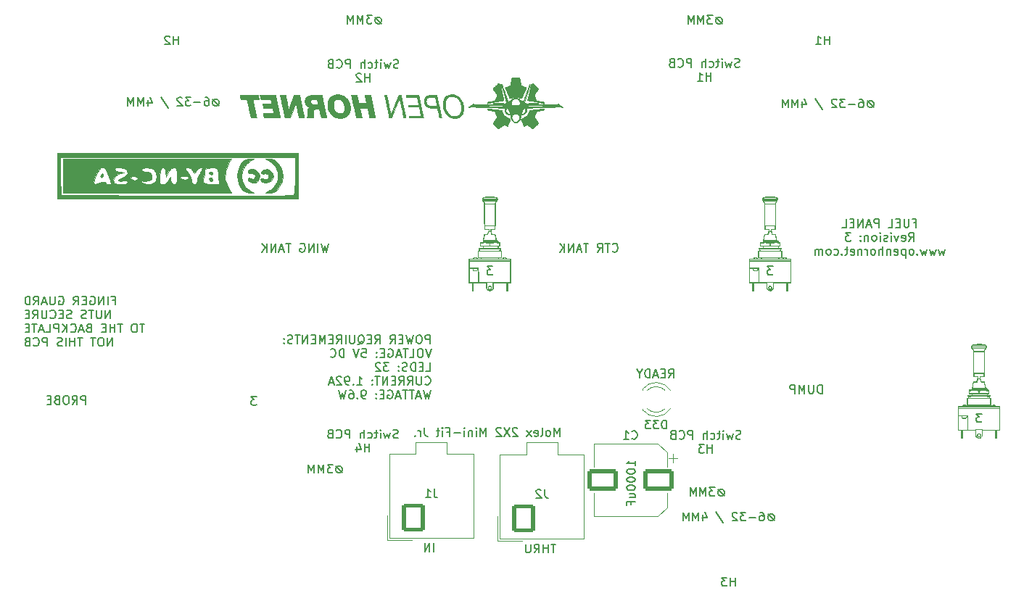
<source format=gbr>
%TF.GenerationSoftware,KiCad,Pcbnew,(6.0.9)*%
%TF.CreationDate,2023-04-01T12:58:04-08:00*%
%TF.ProjectId,FUEL PANEL,4655454c-2050-4414-9e45-4c2e6b696361,3*%
%TF.SameCoordinates,Original*%
%TF.FileFunction,Legend,Bot*%
%TF.FilePolarity,Positive*%
%FSLAX46Y46*%
G04 Gerber Fmt 4.6, Leading zero omitted, Abs format (unit mm)*
G04 Created by KiCad (PCBNEW (6.0.9)) date 2023-04-01 12:58:04*
%MOMM*%
%LPD*%
G01*
G04 APERTURE LIST*
G04 Aperture macros list*
%AMRoundRect*
0 Rectangle with rounded corners*
0 $1 Rounding radius*
0 $2 $3 $4 $5 $6 $7 $8 $9 X,Y pos of 4 corners*
0 Add a 4 corners polygon primitive as box body*
4,1,4,$2,$3,$4,$5,$6,$7,$8,$9,$2,$3,0*
0 Add four circle primitives for the rounded corners*
1,1,$1+$1,$2,$3*
1,1,$1+$1,$4,$5*
1,1,$1+$1,$6,$7*
1,1,$1+$1,$8,$9*
0 Add four rect primitives between the rounded corners*
20,1,$1+$1,$2,$3,$4,$5,0*
20,1,$1+$1,$4,$5,$6,$7,0*
20,1,$1+$1,$6,$7,$8,$9,0*
20,1,$1+$1,$8,$9,$2,$3,0*%
G04 Aperture macros list end*
%ADD10C,0.150000*%
%ADD11C,0.100000*%
%ADD12C,0.010000*%
%ADD13C,0.120000*%
%ADD14C,12.700000*%
%ADD15C,4.300000*%
%ADD16RoundRect,0.250000X1.500000X1.000000X-1.500000X1.000000X-1.500000X-1.000000X1.500000X-1.000000X0*%
%ADD17RoundRect,0.250001X-1.099999X-1.399999X1.099999X-1.399999X1.099999X1.399999X-1.099999X1.399999X0*%
%ADD18O,2.700000X3.300000*%
%ADD19R,1.800000X1.800000*%
%ADD20C,1.800000*%
G04 APERTURE END LIST*
D10*
X147848004Y-115291580D02*
X147848004Y-114291580D01*
X147467052Y-114291580D01*
X147371814Y-114339200D01*
X147324195Y-114386819D01*
X147276576Y-114482057D01*
X147276576Y-114624914D01*
X147324195Y-114720152D01*
X147371814Y-114767771D01*
X147467052Y-114815390D01*
X147848004Y-114815390D01*
X146657528Y-114291580D02*
X146467052Y-114291580D01*
X146371814Y-114339200D01*
X146276576Y-114434438D01*
X146228957Y-114624914D01*
X146228957Y-114958247D01*
X146276576Y-115148723D01*
X146371814Y-115243961D01*
X146467052Y-115291580D01*
X146657528Y-115291580D01*
X146752766Y-115243961D01*
X146848004Y-115148723D01*
X146895623Y-114958247D01*
X146895623Y-114624914D01*
X146848004Y-114434438D01*
X146752766Y-114339200D01*
X146657528Y-114291580D01*
X145895623Y-114291580D02*
X145657528Y-115291580D01*
X145467052Y-114577295D01*
X145276576Y-115291580D01*
X145038480Y-114291580D01*
X144657528Y-114767771D02*
X144324195Y-114767771D01*
X144181338Y-115291580D02*
X144657528Y-115291580D01*
X144657528Y-114291580D01*
X144181338Y-114291580D01*
X143181338Y-115291580D02*
X143514671Y-114815390D01*
X143752766Y-115291580D02*
X143752766Y-114291580D01*
X143371814Y-114291580D01*
X143276576Y-114339200D01*
X143228957Y-114386819D01*
X143181338Y-114482057D01*
X143181338Y-114624914D01*
X143228957Y-114720152D01*
X143276576Y-114767771D01*
X143371814Y-114815390D01*
X143752766Y-114815390D01*
X141419433Y-115291580D02*
X141752766Y-114815390D01*
X141990861Y-115291580D02*
X141990861Y-114291580D01*
X141609909Y-114291580D01*
X141514671Y-114339200D01*
X141467052Y-114386819D01*
X141419433Y-114482057D01*
X141419433Y-114624914D01*
X141467052Y-114720152D01*
X141514671Y-114767771D01*
X141609909Y-114815390D01*
X141990861Y-114815390D01*
X140990861Y-114767771D02*
X140657528Y-114767771D01*
X140514671Y-115291580D02*
X140990861Y-115291580D01*
X140990861Y-114291580D01*
X140514671Y-114291580D01*
X139419433Y-115386819D02*
X139514671Y-115339200D01*
X139609909Y-115243961D01*
X139752766Y-115101104D01*
X139848004Y-115053485D01*
X139943242Y-115053485D01*
X139895623Y-115291580D02*
X139990861Y-115243961D01*
X140086100Y-115148723D01*
X140133719Y-114958247D01*
X140133719Y-114624914D01*
X140086100Y-114434438D01*
X139990861Y-114339200D01*
X139895623Y-114291580D01*
X139705147Y-114291580D01*
X139609909Y-114339200D01*
X139514671Y-114434438D01*
X139467052Y-114624914D01*
X139467052Y-114958247D01*
X139514671Y-115148723D01*
X139609909Y-115243961D01*
X139705147Y-115291580D01*
X139895623Y-115291580D01*
X139038480Y-114291580D02*
X139038480Y-115101104D01*
X138990861Y-115196342D01*
X138943242Y-115243961D01*
X138848004Y-115291580D01*
X138657528Y-115291580D01*
X138562290Y-115243961D01*
X138514671Y-115196342D01*
X138467052Y-115101104D01*
X138467052Y-114291580D01*
X137990861Y-115291580D02*
X137990861Y-114291580D01*
X136943242Y-115291580D02*
X137276576Y-114815390D01*
X137514671Y-115291580D02*
X137514671Y-114291580D01*
X137133719Y-114291580D01*
X137038480Y-114339200D01*
X136990861Y-114386819D01*
X136943242Y-114482057D01*
X136943242Y-114624914D01*
X136990861Y-114720152D01*
X137038480Y-114767771D01*
X137133719Y-114815390D01*
X137514671Y-114815390D01*
X136514671Y-114767771D02*
X136181338Y-114767771D01*
X136038480Y-115291580D02*
X136514671Y-115291580D01*
X136514671Y-114291580D01*
X136038480Y-114291580D01*
X135609909Y-115291580D02*
X135609909Y-114291580D01*
X135276576Y-115005866D01*
X134943242Y-114291580D01*
X134943242Y-115291580D01*
X134467052Y-114767771D02*
X134133719Y-114767771D01*
X133990861Y-115291580D02*
X134467052Y-115291580D01*
X134467052Y-114291580D01*
X133990861Y-114291580D01*
X133562290Y-115291580D02*
X133562290Y-114291580D01*
X132990861Y-115291580D01*
X132990861Y-114291580D01*
X132657528Y-114291580D02*
X132086100Y-114291580D01*
X132371814Y-115291580D02*
X132371814Y-114291580D01*
X131800385Y-115243961D02*
X131657528Y-115291580D01*
X131419433Y-115291580D01*
X131324195Y-115243961D01*
X131276576Y-115196342D01*
X131228957Y-115101104D01*
X131228957Y-115005866D01*
X131276576Y-114910628D01*
X131324195Y-114863009D01*
X131419433Y-114815390D01*
X131609909Y-114767771D01*
X131705147Y-114720152D01*
X131752766Y-114672533D01*
X131800385Y-114577295D01*
X131800385Y-114482057D01*
X131752766Y-114386819D01*
X131705147Y-114339200D01*
X131609909Y-114291580D01*
X131371814Y-114291580D01*
X131228957Y-114339200D01*
X130800385Y-115196342D02*
X130752766Y-115243961D01*
X130800385Y-115291580D01*
X130848004Y-115243961D01*
X130800385Y-115196342D01*
X130800385Y-115291580D01*
X130800385Y-114672533D02*
X130752766Y-114720152D01*
X130800385Y-114767771D01*
X130848004Y-114720152D01*
X130800385Y-114672533D01*
X130800385Y-114767771D01*
X147990861Y-115901580D02*
X147657528Y-116901580D01*
X147324195Y-115901580D01*
X146800385Y-115901580D02*
X146609909Y-115901580D01*
X146514671Y-115949200D01*
X146419433Y-116044438D01*
X146371814Y-116234914D01*
X146371814Y-116568247D01*
X146419433Y-116758723D01*
X146514671Y-116853961D01*
X146609909Y-116901580D01*
X146800385Y-116901580D01*
X146895623Y-116853961D01*
X146990861Y-116758723D01*
X147038480Y-116568247D01*
X147038480Y-116234914D01*
X146990861Y-116044438D01*
X146895623Y-115949200D01*
X146800385Y-115901580D01*
X145467052Y-116901580D02*
X145943242Y-116901580D01*
X145943242Y-115901580D01*
X145276576Y-115901580D02*
X144705147Y-115901580D01*
X144990861Y-116901580D02*
X144990861Y-115901580D01*
X144419433Y-116615866D02*
X143943242Y-116615866D01*
X144514671Y-116901580D02*
X144181338Y-115901580D01*
X143848004Y-116901580D01*
X142990861Y-115949200D02*
X143086100Y-115901580D01*
X143228957Y-115901580D01*
X143371814Y-115949200D01*
X143467052Y-116044438D01*
X143514671Y-116139676D01*
X143562290Y-116330152D01*
X143562290Y-116473009D01*
X143514671Y-116663485D01*
X143467052Y-116758723D01*
X143371814Y-116853961D01*
X143228957Y-116901580D01*
X143133719Y-116901580D01*
X142990861Y-116853961D01*
X142943242Y-116806342D01*
X142943242Y-116473009D01*
X143133719Y-116473009D01*
X142514671Y-116377771D02*
X142181338Y-116377771D01*
X142038480Y-116901580D02*
X142514671Y-116901580D01*
X142514671Y-115901580D01*
X142038480Y-115901580D01*
X141609909Y-116806342D02*
X141562290Y-116853961D01*
X141609909Y-116901580D01*
X141657528Y-116853961D01*
X141609909Y-116806342D01*
X141609909Y-116901580D01*
X141609909Y-116282533D02*
X141562290Y-116330152D01*
X141609909Y-116377771D01*
X141657528Y-116330152D01*
X141609909Y-116282533D01*
X141609909Y-116377771D01*
X139895623Y-115901580D02*
X140371814Y-115901580D01*
X140419433Y-116377771D01*
X140371814Y-116330152D01*
X140276576Y-116282533D01*
X140038480Y-116282533D01*
X139943242Y-116330152D01*
X139895623Y-116377771D01*
X139848004Y-116473009D01*
X139848004Y-116711104D01*
X139895623Y-116806342D01*
X139943242Y-116853961D01*
X140038480Y-116901580D01*
X140276576Y-116901580D01*
X140371814Y-116853961D01*
X140419433Y-116806342D01*
X139562290Y-115901580D02*
X139228957Y-116901580D01*
X138895623Y-115901580D01*
X137800385Y-116901580D02*
X137800385Y-115901580D01*
X137562290Y-115901580D01*
X137419433Y-115949200D01*
X137324195Y-116044438D01*
X137276576Y-116139676D01*
X137228957Y-116330152D01*
X137228957Y-116473009D01*
X137276576Y-116663485D01*
X137324195Y-116758723D01*
X137419433Y-116853961D01*
X137562290Y-116901580D01*
X137800385Y-116901580D01*
X136228957Y-116806342D02*
X136276576Y-116853961D01*
X136419433Y-116901580D01*
X136514671Y-116901580D01*
X136657528Y-116853961D01*
X136752766Y-116758723D01*
X136800385Y-116663485D01*
X136848004Y-116473009D01*
X136848004Y-116330152D01*
X136800385Y-116139676D01*
X136752766Y-116044438D01*
X136657528Y-115949200D01*
X136514671Y-115901580D01*
X136419433Y-115901580D01*
X136276576Y-115949200D01*
X136228957Y-115996819D01*
X147371814Y-118511580D02*
X147848004Y-118511580D01*
X147848004Y-117511580D01*
X147038480Y-117987771D02*
X146705147Y-117987771D01*
X146562290Y-118511580D02*
X147038480Y-118511580D01*
X147038480Y-117511580D01*
X146562290Y-117511580D01*
X146133719Y-118511580D02*
X146133719Y-117511580D01*
X145895623Y-117511580D01*
X145752766Y-117559200D01*
X145657528Y-117654438D01*
X145609909Y-117749676D01*
X145562290Y-117940152D01*
X145562290Y-118083009D01*
X145609909Y-118273485D01*
X145657528Y-118368723D01*
X145752766Y-118463961D01*
X145895623Y-118511580D01*
X146133719Y-118511580D01*
X145181338Y-118463961D02*
X145038480Y-118511580D01*
X144800385Y-118511580D01*
X144705147Y-118463961D01*
X144657528Y-118416342D01*
X144609909Y-118321104D01*
X144609909Y-118225866D01*
X144657528Y-118130628D01*
X144705147Y-118083009D01*
X144800385Y-118035390D01*
X144990861Y-117987771D01*
X145086100Y-117940152D01*
X145133719Y-117892533D01*
X145181338Y-117797295D01*
X145181338Y-117702057D01*
X145133719Y-117606819D01*
X145086100Y-117559200D01*
X144990861Y-117511580D01*
X144752766Y-117511580D01*
X144609909Y-117559200D01*
X144181338Y-118416342D02*
X144133719Y-118463961D01*
X144181338Y-118511580D01*
X144228957Y-118463961D01*
X144181338Y-118416342D01*
X144181338Y-118511580D01*
X144181338Y-117892533D02*
X144133719Y-117940152D01*
X144181338Y-117987771D01*
X144228957Y-117940152D01*
X144181338Y-117892533D01*
X144181338Y-117987771D01*
X143038480Y-117511580D02*
X142419433Y-117511580D01*
X142752766Y-117892533D01*
X142609909Y-117892533D01*
X142514671Y-117940152D01*
X142467052Y-117987771D01*
X142419433Y-118083009D01*
X142419433Y-118321104D01*
X142467052Y-118416342D01*
X142514671Y-118463961D01*
X142609909Y-118511580D01*
X142895623Y-118511580D01*
X142990861Y-118463961D01*
X143038480Y-118416342D01*
X142038480Y-117606819D02*
X141990861Y-117559200D01*
X141895623Y-117511580D01*
X141657528Y-117511580D01*
X141562290Y-117559200D01*
X141514671Y-117606819D01*
X141467052Y-117702057D01*
X141467052Y-117797295D01*
X141514671Y-117940152D01*
X142086100Y-118511580D01*
X141467052Y-118511580D01*
X147276576Y-120026342D02*
X147324195Y-120073961D01*
X147467052Y-120121580D01*
X147562290Y-120121580D01*
X147705147Y-120073961D01*
X147800385Y-119978723D01*
X147848004Y-119883485D01*
X147895623Y-119693009D01*
X147895623Y-119550152D01*
X147848004Y-119359676D01*
X147800385Y-119264438D01*
X147705147Y-119169200D01*
X147562290Y-119121580D01*
X147467052Y-119121580D01*
X147324195Y-119169200D01*
X147276576Y-119216819D01*
X146848004Y-119121580D02*
X146848004Y-119931104D01*
X146800385Y-120026342D01*
X146752766Y-120073961D01*
X146657528Y-120121580D01*
X146467052Y-120121580D01*
X146371814Y-120073961D01*
X146324195Y-120026342D01*
X146276576Y-119931104D01*
X146276576Y-119121580D01*
X145228957Y-120121580D02*
X145562290Y-119645390D01*
X145800385Y-120121580D02*
X145800385Y-119121580D01*
X145419433Y-119121580D01*
X145324195Y-119169200D01*
X145276576Y-119216819D01*
X145228957Y-119312057D01*
X145228957Y-119454914D01*
X145276576Y-119550152D01*
X145324195Y-119597771D01*
X145419433Y-119645390D01*
X145800385Y-119645390D01*
X144228957Y-120121580D02*
X144562290Y-119645390D01*
X144800385Y-120121580D02*
X144800385Y-119121580D01*
X144419433Y-119121580D01*
X144324195Y-119169200D01*
X144276576Y-119216819D01*
X144228957Y-119312057D01*
X144228957Y-119454914D01*
X144276576Y-119550152D01*
X144324195Y-119597771D01*
X144419433Y-119645390D01*
X144800385Y-119645390D01*
X143800385Y-119597771D02*
X143467052Y-119597771D01*
X143324195Y-120121580D02*
X143800385Y-120121580D01*
X143800385Y-119121580D01*
X143324195Y-119121580D01*
X142895623Y-120121580D02*
X142895623Y-119121580D01*
X142324195Y-120121580D01*
X142324195Y-119121580D01*
X141990861Y-119121580D02*
X141419433Y-119121580D01*
X141705147Y-120121580D02*
X141705147Y-119121580D01*
X141086100Y-120026342D02*
X141038480Y-120073961D01*
X141086100Y-120121580D01*
X141133719Y-120073961D01*
X141086100Y-120026342D01*
X141086100Y-120121580D01*
X141086100Y-119502533D02*
X141038480Y-119550152D01*
X141086100Y-119597771D01*
X141133719Y-119550152D01*
X141086100Y-119502533D01*
X141086100Y-119597771D01*
X139324195Y-120121580D02*
X139895623Y-120121580D01*
X139609909Y-120121580D02*
X139609909Y-119121580D01*
X139705147Y-119264438D01*
X139800385Y-119359676D01*
X139895623Y-119407295D01*
X138895623Y-120026342D02*
X138848004Y-120073961D01*
X138895623Y-120121580D01*
X138943242Y-120073961D01*
X138895623Y-120026342D01*
X138895623Y-120121580D01*
X138371814Y-120121580D02*
X138181338Y-120121580D01*
X138086100Y-120073961D01*
X138038480Y-120026342D01*
X137943242Y-119883485D01*
X137895623Y-119693009D01*
X137895623Y-119312057D01*
X137943242Y-119216819D01*
X137990861Y-119169200D01*
X138086100Y-119121580D01*
X138276576Y-119121580D01*
X138371814Y-119169200D01*
X138419433Y-119216819D01*
X138467052Y-119312057D01*
X138467052Y-119550152D01*
X138419433Y-119645390D01*
X138371814Y-119693009D01*
X138276576Y-119740628D01*
X138086100Y-119740628D01*
X137990861Y-119693009D01*
X137943242Y-119645390D01*
X137895623Y-119550152D01*
X137514671Y-119216819D02*
X137467052Y-119169200D01*
X137371814Y-119121580D01*
X137133719Y-119121580D01*
X137038480Y-119169200D01*
X136990861Y-119216819D01*
X136943242Y-119312057D01*
X136943242Y-119407295D01*
X136990861Y-119550152D01*
X137562290Y-120121580D01*
X136943242Y-120121580D01*
X136562290Y-119835866D02*
X136086100Y-119835866D01*
X136657528Y-120121580D02*
X136324195Y-119121580D01*
X135990861Y-120121580D01*
X147943242Y-120731580D02*
X147705147Y-121731580D01*
X147514671Y-121017295D01*
X147324195Y-121731580D01*
X147086100Y-120731580D01*
X146752766Y-121445866D02*
X146276576Y-121445866D01*
X146848004Y-121731580D02*
X146514671Y-120731580D01*
X146181338Y-121731580D01*
X145990861Y-120731580D02*
X145419433Y-120731580D01*
X145705147Y-121731580D02*
X145705147Y-120731580D01*
X145228957Y-120731580D02*
X144657528Y-120731580D01*
X144943242Y-121731580D02*
X144943242Y-120731580D01*
X144371814Y-121445866D02*
X143895623Y-121445866D01*
X144467052Y-121731580D02*
X144133719Y-120731580D01*
X143800385Y-121731580D01*
X142943242Y-120779200D02*
X143038480Y-120731580D01*
X143181338Y-120731580D01*
X143324195Y-120779200D01*
X143419433Y-120874438D01*
X143467052Y-120969676D01*
X143514671Y-121160152D01*
X143514671Y-121303009D01*
X143467052Y-121493485D01*
X143419433Y-121588723D01*
X143324195Y-121683961D01*
X143181338Y-121731580D01*
X143086100Y-121731580D01*
X142943242Y-121683961D01*
X142895623Y-121636342D01*
X142895623Y-121303009D01*
X143086100Y-121303009D01*
X142467052Y-121207771D02*
X142133719Y-121207771D01*
X141990861Y-121731580D02*
X142467052Y-121731580D01*
X142467052Y-120731580D01*
X141990861Y-120731580D01*
X141562290Y-121636342D02*
X141514671Y-121683961D01*
X141562290Y-121731580D01*
X141609909Y-121683961D01*
X141562290Y-121636342D01*
X141562290Y-121731580D01*
X141562290Y-121112533D02*
X141514671Y-121160152D01*
X141562290Y-121207771D01*
X141609909Y-121160152D01*
X141562290Y-121112533D01*
X141562290Y-121207771D01*
X140276576Y-121731580D02*
X140086100Y-121731580D01*
X139990861Y-121683961D01*
X139943242Y-121636342D01*
X139848004Y-121493485D01*
X139800385Y-121303009D01*
X139800385Y-120922057D01*
X139848004Y-120826819D01*
X139895623Y-120779200D01*
X139990861Y-120731580D01*
X140181338Y-120731580D01*
X140276576Y-120779200D01*
X140324195Y-120826819D01*
X140371814Y-120922057D01*
X140371814Y-121160152D01*
X140324195Y-121255390D01*
X140276576Y-121303009D01*
X140181338Y-121350628D01*
X139990861Y-121350628D01*
X139895623Y-121303009D01*
X139848004Y-121255390D01*
X139800385Y-121160152D01*
X139371814Y-121636342D02*
X139324195Y-121683961D01*
X139371814Y-121731580D01*
X139419433Y-121683961D01*
X139371814Y-121636342D01*
X139371814Y-121731580D01*
X138467052Y-120731580D02*
X138657528Y-120731580D01*
X138752766Y-120779200D01*
X138800385Y-120826819D01*
X138895623Y-120969676D01*
X138943242Y-121160152D01*
X138943242Y-121541104D01*
X138895623Y-121636342D01*
X138848004Y-121683961D01*
X138752766Y-121731580D01*
X138562290Y-121731580D01*
X138467052Y-121683961D01*
X138419433Y-121636342D01*
X138371814Y-121541104D01*
X138371814Y-121303009D01*
X138419433Y-121207771D01*
X138467052Y-121160152D01*
X138562290Y-121112533D01*
X138752766Y-121112533D01*
X138848004Y-121160152D01*
X138895623Y-121207771D01*
X138943242Y-121303009D01*
X138038480Y-120731580D02*
X137800385Y-121731580D01*
X137609909Y-121017295D01*
X137419433Y-121731580D01*
X137181338Y-120731580D01*
X162539133Y-138718040D02*
X161967704Y-138718040D01*
X162253419Y-139718040D02*
X162253419Y-138718040D01*
X161634371Y-139718040D02*
X161634371Y-138718040D01*
X161634371Y-139194231D02*
X161062942Y-139194231D01*
X161062942Y-139718040D02*
X161062942Y-138718040D01*
X160015323Y-139718040D02*
X160348657Y-139241850D01*
X160586752Y-139718040D02*
X160586752Y-138718040D01*
X160205800Y-138718040D01*
X160110561Y-138765660D01*
X160062942Y-138813279D01*
X160015323Y-138908517D01*
X160015323Y-139051374D01*
X160062942Y-139146612D01*
X160110561Y-139194231D01*
X160205800Y-139241850D01*
X160586752Y-139241850D01*
X159586752Y-138718040D02*
X159586752Y-139527564D01*
X159539133Y-139622802D01*
X159491514Y-139670421D01*
X159396276Y-139718040D01*
X159205800Y-139718040D01*
X159110561Y-139670421D01*
X159062942Y-139622802D01*
X159015323Y-139527564D01*
X159015323Y-138718040D01*
X107648095Y-122372380D02*
X107648095Y-121372380D01*
X107267142Y-121372380D01*
X107171904Y-121420000D01*
X107124285Y-121467619D01*
X107076666Y-121562857D01*
X107076666Y-121705714D01*
X107124285Y-121800952D01*
X107171904Y-121848571D01*
X107267142Y-121896190D01*
X107648095Y-121896190D01*
X106076666Y-122372380D02*
X106410000Y-121896190D01*
X106648095Y-122372380D02*
X106648095Y-121372380D01*
X106267142Y-121372380D01*
X106171904Y-121420000D01*
X106124285Y-121467619D01*
X106076666Y-121562857D01*
X106076666Y-121705714D01*
X106124285Y-121800952D01*
X106171904Y-121848571D01*
X106267142Y-121896190D01*
X106648095Y-121896190D01*
X105457619Y-121372380D02*
X105267142Y-121372380D01*
X105171904Y-121420000D01*
X105076666Y-121515238D01*
X105029047Y-121705714D01*
X105029047Y-122039047D01*
X105076666Y-122229523D01*
X105171904Y-122324761D01*
X105267142Y-122372380D01*
X105457619Y-122372380D01*
X105552857Y-122324761D01*
X105648095Y-122229523D01*
X105695714Y-122039047D01*
X105695714Y-121705714D01*
X105648095Y-121515238D01*
X105552857Y-121420000D01*
X105457619Y-121372380D01*
X104267142Y-121848571D02*
X104124285Y-121896190D01*
X104076666Y-121943809D01*
X104029047Y-122039047D01*
X104029047Y-122181904D01*
X104076666Y-122277142D01*
X104124285Y-122324761D01*
X104219523Y-122372380D01*
X104600476Y-122372380D01*
X104600476Y-121372380D01*
X104267142Y-121372380D01*
X104171904Y-121420000D01*
X104124285Y-121467619D01*
X104076666Y-121562857D01*
X104076666Y-121658095D01*
X104124285Y-121753333D01*
X104171904Y-121800952D01*
X104267142Y-121848571D01*
X104600476Y-121848571D01*
X103600476Y-121848571D02*
X103267142Y-121848571D01*
X103124285Y-122372380D02*
X103600476Y-122372380D01*
X103600476Y-121372380D01*
X103124285Y-121372380D01*
X141922285Y-77160476D02*
X141731809Y-77160476D01*
X141541333Y-77255714D01*
X141446095Y-77446190D01*
X141446095Y-77636666D01*
X141541333Y-77827142D01*
X141731809Y-77922380D01*
X141922285Y-77922380D01*
X142112761Y-77827142D01*
X142208000Y-77636666D01*
X142208000Y-77446190D01*
X142112761Y-77255714D01*
X141922285Y-77160476D01*
X141446095Y-77160476D02*
X142208000Y-77922380D01*
X141065142Y-76922380D02*
X140446095Y-76922380D01*
X140779428Y-77303333D01*
X140636571Y-77303333D01*
X140541333Y-77350952D01*
X140493714Y-77398571D01*
X140446095Y-77493809D01*
X140446095Y-77731904D01*
X140493714Y-77827142D01*
X140541333Y-77874761D01*
X140636571Y-77922380D01*
X140922285Y-77922380D01*
X141017523Y-77874761D01*
X141065142Y-77827142D01*
X140017523Y-77922380D02*
X140017523Y-76922380D01*
X139684190Y-77636666D01*
X139350857Y-76922380D01*
X139350857Y-77922380D01*
X138874666Y-77922380D02*
X138874666Y-76922380D01*
X138541333Y-77636666D01*
X138208000Y-76922380D01*
X138208000Y-77922380D01*
X148270529Y-139596120D02*
X148270529Y-138596120D01*
X147794339Y-139596120D02*
X147794339Y-138596120D01*
X147222910Y-139596120D01*
X147222910Y-138596120D01*
X144100038Y-126294961D02*
X143957180Y-126342580D01*
X143719085Y-126342580D01*
X143623847Y-126294961D01*
X143576228Y-126247342D01*
X143528609Y-126152104D01*
X143528609Y-126056866D01*
X143576228Y-125961628D01*
X143623847Y-125914009D01*
X143719085Y-125866390D01*
X143909561Y-125818771D01*
X144004800Y-125771152D01*
X144052419Y-125723533D01*
X144100038Y-125628295D01*
X144100038Y-125533057D01*
X144052419Y-125437819D01*
X144004800Y-125390200D01*
X143909561Y-125342580D01*
X143671466Y-125342580D01*
X143528609Y-125390200D01*
X143195276Y-125675914D02*
X143004800Y-126342580D01*
X142814323Y-125866390D01*
X142623847Y-126342580D01*
X142433371Y-125675914D01*
X142052419Y-126342580D02*
X142052419Y-125675914D01*
X142052419Y-125342580D02*
X142100038Y-125390200D01*
X142052419Y-125437819D01*
X142004800Y-125390200D01*
X142052419Y-125342580D01*
X142052419Y-125437819D01*
X141719085Y-125675914D02*
X141338133Y-125675914D01*
X141576228Y-125342580D02*
X141576228Y-126199723D01*
X141528609Y-126294961D01*
X141433371Y-126342580D01*
X141338133Y-126342580D01*
X140576228Y-126294961D02*
X140671466Y-126342580D01*
X140861942Y-126342580D01*
X140957180Y-126294961D01*
X141004800Y-126247342D01*
X141052419Y-126152104D01*
X141052419Y-125866390D01*
X141004800Y-125771152D01*
X140957180Y-125723533D01*
X140861942Y-125675914D01*
X140671466Y-125675914D01*
X140576228Y-125723533D01*
X140147657Y-126342580D02*
X140147657Y-125342580D01*
X139719085Y-126342580D02*
X139719085Y-125818771D01*
X139766704Y-125723533D01*
X139861942Y-125675914D01*
X140004800Y-125675914D01*
X140100038Y-125723533D01*
X140147657Y-125771152D01*
X138480990Y-126342580D02*
X138480990Y-125342580D01*
X138100038Y-125342580D01*
X138004800Y-125390200D01*
X137957180Y-125437819D01*
X137909561Y-125533057D01*
X137909561Y-125675914D01*
X137957180Y-125771152D01*
X138004800Y-125818771D01*
X138100038Y-125866390D01*
X138480990Y-125866390D01*
X136909561Y-126247342D02*
X136957180Y-126294961D01*
X137100038Y-126342580D01*
X137195276Y-126342580D01*
X137338133Y-126294961D01*
X137433371Y-126199723D01*
X137480990Y-126104485D01*
X137528609Y-125914009D01*
X137528609Y-125771152D01*
X137480990Y-125580676D01*
X137433371Y-125485438D01*
X137338133Y-125390200D01*
X137195276Y-125342580D01*
X137100038Y-125342580D01*
X136957180Y-125390200D01*
X136909561Y-125437819D01*
X136147657Y-125818771D02*
X136004800Y-125866390D01*
X135957180Y-125914009D01*
X135909561Y-126009247D01*
X135909561Y-126152104D01*
X135957180Y-126247342D01*
X136004800Y-126294961D01*
X136100038Y-126342580D01*
X136480990Y-126342580D01*
X136480990Y-125342580D01*
X136147657Y-125342580D01*
X136052419Y-125390200D01*
X136004800Y-125437819D01*
X135957180Y-125533057D01*
X135957180Y-125628295D01*
X136004800Y-125723533D01*
X136052419Y-125771152D01*
X136147657Y-125818771D01*
X136480990Y-125818771D01*
X140766704Y-127952580D02*
X140766704Y-126952580D01*
X140766704Y-127428771D02*
X140195276Y-127428771D01*
X140195276Y-127952580D02*
X140195276Y-126952580D01*
X139290514Y-127285914D02*
X139290514Y-127952580D01*
X139528609Y-126904961D02*
X139766704Y-127619247D01*
X139147657Y-127619247D01*
X193627142Y-121102380D02*
X193627142Y-120102380D01*
X193389047Y-120102380D01*
X193246190Y-120150000D01*
X193150952Y-120245238D01*
X193103333Y-120340476D01*
X193055714Y-120530952D01*
X193055714Y-120673809D01*
X193103333Y-120864285D01*
X193150952Y-120959523D01*
X193246190Y-121054761D01*
X193389047Y-121102380D01*
X193627142Y-121102380D01*
X192627142Y-120102380D02*
X192627142Y-120911904D01*
X192579523Y-121007142D01*
X192531904Y-121054761D01*
X192436666Y-121102380D01*
X192246190Y-121102380D01*
X192150952Y-121054761D01*
X192103333Y-121007142D01*
X192055714Y-120911904D01*
X192055714Y-120102380D01*
X191579523Y-121102380D02*
X191579523Y-120102380D01*
X191246190Y-120816666D01*
X190912857Y-120102380D01*
X190912857Y-121102380D01*
X190436666Y-121102380D02*
X190436666Y-120102380D01*
X190055714Y-120102380D01*
X189960476Y-120150000D01*
X189912857Y-120197619D01*
X189865238Y-120292857D01*
X189865238Y-120435714D01*
X189912857Y-120530952D01*
X189960476Y-120578571D01*
X190055714Y-120626190D01*
X190436666Y-120626190D01*
X144150838Y-83064161D02*
X144007980Y-83111780D01*
X143769885Y-83111780D01*
X143674647Y-83064161D01*
X143627028Y-83016542D01*
X143579409Y-82921304D01*
X143579409Y-82826066D01*
X143627028Y-82730828D01*
X143674647Y-82683209D01*
X143769885Y-82635590D01*
X143960361Y-82587971D01*
X144055600Y-82540352D01*
X144103219Y-82492733D01*
X144150838Y-82397495D01*
X144150838Y-82302257D01*
X144103219Y-82207019D01*
X144055600Y-82159400D01*
X143960361Y-82111780D01*
X143722266Y-82111780D01*
X143579409Y-82159400D01*
X143246076Y-82445114D02*
X143055600Y-83111780D01*
X142865123Y-82635590D01*
X142674647Y-83111780D01*
X142484171Y-82445114D01*
X142103219Y-83111780D02*
X142103219Y-82445114D01*
X142103219Y-82111780D02*
X142150838Y-82159400D01*
X142103219Y-82207019D01*
X142055600Y-82159400D01*
X142103219Y-82111780D01*
X142103219Y-82207019D01*
X141769885Y-82445114D02*
X141388933Y-82445114D01*
X141627028Y-82111780D02*
X141627028Y-82968923D01*
X141579409Y-83064161D01*
X141484171Y-83111780D01*
X141388933Y-83111780D01*
X140627028Y-83064161D02*
X140722266Y-83111780D01*
X140912742Y-83111780D01*
X141007980Y-83064161D01*
X141055600Y-83016542D01*
X141103219Y-82921304D01*
X141103219Y-82635590D01*
X141055600Y-82540352D01*
X141007980Y-82492733D01*
X140912742Y-82445114D01*
X140722266Y-82445114D01*
X140627028Y-82492733D01*
X140198457Y-83111780D02*
X140198457Y-82111780D01*
X139769885Y-83111780D02*
X139769885Y-82587971D01*
X139817504Y-82492733D01*
X139912742Y-82445114D01*
X140055600Y-82445114D01*
X140150838Y-82492733D01*
X140198457Y-82540352D01*
X138531790Y-83111780D02*
X138531790Y-82111780D01*
X138150838Y-82111780D01*
X138055600Y-82159400D01*
X138007980Y-82207019D01*
X137960361Y-82302257D01*
X137960361Y-82445114D01*
X138007980Y-82540352D01*
X138055600Y-82587971D01*
X138150838Y-82635590D01*
X138531790Y-82635590D01*
X136960361Y-83016542D02*
X137007980Y-83064161D01*
X137150838Y-83111780D01*
X137246076Y-83111780D01*
X137388933Y-83064161D01*
X137484171Y-82968923D01*
X137531790Y-82873685D01*
X137579409Y-82683209D01*
X137579409Y-82540352D01*
X137531790Y-82349876D01*
X137484171Y-82254638D01*
X137388933Y-82159400D01*
X137246076Y-82111780D01*
X137150838Y-82111780D01*
X137007980Y-82159400D01*
X136960361Y-82207019D01*
X136198457Y-82587971D02*
X136055600Y-82635590D01*
X136007980Y-82683209D01*
X135960361Y-82778447D01*
X135960361Y-82921304D01*
X136007980Y-83016542D01*
X136055600Y-83064161D01*
X136150838Y-83111780D01*
X136531790Y-83111780D01*
X136531790Y-82111780D01*
X136198457Y-82111780D01*
X136103219Y-82159400D01*
X136055600Y-82207019D01*
X136007980Y-82302257D01*
X136007980Y-82397495D01*
X136055600Y-82492733D01*
X136103219Y-82540352D01*
X136198457Y-82587971D01*
X136531790Y-82587971D01*
X140817504Y-84721780D02*
X140817504Y-83721780D01*
X140817504Y-84197971D02*
X140246076Y-84197971D01*
X140246076Y-84721780D02*
X140246076Y-83721780D01*
X139817504Y-83817019D02*
X139769885Y-83769400D01*
X139674647Y-83721780D01*
X139436552Y-83721780D01*
X139341314Y-83769400D01*
X139293695Y-83817019D01*
X139246076Y-83912257D01*
X139246076Y-84007495D01*
X139293695Y-84150352D01*
X139865123Y-84721780D01*
X139246076Y-84721780D01*
X137350285Y-129636876D02*
X137159809Y-129636876D01*
X136969333Y-129732114D01*
X136874095Y-129922590D01*
X136874095Y-130113066D01*
X136969333Y-130303542D01*
X137159809Y-130398780D01*
X137350285Y-130398780D01*
X137540761Y-130303542D01*
X137636000Y-130113066D01*
X137636000Y-129922590D01*
X137540761Y-129732114D01*
X137350285Y-129636876D01*
X136874095Y-129636876D02*
X137636000Y-130398780D01*
X136493142Y-129398780D02*
X135874095Y-129398780D01*
X136207428Y-129779733D01*
X136064571Y-129779733D01*
X135969333Y-129827352D01*
X135921714Y-129874971D01*
X135874095Y-129970209D01*
X135874095Y-130208304D01*
X135921714Y-130303542D01*
X135969333Y-130351161D01*
X136064571Y-130398780D01*
X136350285Y-130398780D01*
X136445523Y-130351161D01*
X136493142Y-130303542D01*
X135445523Y-130398780D02*
X135445523Y-129398780D01*
X135112190Y-130113066D01*
X134778857Y-129398780D01*
X134778857Y-130398780D01*
X134302666Y-130398780D02*
X134302666Y-129398780D01*
X133969333Y-130113066D01*
X133636000Y-129398780D01*
X133636000Y-130398780D01*
X175693200Y-119273580D02*
X176026533Y-118797390D01*
X176264628Y-119273580D02*
X176264628Y-118273580D01*
X175883676Y-118273580D01*
X175788438Y-118321200D01*
X175740819Y-118368819D01*
X175693200Y-118464057D01*
X175693200Y-118606914D01*
X175740819Y-118702152D01*
X175788438Y-118749771D01*
X175883676Y-118797390D01*
X176264628Y-118797390D01*
X175264628Y-118749771D02*
X174931295Y-118749771D01*
X174788438Y-119273580D02*
X175264628Y-119273580D01*
X175264628Y-118273580D01*
X174788438Y-118273580D01*
X174407485Y-118987866D02*
X173931295Y-118987866D01*
X174502723Y-119273580D02*
X174169390Y-118273580D01*
X173836057Y-119273580D01*
X173502723Y-119273580D02*
X173502723Y-118273580D01*
X173264628Y-118273580D01*
X173121771Y-118321200D01*
X173026533Y-118416438D01*
X172978914Y-118511676D01*
X172931295Y-118702152D01*
X172931295Y-118845009D01*
X172978914Y-119035485D01*
X173026533Y-119130723D01*
X173121771Y-119225961D01*
X173264628Y-119273580D01*
X173502723Y-119273580D01*
X172312247Y-118797390D02*
X172312247Y-119273580D01*
X172645580Y-118273580D02*
X172312247Y-118797390D01*
X171978914Y-118273580D01*
X171800780Y-129548190D02*
X171800780Y-128976761D01*
X171800780Y-129262476D02*
X170800780Y-129262476D01*
X170943638Y-129167238D01*
X171038876Y-129072000D01*
X171086495Y-128976761D01*
X170800780Y-130167238D02*
X170800780Y-130262476D01*
X170848400Y-130357714D01*
X170896019Y-130405333D01*
X170991257Y-130452952D01*
X171181733Y-130500571D01*
X171419828Y-130500571D01*
X171610304Y-130452952D01*
X171705542Y-130405333D01*
X171753161Y-130357714D01*
X171800780Y-130262476D01*
X171800780Y-130167238D01*
X171753161Y-130072000D01*
X171705542Y-130024380D01*
X171610304Y-129976761D01*
X171419828Y-129929142D01*
X171181733Y-129929142D01*
X170991257Y-129976761D01*
X170896019Y-130024380D01*
X170848400Y-130072000D01*
X170800780Y-130167238D01*
X170800780Y-131119619D02*
X170800780Y-131214857D01*
X170848400Y-131310095D01*
X170896019Y-131357714D01*
X170991257Y-131405333D01*
X171181733Y-131452952D01*
X171419828Y-131452952D01*
X171610304Y-131405333D01*
X171705542Y-131357714D01*
X171753161Y-131310095D01*
X171800780Y-131214857D01*
X171800780Y-131119619D01*
X171753161Y-131024380D01*
X171705542Y-130976761D01*
X171610304Y-130929142D01*
X171419828Y-130881523D01*
X171181733Y-130881523D01*
X170991257Y-130929142D01*
X170896019Y-130976761D01*
X170848400Y-131024380D01*
X170800780Y-131119619D01*
X170800780Y-132072000D02*
X170800780Y-132167238D01*
X170848400Y-132262476D01*
X170896019Y-132310095D01*
X170991257Y-132357714D01*
X171181733Y-132405333D01*
X171419828Y-132405333D01*
X171610304Y-132357714D01*
X171705542Y-132310095D01*
X171753161Y-132262476D01*
X171800780Y-132167238D01*
X171800780Y-132072000D01*
X171753161Y-131976761D01*
X171705542Y-131929142D01*
X171610304Y-131881523D01*
X171419828Y-131833904D01*
X171181733Y-131833904D01*
X170991257Y-131881523D01*
X170896019Y-131929142D01*
X170848400Y-131976761D01*
X170800780Y-132072000D01*
X171134114Y-133262476D02*
X171800780Y-133262476D01*
X171134114Y-132833904D02*
X171657923Y-132833904D01*
X171753161Y-132881523D01*
X171800780Y-132976761D01*
X171800780Y-133119619D01*
X171753161Y-133214857D01*
X171705542Y-133262476D01*
X171276971Y-134072000D02*
X171276971Y-133738666D01*
X171800780Y-133738666D02*
X170800780Y-133738666D01*
X170800780Y-134214857D01*
X184130438Y-126396561D02*
X183987580Y-126444180D01*
X183749485Y-126444180D01*
X183654247Y-126396561D01*
X183606628Y-126348942D01*
X183559009Y-126253704D01*
X183559009Y-126158466D01*
X183606628Y-126063228D01*
X183654247Y-126015609D01*
X183749485Y-125967990D01*
X183939961Y-125920371D01*
X184035200Y-125872752D01*
X184082819Y-125825133D01*
X184130438Y-125729895D01*
X184130438Y-125634657D01*
X184082819Y-125539419D01*
X184035200Y-125491800D01*
X183939961Y-125444180D01*
X183701866Y-125444180D01*
X183559009Y-125491800D01*
X183225676Y-125777514D02*
X183035200Y-126444180D01*
X182844723Y-125967990D01*
X182654247Y-126444180D01*
X182463771Y-125777514D01*
X182082819Y-126444180D02*
X182082819Y-125777514D01*
X182082819Y-125444180D02*
X182130438Y-125491800D01*
X182082819Y-125539419D01*
X182035200Y-125491800D01*
X182082819Y-125444180D01*
X182082819Y-125539419D01*
X181749485Y-125777514D02*
X181368533Y-125777514D01*
X181606628Y-125444180D02*
X181606628Y-126301323D01*
X181559009Y-126396561D01*
X181463771Y-126444180D01*
X181368533Y-126444180D01*
X180606628Y-126396561D02*
X180701866Y-126444180D01*
X180892342Y-126444180D01*
X180987580Y-126396561D01*
X181035200Y-126348942D01*
X181082819Y-126253704D01*
X181082819Y-125967990D01*
X181035200Y-125872752D01*
X180987580Y-125825133D01*
X180892342Y-125777514D01*
X180701866Y-125777514D01*
X180606628Y-125825133D01*
X180178057Y-126444180D02*
X180178057Y-125444180D01*
X179749485Y-126444180D02*
X179749485Y-125920371D01*
X179797104Y-125825133D01*
X179892342Y-125777514D01*
X180035200Y-125777514D01*
X180130438Y-125825133D01*
X180178057Y-125872752D01*
X178511390Y-126444180D02*
X178511390Y-125444180D01*
X178130438Y-125444180D01*
X178035200Y-125491800D01*
X177987580Y-125539419D01*
X177939961Y-125634657D01*
X177939961Y-125777514D01*
X177987580Y-125872752D01*
X178035200Y-125920371D01*
X178130438Y-125967990D01*
X178511390Y-125967990D01*
X176939961Y-126348942D02*
X176987580Y-126396561D01*
X177130438Y-126444180D01*
X177225676Y-126444180D01*
X177368533Y-126396561D01*
X177463771Y-126301323D01*
X177511390Y-126206085D01*
X177559009Y-126015609D01*
X177559009Y-125872752D01*
X177511390Y-125682276D01*
X177463771Y-125587038D01*
X177368533Y-125491800D01*
X177225676Y-125444180D01*
X177130438Y-125444180D01*
X176987580Y-125491800D01*
X176939961Y-125539419D01*
X176178057Y-125920371D02*
X176035200Y-125967990D01*
X175987580Y-126015609D01*
X175939961Y-126110847D01*
X175939961Y-126253704D01*
X175987580Y-126348942D01*
X176035200Y-126396561D01*
X176130438Y-126444180D01*
X176511390Y-126444180D01*
X176511390Y-125444180D01*
X176178057Y-125444180D01*
X176082819Y-125491800D01*
X176035200Y-125539419D01*
X175987580Y-125634657D01*
X175987580Y-125729895D01*
X176035200Y-125825133D01*
X176082819Y-125872752D01*
X176178057Y-125920371D01*
X176511390Y-125920371D01*
X180797104Y-128054180D02*
X180797104Y-127054180D01*
X180797104Y-127530371D02*
X180225676Y-127530371D01*
X180225676Y-128054180D02*
X180225676Y-127054180D01*
X179844723Y-127054180D02*
X179225676Y-127054180D01*
X179559009Y-127435133D01*
X179416152Y-127435133D01*
X179320914Y-127482752D01*
X179273295Y-127530371D01*
X179225676Y-127625609D01*
X179225676Y-127863704D01*
X179273295Y-127958942D01*
X179320914Y-128006561D01*
X179416152Y-128054180D01*
X179701866Y-128054180D01*
X179797104Y-128006561D01*
X179844723Y-127958942D01*
X169155714Y-104497142D02*
X169203333Y-104544761D01*
X169346190Y-104592380D01*
X169441428Y-104592380D01*
X169584285Y-104544761D01*
X169679523Y-104449523D01*
X169727142Y-104354285D01*
X169774761Y-104163809D01*
X169774761Y-104020952D01*
X169727142Y-103830476D01*
X169679523Y-103735238D01*
X169584285Y-103640000D01*
X169441428Y-103592380D01*
X169346190Y-103592380D01*
X169203333Y-103640000D01*
X169155714Y-103687619D01*
X168870000Y-103592380D02*
X168298571Y-103592380D01*
X168584285Y-104592380D02*
X168584285Y-103592380D01*
X167393809Y-104592380D02*
X167727142Y-104116190D01*
X167965238Y-104592380D02*
X167965238Y-103592380D01*
X167584285Y-103592380D01*
X167489047Y-103640000D01*
X167441428Y-103687619D01*
X167393809Y-103782857D01*
X167393809Y-103925714D01*
X167441428Y-104020952D01*
X167489047Y-104068571D01*
X167584285Y-104116190D01*
X167965238Y-104116190D01*
X166346190Y-103592380D02*
X165774761Y-103592380D01*
X166060476Y-104592380D02*
X166060476Y-103592380D01*
X165489047Y-104306666D02*
X165012857Y-104306666D01*
X165584285Y-104592380D02*
X165250952Y-103592380D01*
X164917619Y-104592380D01*
X164584285Y-104592380D02*
X164584285Y-103592380D01*
X164012857Y-104592380D01*
X164012857Y-103592380D01*
X163536666Y-104592380D02*
X163536666Y-103592380D01*
X162965238Y-104592380D02*
X163393809Y-104020952D01*
X162965238Y-103592380D02*
X163536666Y-104163809D01*
X110757652Y-110238771D02*
X111090985Y-110238771D01*
X111090985Y-110762580D02*
X111090985Y-109762580D01*
X110614795Y-109762580D01*
X110233842Y-110762580D02*
X110233842Y-109762580D01*
X109757652Y-110762580D02*
X109757652Y-109762580D01*
X109186223Y-110762580D01*
X109186223Y-109762580D01*
X108186223Y-109810200D02*
X108281461Y-109762580D01*
X108424319Y-109762580D01*
X108567176Y-109810200D01*
X108662414Y-109905438D01*
X108710033Y-110000676D01*
X108757652Y-110191152D01*
X108757652Y-110334009D01*
X108710033Y-110524485D01*
X108662414Y-110619723D01*
X108567176Y-110714961D01*
X108424319Y-110762580D01*
X108329080Y-110762580D01*
X108186223Y-110714961D01*
X108138604Y-110667342D01*
X108138604Y-110334009D01*
X108329080Y-110334009D01*
X107710033Y-110238771D02*
X107376700Y-110238771D01*
X107233842Y-110762580D02*
X107710033Y-110762580D01*
X107710033Y-109762580D01*
X107233842Y-109762580D01*
X106233842Y-110762580D02*
X106567176Y-110286390D01*
X106805271Y-110762580D02*
X106805271Y-109762580D01*
X106424319Y-109762580D01*
X106329080Y-109810200D01*
X106281461Y-109857819D01*
X106233842Y-109953057D01*
X106233842Y-110095914D01*
X106281461Y-110191152D01*
X106329080Y-110238771D01*
X106424319Y-110286390D01*
X106805271Y-110286390D01*
X104519557Y-109810200D02*
X104614795Y-109762580D01*
X104757652Y-109762580D01*
X104900509Y-109810200D01*
X104995747Y-109905438D01*
X105043366Y-110000676D01*
X105090985Y-110191152D01*
X105090985Y-110334009D01*
X105043366Y-110524485D01*
X104995747Y-110619723D01*
X104900509Y-110714961D01*
X104757652Y-110762580D01*
X104662414Y-110762580D01*
X104519557Y-110714961D01*
X104471938Y-110667342D01*
X104471938Y-110334009D01*
X104662414Y-110334009D01*
X104043366Y-109762580D02*
X104043366Y-110572104D01*
X103995747Y-110667342D01*
X103948128Y-110714961D01*
X103852890Y-110762580D01*
X103662414Y-110762580D01*
X103567176Y-110714961D01*
X103519557Y-110667342D01*
X103471938Y-110572104D01*
X103471938Y-109762580D01*
X103043366Y-110476866D02*
X102567176Y-110476866D01*
X103138604Y-110762580D02*
X102805271Y-109762580D01*
X102471938Y-110762580D01*
X101567176Y-110762580D02*
X101900509Y-110286390D01*
X102138604Y-110762580D02*
X102138604Y-109762580D01*
X101757652Y-109762580D01*
X101662414Y-109810200D01*
X101614795Y-109857819D01*
X101567176Y-109953057D01*
X101567176Y-110095914D01*
X101614795Y-110191152D01*
X101662414Y-110238771D01*
X101757652Y-110286390D01*
X102138604Y-110286390D01*
X101138604Y-110762580D02*
X101138604Y-109762580D01*
X100900509Y-109762580D01*
X100757652Y-109810200D01*
X100662414Y-109905438D01*
X100614795Y-110000676D01*
X100567176Y-110191152D01*
X100567176Y-110334009D01*
X100614795Y-110524485D01*
X100662414Y-110619723D01*
X100757652Y-110714961D01*
X100900509Y-110762580D01*
X101138604Y-110762580D01*
X110519557Y-112372580D02*
X110519557Y-111372580D01*
X109948128Y-112372580D01*
X109948128Y-111372580D01*
X109471938Y-111372580D02*
X109471938Y-112182104D01*
X109424319Y-112277342D01*
X109376700Y-112324961D01*
X109281461Y-112372580D01*
X109090985Y-112372580D01*
X108995747Y-112324961D01*
X108948128Y-112277342D01*
X108900509Y-112182104D01*
X108900509Y-111372580D01*
X108567176Y-111372580D02*
X107995747Y-111372580D01*
X108281461Y-112372580D02*
X108281461Y-111372580D01*
X107710033Y-112324961D02*
X107567176Y-112372580D01*
X107329080Y-112372580D01*
X107233842Y-112324961D01*
X107186223Y-112277342D01*
X107138604Y-112182104D01*
X107138604Y-112086866D01*
X107186223Y-111991628D01*
X107233842Y-111944009D01*
X107329080Y-111896390D01*
X107519557Y-111848771D01*
X107614795Y-111801152D01*
X107662414Y-111753533D01*
X107710033Y-111658295D01*
X107710033Y-111563057D01*
X107662414Y-111467819D01*
X107614795Y-111420200D01*
X107519557Y-111372580D01*
X107281461Y-111372580D01*
X107138604Y-111420200D01*
X105995747Y-112324961D02*
X105852890Y-112372580D01*
X105614795Y-112372580D01*
X105519557Y-112324961D01*
X105471938Y-112277342D01*
X105424319Y-112182104D01*
X105424319Y-112086866D01*
X105471938Y-111991628D01*
X105519557Y-111944009D01*
X105614795Y-111896390D01*
X105805271Y-111848771D01*
X105900509Y-111801152D01*
X105948128Y-111753533D01*
X105995747Y-111658295D01*
X105995747Y-111563057D01*
X105948128Y-111467819D01*
X105900509Y-111420200D01*
X105805271Y-111372580D01*
X105567176Y-111372580D01*
X105424319Y-111420200D01*
X104995747Y-111848771D02*
X104662414Y-111848771D01*
X104519557Y-112372580D02*
X104995747Y-112372580D01*
X104995747Y-111372580D01*
X104519557Y-111372580D01*
X103519557Y-112277342D02*
X103567176Y-112324961D01*
X103710033Y-112372580D01*
X103805271Y-112372580D01*
X103948128Y-112324961D01*
X104043366Y-112229723D01*
X104090985Y-112134485D01*
X104138604Y-111944009D01*
X104138604Y-111801152D01*
X104090985Y-111610676D01*
X104043366Y-111515438D01*
X103948128Y-111420200D01*
X103805271Y-111372580D01*
X103710033Y-111372580D01*
X103567176Y-111420200D01*
X103519557Y-111467819D01*
X103090985Y-111372580D02*
X103090985Y-112182104D01*
X103043366Y-112277342D01*
X102995747Y-112324961D01*
X102900509Y-112372580D01*
X102710033Y-112372580D01*
X102614795Y-112324961D01*
X102567176Y-112277342D01*
X102519557Y-112182104D01*
X102519557Y-111372580D01*
X101471938Y-112372580D02*
X101805271Y-111896390D01*
X102043366Y-112372580D02*
X102043366Y-111372580D01*
X101662414Y-111372580D01*
X101567176Y-111420200D01*
X101519557Y-111467819D01*
X101471938Y-111563057D01*
X101471938Y-111705914D01*
X101519557Y-111801152D01*
X101567176Y-111848771D01*
X101662414Y-111896390D01*
X102043366Y-111896390D01*
X101043366Y-111848771D02*
X100710033Y-111848771D01*
X100567176Y-112372580D02*
X101043366Y-112372580D01*
X101043366Y-111372580D01*
X100567176Y-111372580D01*
X114519557Y-112982580D02*
X113948128Y-112982580D01*
X114233842Y-113982580D02*
X114233842Y-112982580D01*
X113424319Y-112982580D02*
X113233842Y-112982580D01*
X113138604Y-113030200D01*
X113043366Y-113125438D01*
X112995747Y-113315914D01*
X112995747Y-113649247D01*
X113043366Y-113839723D01*
X113138604Y-113934961D01*
X113233842Y-113982580D01*
X113424319Y-113982580D01*
X113519557Y-113934961D01*
X113614795Y-113839723D01*
X113662414Y-113649247D01*
X113662414Y-113315914D01*
X113614795Y-113125438D01*
X113519557Y-113030200D01*
X113424319Y-112982580D01*
X111948128Y-112982580D02*
X111376700Y-112982580D01*
X111662414Y-113982580D02*
X111662414Y-112982580D01*
X111043366Y-113982580D02*
X111043366Y-112982580D01*
X111043366Y-113458771D02*
X110471938Y-113458771D01*
X110471938Y-113982580D02*
X110471938Y-112982580D01*
X109995747Y-113458771D02*
X109662414Y-113458771D01*
X109519557Y-113982580D02*
X109995747Y-113982580D01*
X109995747Y-112982580D01*
X109519557Y-112982580D01*
X107995747Y-113458771D02*
X107852890Y-113506390D01*
X107805271Y-113554009D01*
X107757652Y-113649247D01*
X107757652Y-113792104D01*
X107805271Y-113887342D01*
X107852890Y-113934961D01*
X107948128Y-113982580D01*
X108329080Y-113982580D01*
X108329080Y-112982580D01*
X107995747Y-112982580D01*
X107900509Y-113030200D01*
X107852890Y-113077819D01*
X107805271Y-113173057D01*
X107805271Y-113268295D01*
X107852890Y-113363533D01*
X107900509Y-113411152D01*
X107995747Y-113458771D01*
X108329080Y-113458771D01*
X107376700Y-113696866D02*
X106900509Y-113696866D01*
X107471938Y-113982580D02*
X107138604Y-112982580D01*
X106805271Y-113982580D01*
X105900509Y-113887342D02*
X105948128Y-113934961D01*
X106090985Y-113982580D01*
X106186223Y-113982580D01*
X106329080Y-113934961D01*
X106424319Y-113839723D01*
X106471938Y-113744485D01*
X106519557Y-113554009D01*
X106519557Y-113411152D01*
X106471938Y-113220676D01*
X106424319Y-113125438D01*
X106329080Y-113030200D01*
X106186223Y-112982580D01*
X106090985Y-112982580D01*
X105948128Y-113030200D01*
X105900509Y-113077819D01*
X105471938Y-113982580D02*
X105471938Y-112982580D01*
X104900509Y-113982580D02*
X105329080Y-113411152D01*
X104900509Y-112982580D02*
X105471938Y-113554009D01*
X104471938Y-113982580D02*
X104471938Y-112982580D01*
X104090985Y-112982580D01*
X103995747Y-113030200D01*
X103948128Y-113077819D01*
X103900509Y-113173057D01*
X103900509Y-113315914D01*
X103948128Y-113411152D01*
X103995747Y-113458771D01*
X104090985Y-113506390D01*
X104471938Y-113506390D01*
X102995747Y-113982580D02*
X103471938Y-113982580D01*
X103471938Y-112982580D01*
X102710033Y-113696866D02*
X102233842Y-113696866D01*
X102805271Y-113982580D02*
X102471938Y-112982580D01*
X102138604Y-113982580D01*
X101948128Y-112982580D02*
X101376700Y-112982580D01*
X101662414Y-113982580D02*
X101662414Y-112982580D01*
X101043366Y-113458771D02*
X100710033Y-113458771D01*
X100567176Y-113982580D02*
X101043366Y-113982580D01*
X101043366Y-112982580D01*
X100567176Y-112982580D01*
X110757652Y-115592580D02*
X110757652Y-114592580D01*
X110186223Y-115592580D01*
X110186223Y-114592580D01*
X109519557Y-114592580D02*
X109329080Y-114592580D01*
X109233842Y-114640200D01*
X109138604Y-114735438D01*
X109090985Y-114925914D01*
X109090985Y-115259247D01*
X109138604Y-115449723D01*
X109233842Y-115544961D01*
X109329080Y-115592580D01*
X109519557Y-115592580D01*
X109614795Y-115544961D01*
X109710033Y-115449723D01*
X109757652Y-115259247D01*
X109757652Y-114925914D01*
X109710033Y-114735438D01*
X109614795Y-114640200D01*
X109519557Y-114592580D01*
X108805271Y-114592580D02*
X108233842Y-114592580D01*
X108519557Y-115592580D02*
X108519557Y-114592580D01*
X107281461Y-114592580D02*
X106710033Y-114592580D01*
X106995747Y-115592580D02*
X106995747Y-114592580D01*
X106376700Y-115592580D02*
X106376700Y-114592580D01*
X106376700Y-115068771D02*
X105805271Y-115068771D01*
X105805271Y-115592580D02*
X105805271Y-114592580D01*
X105329080Y-115592580D02*
X105329080Y-114592580D01*
X104900509Y-115544961D02*
X104757652Y-115592580D01*
X104519557Y-115592580D01*
X104424319Y-115544961D01*
X104376700Y-115497342D01*
X104329080Y-115402104D01*
X104329080Y-115306866D01*
X104376700Y-115211628D01*
X104424319Y-115164009D01*
X104519557Y-115116390D01*
X104710033Y-115068771D01*
X104805271Y-115021152D01*
X104852890Y-114973533D01*
X104900509Y-114878295D01*
X104900509Y-114783057D01*
X104852890Y-114687819D01*
X104805271Y-114640200D01*
X104710033Y-114592580D01*
X104471938Y-114592580D01*
X104329080Y-114640200D01*
X103138604Y-115592580D02*
X103138604Y-114592580D01*
X102757652Y-114592580D01*
X102662414Y-114640200D01*
X102614795Y-114687819D01*
X102567176Y-114783057D01*
X102567176Y-114925914D01*
X102614795Y-115021152D01*
X102662414Y-115068771D01*
X102757652Y-115116390D01*
X103138604Y-115116390D01*
X101567176Y-115497342D02*
X101614795Y-115544961D01*
X101757652Y-115592580D01*
X101852890Y-115592580D01*
X101995747Y-115544961D01*
X102090985Y-115449723D01*
X102138604Y-115354485D01*
X102186223Y-115164009D01*
X102186223Y-115021152D01*
X102138604Y-114830676D01*
X102090985Y-114735438D01*
X101995747Y-114640200D01*
X101852890Y-114592580D01*
X101757652Y-114592580D01*
X101614795Y-114640200D01*
X101567176Y-114687819D01*
X100805271Y-115068771D02*
X100662414Y-115116390D01*
X100614795Y-115164009D01*
X100567176Y-115259247D01*
X100567176Y-115402104D01*
X100614795Y-115497342D01*
X100662414Y-115544961D01*
X100757652Y-115592580D01*
X101138604Y-115592580D01*
X101138604Y-114592580D01*
X100805271Y-114592580D01*
X100710033Y-114640200D01*
X100662414Y-114687819D01*
X100614795Y-114783057D01*
X100614795Y-114878295D01*
X100662414Y-114973533D01*
X100710033Y-115021152D01*
X100805271Y-115068771D01*
X101138604Y-115068771D01*
X127587333Y-121473980D02*
X126968285Y-121473980D01*
X127301619Y-121854933D01*
X127158761Y-121854933D01*
X127063523Y-121902552D01*
X127015904Y-121950171D01*
X126968285Y-122045409D01*
X126968285Y-122283504D01*
X127015904Y-122378742D01*
X127063523Y-122426361D01*
X127158761Y-122473980D01*
X127444476Y-122473980D01*
X127539714Y-122426361D01*
X127587333Y-122378742D01*
X181952685Y-132329276D02*
X181762209Y-132329276D01*
X181571733Y-132424514D01*
X181476495Y-132614990D01*
X181476495Y-132805466D01*
X181571733Y-132995942D01*
X181762209Y-133091180D01*
X181952685Y-133091180D01*
X182143161Y-132995942D01*
X182238400Y-132805466D01*
X182238400Y-132614990D01*
X182143161Y-132424514D01*
X181952685Y-132329276D01*
X181476495Y-132329276D02*
X182238400Y-133091180D01*
X181095542Y-132091180D02*
X180476495Y-132091180D01*
X180809828Y-132472133D01*
X180666971Y-132472133D01*
X180571733Y-132519752D01*
X180524114Y-132567371D01*
X180476495Y-132662609D01*
X180476495Y-132900704D01*
X180524114Y-132995942D01*
X180571733Y-133043561D01*
X180666971Y-133091180D01*
X180952685Y-133091180D01*
X181047923Y-133043561D01*
X181095542Y-132995942D01*
X180047923Y-133091180D02*
X180047923Y-132091180D01*
X179714590Y-132805466D01*
X179381257Y-132091180D01*
X179381257Y-133091180D01*
X178905066Y-133091180D02*
X178905066Y-132091180D01*
X178571733Y-132805466D01*
X178238400Y-132091180D01*
X178238400Y-133091180D01*
X183978038Y-82962561D02*
X183835180Y-83010180D01*
X183597085Y-83010180D01*
X183501847Y-82962561D01*
X183454228Y-82914942D01*
X183406609Y-82819704D01*
X183406609Y-82724466D01*
X183454228Y-82629228D01*
X183501847Y-82581609D01*
X183597085Y-82533990D01*
X183787561Y-82486371D01*
X183882800Y-82438752D01*
X183930419Y-82391133D01*
X183978038Y-82295895D01*
X183978038Y-82200657D01*
X183930419Y-82105419D01*
X183882800Y-82057800D01*
X183787561Y-82010180D01*
X183549466Y-82010180D01*
X183406609Y-82057800D01*
X183073276Y-82343514D02*
X182882800Y-83010180D01*
X182692323Y-82533990D01*
X182501847Y-83010180D01*
X182311371Y-82343514D01*
X181930419Y-83010180D02*
X181930419Y-82343514D01*
X181930419Y-82010180D02*
X181978038Y-82057800D01*
X181930419Y-82105419D01*
X181882800Y-82057800D01*
X181930419Y-82010180D01*
X181930419Y-82105419D01*
X181597085Y-82343514D02*
X181216133Y-82343514D01*
X181454228Y-82010180D02*
X181454228Y-82867323D01*
X181406609Y-82962561D01*
X181311371Y-83010180D01*
X181216133Y-83010180D01*
X180454228Y-82962561D02*
X180549466Y-83010180D01*
X180739942Y-83010180D01*
X180835180Y-82962561D01*
X180882800Y-82914942D01*
X180930419Y-82819704D01*
X180930419Y-82533990D01*
X180882800Y-82438752D01*
X180835180Y-82391133D01*
X180739942Y-82343514D01*
X180549466Y-82343514D01*
X180454228Y-82391133D01*
X180025657Y-83010180D02*
X180025657Y-82010180D01*
X179597085Y-83010180D02*
X179597085Y-82486371D01*
X179644704Y-82391133D01*
X179739942Y-82343514D01*
X179882800Y-82343514D01*
X179978038Y-82391133D01*
X180025657Y-82438752D01*
X178358990Y-83010180D02*
X178358990Y-82010180D01*
X177978038Y-82010180D01*
X177882800Y-82057800D01*
X177835180Y-82105419D01*
X177787561Y-82200657D01*
X177787561Y-82343514D01*
X177835180Y-82438752D01*
X177882800Y-82486371D01*
X177978038Y-82533990D01*
X178358990Y-82533990D01*
X176787561Y-82914942D02*
X176835180Y-82962561D01*
X176978038Y-83010180D01*
X177073276Y-83010180D01*
X177216133Y-82962561D01*
X177311371Y-82867323D01*
X177358990Y-82772085D01*
X177406609Y-82581609D01*
X177406609Y-82438752D01*
X177358990Y-82248276D01*
X177311371Y-82153038D01*
X177216133Y-82057800D01*
X177073276Y-82010180D01*
X176978038Y-82010180D01*
X176835180Y-82057800D01*
X176787561Y-82105419D01*
X176025657Y-82486371D02*
X175882800Y-82533990D01*
X175835180Y-82581609D01*
X175787561Y-82676847D01*
X175787561Y-82819704D01*
X175835180Y-82914942D01*
X175882800Y-82962561D01*
X175978038Y-83010180D01*
X176358990Y-83010180D01*
X176358990Y-82010180D01*
X176025657Y-82010180D01*
X175930419Y-82057800D01*
X175882800Y-82105419D01*
X175835180Y-82200657D01*
X175835180Y-82295895D01*
X175882800Y-82391133D01*
X175930419Y-82438752D01*
X176025657Y-82486371D01*
X176358990Y-82486371D01*
X180644704Y-84620180D02*
X180644704Y-83620180D01*
X180644704Y-84096371D02*
X180073276Y-84096371D01*
X180073276Y-84620180D02*
X180073276Y-83620180D01*
X179073276Y-84620180D02*
X179644704Y-84620180D01*
X179358990Y-84620180D02*
X179358990Y-83620180D01*
X179454228Y-83763038D01*
X179549466Y-83858276D01*
X179644704Y-83905895D01*
X135984761Y-103592380D02*
X135746666Y-104592380D01*
X135556190Y-103878095D01*
X135365714Y-104592380D01*
X135127619Y-103592380D01*
X134746666Y-104592380D02*
X134746666Y-103592380D01*
X134270476Y-104592380D02*
X134270476Y-103592380D01*
X133699047Y-104592380D01*
X133699047Y-103592380D01*
X132699047Y-103640000D02*
X132794285Y-103592380D01*
X132937142Y-103592380D01*
X133080000Y-103640000D01*
X133175238Y-103735238D01*
X133222857Y-103830476D01*
X133270476Y-104020952D01*
X133270476Y-104163809D01*
X133222857Y-104354285D01*
X133175238Y-104449523D01*
X133080000Y-104544761D01*
X132937142Y-104592380D01*
X132841904Y-104592380D01*
X132699047Y-104544761D01*
X132651428Y-104497142D01*
X132651428Y-104163809D01*
X132841904Y-104163809D01*
X131603809Y-103592380D02*
X131032380Y-103592380D01*
X131318095Y-104592380D02*
X131318095Y-103592380D01*
X130746666Y-104306666D02*
X130270476Y-104306666D01*
X130841904Y-104592380D02*
X130508571Y-103592380D01*
X130175238Y-104592380D01*
X129841904Y-104592380D02*
X129841904Y-103592380D01*
X129270476Y-104592380D01*
X129270476Y-103592380D01*
X128794285Y-104592380D02*
X128794285Y-103592380D01*
X128222857Y-104592380D02*
X128651428Y-104020952D01*
X128222857Y-103592380D02*
X128794285Y-104163809D01*
X181698685Y-77211276D02*
X181508209Y-77211276D01*
X181317733Y-77306514D01*
X181222495Y-77496990D01*
X181222495Y-77687466D01*
X181317733Y-77877942D01*
X181508209Y-77973180D01*
X181698685Y-77973180D01*
X181889161Y-77877942D01*
X181984400Y-77687466D01*
X181984400Y-77496990D01*
X181889161Y-77306514D01*
X181698685Y-77211276D01*
X181222495Y-77211276D02*
X181984400Y-77973180D01*
X180841542Y-76973180D02*
X180222495Y-76973180D01*
X180555828Y-77354133D01*
X180412971Y-77354133D01*
X180317733Y-77401752D01*
X180270114Y-77449371D01*
X180222495Y-77544609D01*
X180222495Y-77782704D01*
X180270114Y-77877942D01*
X180317733Y-77925561D01*
X180412971Y-77973180D01*
X180698685Y-77973180D01*
X180793923Y-77925561D01*
X180841542Y-77877942D01*
X179793923Y-77973180D02*
X179793923Y-76973180D01*
X179460590Y-77687466D01*
X179127257Y-76973180D01*
X179127257Y-77973180D01*
X178651066Y-77973180D02*
X178651066Y-76973180D01*
X178317733Y-77687466D01*
X177984400Y-76973180D01*
X177984400Y-77973180D01*
X204283771Y-101188571D02*
X204617104Y-101188571D01*
X204617104Y-101712380D02*
X204617104Y-100712380D01*
X204140914Y-100712380D01*
X203759961Y-100712380D02*
X203759961Y-101521904D01*
X203712342Y-101617142D01*
X203664723Y-101664761D01*
X203569485Y-101712380D01*
X203379009Y-101712380D01*
X203283771Y-101664761D01*
X203236152Y-101617142D01*
X203188533Y-101521904D01*
X203188533Y-100712380D01*
X202712342Y-101188571D02*
X202379009Y-101188571D01*
X202236152Y-101712380D02*
X202712342Y-101712380D01*
X202712342Y-100712380D01*
X202236152Y-100712380D01*
X201331390Y-101712380D02*
X201807580Y-101712380D01*
X201807580Y-100712380D01*
X200236152Y-101712380D02*
X200236152Y-100712380D01*
X199855200Y-100712380D01*
X199759961Y-100760000D01*
X199712342Y-100807619D01*
X199664723Y-100902857D01*
X199664723Y-101045714D01*
X199712342Y-101140952D01*
X199759961Y-101188571D01*
X199855200Y-101236190D01*
X200236152Y-101236190D01*
X199283771Y-101426666D02*
X198807580Y-101426666D01*
X199379009Y-101712380D02*
X199045676Y-100712380D01*
X198712342Y-101712380D01*
X198379009Y-101712380D02*
X198379009Y-100712380D01*
X197807580Y-101712380D01*
X197807580Y-100712380D01*
X197331390Y-101188571D02*
X196998057Y-101188571D01*
X196855200Y-101712380D02*
X197331390Y-101712380D01*
X197331390Y-100712380D01*
X196855200Y-100712380D01*
X195950438Y-101712380D02*
X196426628Y-101712380D01*
X196426628Y-100712380D01*
X203736152Y-103322380D02*
X204069485Y-102846190D01*
X204307580Y-103322380D02*
X204307580Y-102322380D01*
X203926628Y-102322380D01*
X203831390Y-102370000D01*
X203783771Y-102417619D01*
X203736152Y-102512857D01*
X203736152Y-102655714D01*
X203783771Y-102750952D01*
X203831390Y-102798571D01*
X203926628Y-102846190D01*
X204307580Y-102846190D01*
X202926628Y-103274761D02*
X203021866Y-103322380D01*
X203212342Y-103322380D01*
X203307580Y-103274761D01*
X203355200Y-103179523D01*
X203355200Y-102798571D01*
X203307580Y-102703333D01*
X203212342Y-102655714D01*
X203021866Y-102655714D01*
X202926628Y-102703333D01*
X202879009Y-102798571D01*
X202879009Y-102893809D01*
X203355200Y-102989047D01*
X202545676Y-102655714D02*
X202307580Y-103322380D01*
X202069485Y-102655714D01*
X201688533Y-103322380D02*
X201688533Y-102655714D01*
X201688533Y-102322380D02*
X201736152Y-102370000D01*
X201688533Y-102417619D01*
X201640914Y-102370000D01*
X201688533Y-102322380D01*
X201688533Y-102417619D01*
X201259961Y-103274761D02*
X201164723Y-103322380D01*
X200974247Y-103322380D01*
X200879009Y-103274761D01*
X200831390Y-103179523D01*
X200831390Y-103131904D01*
X200879009Y-103036666D01*
X200974247Y-102989047D01*
X201117104Y-102989047D01*
X201212342Y-102941428D01*
X201259961Y-102846190D01*
X201259961Y-102798571D01*
X201212342Y-102703333D01*
X201117104Y-102655714D01*
X200974247Y-102655714D01*
X200879009Y-102703333D01*
X200402819Y-103322380D02*
X200402819Y-102655714D01*
X200402819Y-102322380D02*
X200450438Y-102370000D01*
X200402819Y-102417619D01*
X200355200Y-102370000D01*
X200402819Y-102322380D01*
X200402819Y-102417619D01*
X199783771Y-103322380D02*
X199879009Y-103274761D01*
X199926628Y-103227142D01*
X199974247Y-103131904D01*
X199974247Y-102846190D01*
X199926628Y-102750952D01*
X199879009Y-102703333D01*
X199783771Y-102655714D01*
X199640914Y-102655714D01*
X199545676Y-102703333D01*
X199498057Y-102750952D01*
X199450438Y-102846190D01*
X199450438Y-103131904D01*
X199498057Y-103227142D01*
X199545676Y-103274761D01*
X199640914Y-103322380D01*
X199783771Y-103322380D01*
X199021866Y-102655714D02*
X199021866Y-103322380D01*
X199021866Y-102750952D02*
X198974247Y-102703333D01*
X198879009Y-102655714D01*
X198736152Y-102655714D01*
X198640914Y-102703333D01*
X198593295Y-102798571D01*
X198593295Y-103322380D01*
X198117104Y-103227142D02*
X198069485Y-103274761D01*
X198117104Y-103322380D01*
X198164723Y-103274761D01*
X198117104Y-103227142D01*
X198117104Y-103322380D01*
X198117104Y-102703333D02*
X198069485Y-102750952D01*
X198117104Y-102798571D01*
X198164723Y-102750952D01*
X198117104Y-102703333D01*
X198117104Y-102798571D01*
X196974247Y-102322380D02*
X196355200Y-102322380D01*
X196688533Y-102703333D01*
X196545676Y-102703333D01*
X196450438Y-102750952D01*
X196402819Y-102798571D01*
X196355200Y-102893809D01*
X196355200Y-103131904D01*
X196402819Y-103227142D01*
X196450438Y-103274761D01*
X196545676Y-103322380D01*
X196831390Y-103322380D01*
X196926628Y-103274761D01*
X196974247Y-103227142D01*
X207974247Y-104265714D02*
X207783771Y-104932380D01*
X207593295Y-104456190D01*
X207402819Y-104932380D01*
X207212342Y-104265714D01*
X206926628Y-104265714D02*
X206736152Y-104932380D01*
X206545676Y-104456190D01*
X206355200Y-104932380D01*
X206164723Y-104265714D01*
X205879009Y-104265714D02*
X205688533Y-104932380D01*
X205498057Y-104456190D01*
X205307580Y-104932380D01*
X205117104Y-104265714D01*
X204736152Y-104837142D02*
X204688533Y-104884761D01*
X204736152Y-104932380D01*
X204783771Y-104884761D01*
X204736152Y-104837142D01*
X204736152Y-104932380D01*
X204117104Y-104932380D02*
X204212342Y-104884761D01*
X204259961Y-104837142D01*
X204307580Y-104741904D01*
X204307580Y-104456190D01*
X204259961Y-104360952D01*
X204212342Y-104313333D01*
X204117104Y-104265714D01*
X203974247Y-104265714D01*
X203879009Y-104313333D01*
X203831390Y-104360952D01*
X203783771Y-104456190D01*
X203783771Y-104741904D01*
X203831390Y-104837142D01*
X203879009Y-104884761D01*
X203974247Y-104932380D01*
X204117104Y-104932380D01*
X203355200Y-104265714D02*
X203355200Y-105265714D01*
X203355200Y-104313333D02*
X203259961Y-104265714D01*
X203069485Y-104265714D01*
X202974247Y-104313333D01*
X202926628Y-104360952D01*
X202879009Y-104456190D01*
X202879009Y-104741904D01*
X202926628Y-104837142D01*
X202974247Y-104884761D01*
X203069485Y-104932380D01*
X203259961Y-104932380D01*
X203355200Y-104884761D01*
X202069485Y-104884761D02*
X202164723Y-104932380D01*
X202355200Y-104932380D01*
X202450438Y-104884761D01*
X202498057Y-104789523D01*
X202498057Y-104408571D01*
X202450438Y-104313333D01*
X202355200Y-104265714D01*
X202164723Y-104265714D01*
X202069485Y-104313333D01*
X202021866Y-104408571D01*
X202021866Y-104503809D01*
X202498057Y-104599047D01*
X201593295Y-104265714D02*
X201593295Y-104932380D01*
X201593295Y-104360952D02*
X201545676Y-104313333D01*
X201450438Y-104265714D01*
X201307580Y-104265714D01*
X201212342Y-104313333D01*
X201164723Y-104408571D01*
X201164723Y-104932380D01*
X200688533Y-104932380D02*
X200688533Y-103932380D01*
X200259961Y-104932380D02*
X200259961Y-104408571D01*
X200307580Y-104313333D01*
X200402819Y-104265714D01*
X200545676Y-104265714D01*
X200640914Y-104313333D01*
X200688533Y-104360952D01*
X199640914Y-104932380D02*
X199736152Y-104884761D01*
X199783771Y-104837142D01*
X199831390Y-104741904D01*
X199831390Y-104456190D01*
X199783771Y-104360952D01*
X199736152Y-104313333D01*
X199640914Y-104265714D01*
X199498057Y-104265714D01*
X199402819Y-104313333D01*
X199355200Y-104360952D01*
X199307580Y-104456190D01*
X199307580Y-104741904D01*
X199355200Y-104837142D01*
X199402819Y-104884761D01*
X199498057Y-104932380D01*
X199640914Y-104932380D01*
X198879009Y-104932380D02*
X198879009Y-104265714D01*
X198879009Y-104456190D02*
X198831390Y-104360952D01*
X198783771Y-104313333D01*
X198688533Y-104265714D01*
X198593295Y-104265714D01*
X198259961Y-104265714D02*
X198259961Y-104932380D01*
X198259961Y-104360952D02*
X198212342Y-104313333D01*
X198117104Y-104265714D01*
X197974247Y-104265714D01*
X197879009Y-104313333D01*
X197831390Y-104408571D01*
X197831390Y-104932380D01*
X196974247Y-104884761D02*
X197069485Y-104932380D01*
X197259961Y-104932380D01*
X197355200Y-104884761D01*
X197402819Y-104789523D01*
X197402819Y-104408571D01*
X197355200Y-104313333D01*
X197259961Y-104265714D01*
X197069485Y-104265714D01*
X196974247Y-104313333D01*
X196926628Y-104408571D01*
X196926628Y-104503809D01*
X197402819Y-104599047D01*
X196640914Y-104265714D02*
X196259961Y-104265714D01*
X196498057Y-103932380D02*
X196498057Y-104789523D01*
X196450438Y-104884761D01*
X196355200Y-104932380D01*
X196259961Y-104932380D01*
X195926628Y-104837142D02*
X195879009Y-104884761D01*
X195926628Y-104932380D01*
X195974247Y-104884761D01*
X195926628Y-104837142D01*
X195926628Y-104932380D01*
X195021866Y-104884761D02*
X195117104Y-104932380D01*
X195307580Y-104932380D01*
X195402819Y-104884761D01*
X195450438Y-104837142D01*
X195498057Y-104741904D01*
X195498057Y-104456190D01*
X195450438Y-104360952D01*
X195402819Y-104313333D01*
X195307580Y-104265714D01*
X195117104Y-104265714D01*
X195021866Y-104313333D01*
X194450438Y-104932380D02*
X194545676Y-104884761D01*
X194593295Y-104837142D01*
X194640914Y-104741904D01*
X194640914Y-104456190D01*
X194593295Y-104360952D01*
X194545676Y-104313333D01*
X194450438Y-104265714D01*
X194307580Y-104265714D01*
X194212342Y-104313333D01*
X194164723Y-104360952D01*
X194117104Y-104456190D01*
X194117104Y-104741904D01*
X194164723Y-104837142D01*
X194212342Y-104884761D01*
X194307580Y-104932380D01*
X194450438Y-104932380D01*
X193688533Y-104932380D02*
X193688533Y-104265714D01*
X193688533Y-104360952D02*
X193640914Y-104313333D01*
X193545676Y-104265714D01*
X193402819Y-104265714D01*
X193307580Y-104313333D01*
X193259961Y-104408571D01*
X193259961Y-104932380D01*
X193259961Y-104408571D02*
X193212342Y-104313333D01*
X193117104Y-104265714D01*
X192974247Y-104265714D01*
X192879009Y-104313333D01*
X192831390Y-104408571D01*
X192831390Y-104932380D01*
X163001220Y-126108720D02*
X163001220Y-125108720D01*
X162667887Y-125823006D01*
X162334554Y-125108720D01*
X162334554Y-126108720D01*
X161715506Y-126108720D02*
X161810744Y-126061101D01*
X161858363Y-126013482D01*
X161905982Y-125918244D01*
X161905982Y-125632530D01*
X161858363Y-125537292D01*
X161810744Y-125489673D01*
X161715506Y-125442054D01*
X161572649Y-125442054D01*
X161477411Y-125489673D01*
X161429792Y-125537292D01*
X161382173Y-125632530D01*
X161382173Y-125918244D01*
X161429792Y-126013482D01*
X161477411Y-126061101D01*
X161572649Y-126108720D01*
X161715506Y-126108720D01*
X160810744Y-126108720D02*
X160905982Y-126061101D01*
X160953601Y-125965863D01*
X160953601Y-125108720D01*
X160048840Y-126061101D02*
X160144078Y-126108720D01*
X160334554Y-126108720D01*
X160429792Y-126061101D01*
X160477411Y-125965863D01*
X160477411Y-125584911D01*
X160429792Y-125489673D01*
X160334554Y-125442054D01*
X160144078Y-125442054D01*
X160048840Y-125489673D01*
X160001220Y-125584911D01*
X160001220Y-125680149D01*
X160477411Y-125775387D01*
X159667887Y-126108720D02*
X159144078Y-125442054D01*
X159667887Y-125442054D02*
X159144078Y-126108720D01*
X158048840Y-125203959D02*
X158001220Y-125156340D01*
X157905982Y-125108720D01*
X157667887Y-125108720D01*
X157572649Y-125156340D01*
X157525030Y-125203959D01*
X157477411Y-125299197D01*
X157477411Y-125394435D01*
X157525030Y-125537292D01*
X158096459Y-126108720D01*
X157477411Y-126108720D01*
X157144078Y-125108720D02*
X156477411Y-126108720D01*
X156477411Y-125108720D02*
X157144078Y-126108720D01*
X156144078Y-125203959D02*
X156096459Y-125156340D01*
X156001220Y-125108720D01*
X155763125Y-125108720D01*
X155667887Y-125156340D01*
X155620268Y-125203959D01*
X155572649Y-125299197D01*
X155572649Y-125394435D01*
X155620268Y-125537292D01*
X156191697Y-126108720D01*
X155572649Y-126108720D01*
X154382173Y-126108720D02*
X154382173Y-125108720D01*
X154048840Y-125823006D01*
X153715506Y-125108720D01*
X153715506Y-126108720D01*
X153239316Y-126108720D02*
X153239316Y-125442054D01*
X153239316Y-125108720D02*
X153286935Y-125156340D01*
X153239316Y-125203959D01*
X153191697Y-125156340D01*
X153239316Y-125108720D01*
X153239316Y-125203959D01*
X152763125Y-125442054D02*
X152763125Y-126108720D01*
X152763125Y-125537292D02*
X152715506Y-125489673D01*
X152620268Y-125442054D01*
X152477411Y-125442054D01*
X152382173Y-125489673D01*
X152334554Y-125584911D01*
X152334554Y-126108720D01*
X151858363Y-126108720D02*
X151858363Y-125442054D01*
X151858363Y-125108720D02*
X151905982Y-125156340D01*
X151858363Y-125203959D01*
X151810744Y-125156340D01*
X151858363Y-125108720D01*
X151858363Y-125203959D01*
X151382173Y-125727768D02*
X150620268Y-125727768D01*
X149810744Y-125584911D02*
X150144078Y-125584911D01*
X150144078Y-126108720D02*
X150144078Y-125108720D01*
X149667887Y-125108720D01*
X149286935Y-126108720D02*
X149286935Y-125442054D01*
X149286935Y-125108720D02*
X149334554Y-125156340D01*
X149286935Y-125203959D01*
X149239316Y-125156340D01*
X149286935Y-125108720D01*
X149286935Y-125203959D01*
X148953601Y-125442054D02*
X148572649Y-125442054D01*
X148810744Y-125108720D02*
X148810744Y-125965863D01*
X148763125Y-126061101D01*
X148667887Y-126108720D01*
X148572649Y-126108720D01*
X147191697Y-125108720D02*
X147191697Y-125823006D01*
X147239316Y-125965863D01*
X147334554Y-126061101D01*
X147477411Y-126108720D01*
X147572649Y-126108720D01*
X146715506Y-126108720D02*
X146715506Y-125442054D01*
X146715506Y-125632530D02*
X146667887Y-125537292D01*
X146620268Y-125489673D01*
X146525030Y-125442054D01*
X146429792Y-125442054D01*
X146096459Y-126013482D02*
X146048840Y-126061101D01*
X146096459Y-126108720D01*
X146144078Y-126061101D01*
X146096459Y-126013482D01*
X146096459Y-126108720D01*
%TO.C,G\u002A\u002A\u002A*%
X155148333Y-106260980D02*
X154529285Y-106260980D01*
X154862619Y-106641933D01*
X154719761Y-106641933D01*
X154624523Y-106689552D01*
X154576904Y-106737171D01*
X154529285Y-106832409D01*
X154529285Y-107070504D01*
X154576904Y-107165742D01*
X154624523Y-107213361D01*
X154719761Y-107260980D01*
X155005476Y-107260980D01*
X155100714Y-107213361D01*
X155148333Y-107165742D01*
X187863533Y-106260980D02*
X187244485Y-106260980D01*
X187577819Y-106641933D01*
X187434961Y-106641933D01*
X187339723Y-106689552D01*
X187292104Y-106737171D01*
X187244485Y-106832409D01*
X187244485Y-107070504D01*
X187292104Y-107165742D01*
X187339723Y-107213361D01*
X187434961Y-107260980D01*
X187720676Y-107260980D01*
X187815914Y-107213361D01*
X187863533Y-107165742D01*
X212247533Y-123482180D02*
X211628485Y-123482180D01*
X211961819Y-123863133D01*
X211818961Y-123863133D01*
X211723723Y-123910752D01*
X211676104Y-123958371D01*
X211628485Y-124053609D01*
X211628485Y-124291704D01*
X211676104Y-124386942D01*
X211723723Y-124434561D01*
X211818961Y-124482180D01*
X212104676Y-124482180D01*
X212199914Y-124434561D01*
X212247533Y-124386942D01*
%TO.C,5*%
X183466644Y-143606780D02*
X183466644Y-142606780D01*
X183466644Y-143082971D02*
X182895216Y-143082971D01*
X182895216Y-143606780D02*
X182895216Y-142606780D01*
X182514263Y-142606780D02*
X181895216Y-142606780D01*
X182228549Y-142987733D01*
X182085692Y-142987733D01*
X181990454Y-143035352D01*
X181942835Y-143082971D01*
X181895216Y-143178209D01*
X181895216Y-143416304D01*
X181942835Y-143511542D01*
X181990454Y-143559161D01*
X182085692Y-143606780D01*
X182371406Y-143606780D01*
X182466644Y-143559161D01*
X182514263Y-143511542D01*
X187752359Y-135224876D02*
X187561882Y-135224876D01*
X187371406Y-135320114D01*
X187276168Y-135510590D01*
X187276168Y-135701066D01*
X187371406Y-135891542D01*
X187561882Y-135986780D01*
X187752359Y-135986780D01*
X187942835Y-135891542D01*
X188038073Y-135701066D01*
X188038073Y-135510590D01*
X187942835Y-135320114D01*
X187752359Y-135224876D01*
X187276168Y-135224876D02*
X188038073Y-135986780D01*
X186371406Y-134986780D02*
X186561882Y-134986780D01*
X186657120Y-135034400D01*
X186704740Y-135082019D01*
X186799978Y-135224876D01*
X186847597Y-135415352D01*
X186847597Y-135796304D01*
X186799978Y-135891542D01*
X186752359Y-135939161D01*
X186657120Y-135986780D01*
X186466644Y-135986780D01*
X186371406Y-135939161D01*
X186323787Y-135891542D01*
X186276168Y-135796304D01*
X186276168Y-135558209D01*
X186323787Y-135462971D01*
X186371406Y-135415352D01*
X186466644Y-135367733D01*
X186657120Y-135367733D01*
X186752359Y-135415352D01*
X186799978Y-135462971D01*
X186847597Y-135558209D01*
X185847597Y-135605828D02*
X185085692Y-135605828D01*
X184704740Y-134986780D02*
X184085692Y-134986780D01*
X184419025Y-135367733D01*
X184276168Y-135367733D01*
X184180930Y-135415352D01*
X184133311Y-135462971D01*
X184085692Y-135558209D01*
X184085692Y-135796304D01*
X184133311Y-135891542D01*
X184180930Y-135939161D01*
X184276168Y-135986780D01*
X184561882Y-135986780D01*
X184657120Y-135939161D01*
X184704740Y-135891542D01*
X183704740Y-135082019D02*
X183657120Y-135034400D01*
X183561882Y-134986780D01*
X183323787Y-134986780D01*
X183228549Y-135034400D01*
X183180930Y-135082019D01*
X183133311Y-135177257D01*
X183133311Y-135272495D01*
X183180930Y-135415352D01*
X183752359Y-135986780D01*
X183133311Y-135986780D01*
X181228549Y-134939161D02*
X182085692Y-136224876D01*
X179704740Y-135320114D02*
X179704740Y-135986780D01*
X179942835Y-134939161D02*
X180180930Y-135653447D01*
X179561882Y-135653447D01*
X179180930Y-135986780D02*
X179180930Y-134986780D01*
X178847597Y-135701066D01*
X178514263Y-134986780D01*
X178514263Y-135986780D01*
X178038073Y-135986780D02*
X178038073Y-134986780D01*
X177704740Y-135701066D01*
X177371406Y-134986780D01*
X177371406Y-135986780D01*
X118465504Y-80360780D02*
X118465504Y-79360780D01*
X118465504Y-79836971D02*
X117894076Y-79836971D01*
X117894076Y-80360780D02*
X117894076Y-79360780D01*
X117465504Y-79456019D02*
X117417885Y-79408400D01*
X117322647Y-79360780D01*
X117084552Y-79360780D01*
X116989314Y-79408400D01*
X116941695Y-79456019D01*
X116894076Y-79551257D01*
X116894076Y-79646495D01*
X116941695Y-79789352D01*
X117513123Y-80360780D01*
X116894076Y-80360780D01*
X122954419Y-86761676D02*
X122763942Y-86761676D01*
X122573466Y-86856914D01*
X122478228Y-87047390D01*
X122478228Y-87237866D01*
X122573466Y-87428342D01*
X122763942Y-87523580D01*
X122954419Y-87523580D01*
X123144895Y-87428342D01*
X123240133Y-87237866D01*
X123240133Y-87047390D01*
X123144895Y-86856914D01*
X122954419Y-86761676D01*
X122478228Y-86761676D02*
X123240133Y-87523580D01*
X121573466Y-86523580D02*
X121763942Y-86523580D01*
X121859180Y-86571200D01*
X121906800Y-86618819D01*
X122002038Y-86761676D01*
X122049657Y-86952152D01*
X122049657Y-87333104D01*
X122002038Y-87428342D01*
X121954419Y-87475961D01*
X121859180Y-87523580D01*
X121668704Y-87523580D01*
X121573466Y-87475961D01*
X121525847Y-87428342D01*
X121478228Y-87333104D01*
X121478228Y-87095009D01*
X121525847Y-86999771D01*
X121573466Y-86952152D01*
X121668704Y-86904533D01*
X121859180Y-86904533D01*
X121954419Y-86952152D01*
X122002038Y-86999771D01*
X122049657Y-87095009D01*
X121049657Y-87142628D02*
X120287752Y-87142628D01*
X119906800Y-86523580D02*
X119287752Y-86523580D01*
X119621085Y-86904533D01*
X119478228Y-86904533D01*
X119382990Y-86952152D01*
X119335371Y-86999771D01*
X119287752Y-87095009D01*
X119287752Y-87333104D01*
X119335371Y-87428342D01*
X119382990Y-87475961D01*
X119478228Y-87523580D01*
X119763942Y-87523580D01*
X119859180Y-87475961D01*
X119906800Y-87428342D01*
X118906800Y-86618819D02*
X118859180Y-86571200D01*
X118763942Y-86523580D01*
X118525847Y-86523580D01*
X118430609Y-86571200D01*
X118382990Y-86618819D01*
X118335371Y-86714057D01*
X118335371Y-86809295D01*
X118382990Y-86952152D01*
X118954419Y-87523580D01*
X118335371Y-87523580D01*
X116430609Y-86475961D02*
X117287752Y-87761676D01*
X114906800Y-86856914D02*
X114906800Y-87523580D01*
X115144895Y-86475961D02*
X115382990Y-87190247D01*
X114763942Y-87190247D01*
X114382990Y-87523580D02*
X114382990Y-86523580D01*
X114049657Y-87237866D01*
X113716323Y-86523580D01*
X113716323Y-87523580D01*
X113240133Y-87523580D02*
X113240133Y-86523580D01*
X112906800Y-87237866D01*
X112573466Y-86523580D01*
X112573466Y-87523580D01*
%TO.C,6*%
X199357619Y-86964876D02*
X199167142Y-86964876D01*
X198976666Y-87060114D01*
X198881428Y-87250590D01*
X198881428Y-87441066D01*
X198976666Y-87631542D01*
X199167142Y-87726780D01*
X199357619Y-87726780D01*
X199548095Y-87631542D01*
X199643333Y-87441066D01*
X199643333Y-87250590D01*
X199548095Y-87060114D01*
X199357619Y-86964876D01*
X198881428Y-86964876D02*
X199643333Y-87726780D01*
X197976666Y-86726780D02*
X198167142Y-86726780D01*
X198262380Y-86774400D01*
X198310000Y-86822019D01*
X198405238Y-86964876D01*
X198452857Y-87155352D01*
X198452857Y-87536304D01*
X198405238Y-87631542D01*
X198357619Y-87679161D01*
X198262380Y-87726780D01*
X198071904Y-87726780D01*
X197976666Y-87679161D01*
X197929047Y-87631542D01*
X197881428Y-87536304D01*
X197881428Y-87298209D01*
X197929047Y-87202971D01*
X197976666Y-87155352D01*
X198071904Y-87107733D01*
X198262380Y-87107733D01*
X198357619Y-87155352D01*
X198405238Y-87202971D01*
X198452857Y-87298209D01*
X197452857Y-87345828D02*
X196690952Y-87345828D01*
X196310000Y-86726780D02*
X195690952Y-86726780D01*
X196024285Y-87107733D01*
X195881428Y-87107733D01*
X195786190Y-87155352D01*
X195738571Y-87202971D01*
X195690952Y-87298209D01*
X195690952Y-87536304D01*
X195738571Y-87631542D01*
X195786190Y-87679161D01*
X195881428Y-87726780D01*
X196167142Y-87726780D01*
X196262380Y-87679161D01*
X196310000Y-87631542D01*
X195310000Y-86822019D02*
X195262380Y-86774400D01*
X195167142Y-86726780D01*
X194929047Y-86726780D01*
X194833809Y-86774400D01*
X194786190Y-86822019D01*
X194738571Y-86917257D01*
X194738571Y-87012495D01*
X194786190Y-87155352D01*
X195357619Y-87726780D01*
X194738571Y-87726780D01*
X192833809Y-86679161D02*
X193690952Y-87964876D01*
X191310000Y-87060114D02*
X191310000Y-87726780D01*
X191548095Y-86679161D02*
X191786190Y-87393447D01*
X191167142Y-87393447D01*
X190786190Y-87726780D02*
X190786190Y-86726780D01*
X190452857Y-87441066D01*
X190119523Y-86726780D01*
X190119523Y-87726780D01*
X189643333Y-87726780D02*
X189643333Y-86726780D01*
X189310000Y-87441066D01*
X188976666Y-86726780D01*
X188976666Y-87726780D01*
X194462304Y-80360780D02*
X194462304Y-79360780D01*
X194462304Y-79836971D02*
X193890876Y-79836971D01*
X193890876Y-80360780D02*
X193890876Y-79360780D01*
X192890876Y-80360780D02*
X193462304Y-80360780D01*
X193176590Y-80360780D02*
X193176590Y-79360780D01*
X193271828Y-79503638D01*
X193367066Y-79598876D01*
X193462304Y-79646495D01*
%TO.C,C1*%
X171414666Y-126373142D02*
X171462285Y-126420761D01*
X171605142Y-126468380D01*
X171700380Y-126468380D01*
X171843238Y-126420761D01*
X171938476Y-126325523D01*
X171986095Y-126230285D01*
X172033714Y-126039809D01*
X172033714Y-125896952D01*
X171986095Y-125706476D01*
X171938476Y-125611238D01*
X171843238Y-125516000D01*
X171700380Y-125468380D01*
X171605142Y-125468380D01*
X171462285Y-125516000D01*
X171414666Y-125563619D01*
X170462285Y-126468380D02*
X171033714Y-126468380D01*
X170748000Y-126468380D02*
X170748000Y-125468380D01*
X170843238Y-125611238D01*
X170938476Y-125706476D01*
X171033714Y-125754095D01*
%TO.C,J1*%
X148331333Y-132267756D02*
X148331333Y-132982042D01*
X148378952Y-133124899D01*
X148474190Y-133220137D01*
X148617047Y-133267756D01*
X148712285Y-133267756D01*
X147331333Y-133267756D02*
X147902761Y-133267756D01*
X147617047Y-133267756D02*
X147617047Y-132267756D01*
X147712285Y-132410614D01*
X147807523Y-132505852D01*
X147902761Y-132553471D01*
%TO.C,J2*%
X161234333Y-132318756D02*
X161234333Y-133033042D01*
X161281952Y-133175899D01*
X161377190Y-133271137D01*
X161520047Y-133318756D01*
X161615285Y-133318756D01*
X160805761Y-132413995D02*
X160758142Y-132366376D01*
X160662904Y-132318756D01*
X160424809Y-132318756D01*
X160329571Y-132366376D01*
X160281952Y-132413995D01*
X160234333Y-132509233D01*
X160234333Y-132604471D01*
X160281952Y-132747328D01*
X160853380Y-133318756D01*
X160234333Y-133318756D01*
%TO.C,D33*%
X175458285Y-125230380D02*
X175458285Y-124230380D01*
X175220190Y-124230380D01*
X175077333Y-124278000D01*
X174982095Y-124373238D01*
X174934476Y-124468476D01*
X174886857Y-124658952D01*
X174886857Y-124801809D01*
X174934476Y-124992285D01*
X174982095Y-125087523D01*
X175077333Y-125182761D01*
X175220190Y-125230380D01*
X175458285Y-125230380D01*
X174553523Y-124230380D02*
X173934476Y-124230380D01*
X174267809Y-124611333D01*
X174124952Y-124611333D01*
X174029714Y-124658952D01*
X173982095Y-124706571D01*
X173934476Y-124801809D01*
X173934476Y-125039904D01*
X173982095Y-125135142D01*
X174029714Y-125182761D01*
X174124952Y-125230380D01*
X174410666Y-125230380D01*
X174505904Y-125182761D01*
X174553523Y-125135142D01*
X173601142Y-124230380D02*
X172982095Y-124230380D01*
X173315428Y-124611333D01*
X173172571Y-124611333D01*
X173077333Y-124658952D01*
X173029714Y-124706571D01*
X172982095Y-124801809D01*
X172982095Y-125039904D01*
X173029714Y-125135142D01*
X173077333Y-125182761D01*
X173172571Y-125230380D01*
X173458285Y-125230380D01*
X173553523Y-125182761D01*
X173601142Y-125135142D01*
%TO.C,G\u002A\u002A\u002A*%
G36*
X155687847Y-98445084D02*
G01*
X155680842Y-98480707D01*
X155647722Y-98541552D01*
X155609982Y-98590100D01*
X155590884Y-98614668D01*
X155571922Y-98636469D01*
X155549503Y-98661448D01*
X155529948Y-98683980D01*
X155513055Y-98706202D01*
X155498623Y-98730250D01*
X155486451Y-98758263D01*
X155476338Y-98792377D01*
X155468084Y-98834730D01*
X155461486Y-98887458D01*
X155456344Y-98952700D01*
X155454676Y-98986975D01*
X155452457Y-99032592D01*
X155449624Y-99129271D01*
X155447644Y-99244875D01*
X155446316Y-99381541D01*
X155445439Y-99541406D01*
X155444811Y-99726607D01*
X155444233Y-99939282D01*
X155443502Y-100181568D01*
X155442819Y-100357696D01*
X155441600Y-100592866D01*
X155440121Y-100803961D01*
X155438395Y-100990024D01*
X155436437Y-101150094D01*
X155434261Y-101283212D01*
X155431881Y-101388419D01*
X155429311Y-101464755D01*
X155426565Y-101511260D01*
X155423658Y-101526975D01*
X155417763Y-101540189D01*
X155412786Y-101580729D01*
X155409538Y-101644019D01*
X155408375Y-101725412D01*
X155408375Y-101923850D01*
X154932125Y-101923850D01*
X154932125Y-101961321D01*
X154931855Y-101972010D01*
X154928406Y-102017716D01*
X154922261Y-102070765D01*
X154920464Y-102084446D01*
X154918123Y-102123328D01*
X154925737Y-102143119D01*
X154946073Y-102153425D01*
X154966454Y-102164910D01*
X154979750Y-102188550D01*
X154980277Y-102196329D01*
X154985148Y-102232958D01*
X154994031Y-102288449D01*
X155005580Y-102354168D01*
X155031410Y-102495350D01*
X155215924Y-102495593D01*
X155284749Y-102496499D01*
X155348864Y-102499063D01*
X155395217Y-102502867D01*
X155416815Y-102507499D01*
X155423627Y-102522331D01*
X155435501Y-102564090D01*
X155450545Y-102627283D01*
X155467521Y-102706660D01*
X155485188Y-102796975D01*
X155494103Y-102844624D01*
X155515979Y-102961180D01*
X155533245Y-103051173D01*
X155546876Y-103118036D01*
X155557846Y-103165198D01*
X155567128Y-103196092D01*
X155569747Y-103201609D01*
X155575697Y-103214148D01*
X155584527Y-103222797D01*
X155594591Y-103225471D01*
X155606865Y-103225600D01*
X155625094Y-103229192D01*
X155666990Y-103248124D01*
X155712735Y-103277868D01*
X155713637Y-103278555D01*
X155756210Y-103315329D01*
X155759844Y-103320850D01*
X155778034Y-103348491D01*
X155778880Y-103352600D01*
X155786365Y-103388993D01*
X155786910Y-103395282D01*
X155793159Y-103430786D01*
X155809272Y-103445159D01*
X155844598Y-103447850D01*
X155868483Y-103447953D01*
X155902218Y-103450621D01*
X155924761Y-103460638D01*
X155938367Y-103482884D01*
X155940805Y-103496738D01*
X155945292Y-103522239D01*
X155946377Y-103548837D01*
X155947793Y-103583584D01*
X155948125Y-103671798D01*
X155948125Y-103876475D01*
X155789375Y-103876475D01*
X155789375Y-104097533D01*
X155936219Y-104102098D01*
X156083063Y-104106662D01*
X156087656Y-104154287D01*
X156088038Y-104158256D01*
X156089058Y-104191739D01*
X156077416Y-104206965D01*
X156044381Y-104209850D01*
X155995750Y-104209850D01*
X156027500Y-104241600D01*
X156029455Y-104243629D01*
X156053273Y-104289477D01*
X156058180Y-104346800D01*
X156057965Y-104347564D01*
X156042817Y-104401393D01*
X156035243Y-104420982D01*
X156045568Y-104430169D01*
X156081206Y-104432100D01*
X156095162Y-104432006D01*
X156123669Y-104432192D01*
X156145526Y-104435808D01*
X156161612Y-104446393D01*
X156170878Y-104463850D01*
X156172808Y-104467487D01*
X156179995Y-104502630D01*
X156184052Y-104555362D01*
X156185860Y-104629222D01*
X156186300Y-104727750D01*
X156186250Y-104854485D01*
X156186250Y-105257600D01*
X155993787Y-105257600D01*
X155920504Y-105258704D01*
X155860564Y-105261613D01*
X155820101Y-105265892D01*
X155805250Y-105271106D01*
X155805273Y-105271863D01*
X155810670Y-105296416D01*
X155822678Y-105334606D01*
X155831291Y-105359312D01*
X155840106Y-105384600D01*
X156281500Y-105384600D01*
X156313250Y-105384600D01*
X156495813Y-105384600D01*
X156545453Y-105384515D01*
X156607661Y-105383577D01*
X156646674Y-105380804D01*
X156667875Y-105375229D01*
X156676648Y-105365885D01*
X156678375Y-105351806D01*
X156675784Y-105329342D01*
X156661942Y-105288306D01*
X156656334Y-105279572D01*
X156641246Y-105268091D01*
X156614320Y-105261432D01*
X156568925Y-105258350D01*
X156498429Y-105257600D01*
X156490981Y-105257608D01*
X156413380Y-105259559D01*
X156361913Y-105266513D01*
X156331474Y-105280744D01*
X156316955Y-105304531D01*
X156313250Y-105340150D01*
X156313250Y-105384600D01*
X156281500Y-105384600D01*
X156281500Y-105329937D01*
X156281692Y-105320338D01*
X156289314Y-105280992D01*
X156311201Y-105253869D01*
X156351653Y-105236970D01*
X156414972Y-105228297D01*
X156505457Y-105225850D01*
X156511895Y-105225851D01*
X156581058Y-105226436D01*
X156625950Y-105229122D01*
X156653520Y-105235429D01*
X156670716Y-105246875D01*
X156684487Y-105264978D01*
X156701300Y-105300564D01*
X156710125Y-105344353D01*
X156710125Y-105384600D01*
X156946952Y-105384600D01*
X156984807Y-105384721D01*
X157066375Y-105385847D01*
X157135116Y-105387962D01*
X157184723Y-105390836D01*
X157208890Y-105394235D01*
X157210978Y-105395477D01*
X157215138Y-105401780D01*
X157218770Y-105414601D01*
X157219029Y-105416350D01*
X157221910Y-105435880D01*
X157224593Y-105467557D01*
X157226854Y-105511575D01*
X157228729Y-105569874D01*
X157229809Y-105622725D01*
X157230251Y-105644394D01*
X157231456Y-105737078D01*
X157232380Y-105849866D01*
X157233057Y-105984698D01*
X157233522Y-106143517D01*
X157233811Y-106328262D01*
X157233959Y-106540876D01*
X157234000Y-106783298D01*
X157234000Y-108162725D01*
X156884750Y-108162725D01*
X156884750Y-109083475D01*
X156726000Y-109083475D01*
X156726000Y-108162725D01*
X156757750Y-108162725D01*
X156757750Y-109051725D01*
X156853000Y-109051725D01*
X156853000Y-108162725D01*
X156757750Y-108162725D01*
X156726000Y-108162725D01*
X155204341Y-108162725D01*
X155199202Y-108484211D01*
X155194063Y-108805698D01*
X155122085Y-108908868D01*
X155109522Y-108926441D01*
X155045359Y-109000420D01*
X154977396Y-109048251D01*
X154897672Y-109074201D01*
X154798231Y-109082537D01*
X154758113Y-109081647D01*
X154657909Y-109064597D01*
X154573291Y-109023827D01*
X154497468Y-108956493D01*
X154470822Y-108924232D01*
X154442672Y-108878905D01*
X154421890Y-108826302D01*
X154407472Y-108761547D01*
X154398416Y-108679763D01*
X154393718Y-108576070D01*
X154392375Y-108445593D01*
X154392375Y-108162725D01*
X152884250Y-108162725D01*
X152884250Y-109083475D01*
X152725500Y-109083475D01*
X152725500Y-108162725D01*
X152757250Y-108162725D01*
X152757250Y-109051725D01*
X152852500Y-109051725D01*
X152852500Y-108162725D01*
X152757250Y-108162725D01*
X152725500Y-108162725D01*
X152376250Y-108162725D01*
X152376250Y-108130975D01*
X152408000Y-108130975D01*
X153455750Y-108130975D01*
X153455750Y-107297537D01*
X153455723Y-107153221D01*
X153455560Y-106991742D01*
X153455176Y-106857568D01*
X153454488Y-106748186D01*
X153453411Y-106661085D01*
X153451863Y-106593750D01*
X153449759Y-106543671D01*
X153447015Y-106508333D01*
X153443548Y-106485225D01*
X153439274Y-106471833D01*
X153434109Y-106465645D01*
X153427969Y-106464149D01*
X153410951Y-106469945D01*
X153402232Y-106492633D01*
X153399727Y-106537991D01*
X153399641Y-106539555D01*
X153399479Y-106548792D01*
X153386196Y-106632622D01*
X153350150Y-106696655D01*
X153289063Y-106745126D01*
X153285318Y-106747215D01*
X153231608Y-106770687D01*
X153184468Y-106780669D01*
X153150986Y-106776567D01*
X153138250Y-106757787D01*
X153130483Y-106742255D01*
X153098563Y-106733975D01*
X153072676Y-106738635D01*
X153058875Y-106757787D01*
X153058173Y-106763264D01*
X153041171Y-106777315D01*
X152998020Y-106781600D01*
X152973399Y-106780129D01*
X152926295Y-106764970D01*
X152875908Y-106728646D01*
X152870541Y-106723987D01*
X152839444Y-106694114D01*
X152821818Y-106665895D01*
X152812897Y-106628200D01*
X152807913Y-106569896D01*
X152801682Y-106472037D01*
X152844563Y-106472037D01*
X152845064Y-106565476D01*
X152846249Y-106611484D01*
X152852712Y-106648823D01*
X152869079Y-106675851D01*
X152900027Y-106704383D01*
X152925269Y-106723147D01*
X152972831Y-106745595D01*
X153010804Y-106746562D01*
X153033219Y-106725117D01*
X153035297Y-106721454D01*
X153058266Y-106709021D01*
X153094811Y-106704048D01*
X153133739Y-106706147D01*
X153163855Y-106714930D01*
X153173969Y-106730006D01*
X153173546Y-106732593D01*
X153182119Y-106747558D01*
X153214309Y-106742171D01*
X153270452Y-106716386D01*
X153322013Y-106675942D01*
X153361822Y-106611956D01*
X153376375Y-106537991D01*
X153375408Y-106519672D01*
X153368222Y-106497717D01*
X153350403Y-106482449D01*
X153317737Y-106472838D01*
X153266007Y-106467854D01*
X153190996Y-106466466D01*
X153088489Y-106467645D01*
X152844563Y-106472037D01*
X152801682Y-106472037D01*
X152801177Y-106464100D01*
X152408000Y-106464100D01*
X152408000Y-108130975D01*
X152376250Y-108130975D01*
X152376250Y-106431927D01*
X152408000Y-106431927D01*
X152943782Y-106436107D01*
X153479563Y-106440287D01*
X153483729Y-107297537D01*
X153487779Y-108130975D01*
X154390167Y-108130975D01*
X154396931Y-108083350D01*
X154424125Y-108083350D01*
X154424125Y-108405906D01*
X154424276Y-108465517D01*
X154426136Y-108588072D01*
X154430765Y-108685038D01*
X154438974Y-108760733D01*
X154451574Y-108819479D01*
X154469376Y-108865595D01*
X154493189Y-108903402D01*
X154523824Y-108937218D01*
X154534010Y-108946653D01*
X154586191Y-108987562D01*
X154638741Y-109020129D01*
X154705479Y-109043151D01*
X154796576Y-109050787D01*
X154865951Y-109045606D01*
X154955457Y-109019189D01*
X155031029Y-108967542D01*
X155098636Y-108887436D01*
X155162313Y-108794845D01*
X155167126Y-108439097D01*
X155171939Y-108083350D01*
X154424125Y-108083350D01*
X154396931Y-108083350D01*
X154400313Y-108059537D01*
X155209938Y-108059537D01*
X155213321Y-108083350D01*
X155220084Y-108130975D01*
X157202250Y-108130975D01*
X157202250Y-105622725D01*
X152408000Y-105622725D01*
X152408000Y-106431927D01*
X152376250Y-106431927D01*
X152376250Y-105416350D01*
X152408000Y-105416350D01*
X152408000Y-105590975D01*
X157202250Y-105590975D01*
X157202250Y-105416350D01*
X152408000Y-105416350D01*
X152376250Y-105416350D01*
X152376250Y-105384600D01*
X152884250Y-105384600D01*
X152916000Y-105384600D01*
X153098563Y-105384600D01*
X153148203Y-105384515D01*
X153210411Y-105383577D01*
X153249424Y-105380804D01*
X153270625Y-105375229D01*
X153279398Y-105365885D01*
X153281125Y-105351806D01*
X153278534Y-105329342D01*
X153264692Y-105288306D01*
X153259084Y-105279572D01*
X153243996Y-105268091D01*
X153217070Y-105261432D01*
X153171675Y-105258350D01*
X153101179Y-105257600D01*
X153093731Y-105257608D01*
X153016130Y-105259559D01*
X152964663Y-105266513D01*
X152934224Y-105280744D01*
X152919705Y-105304531D01*
X152916000Y-105340150D01*
X152916000Y-105384600D01*
X152884250Y-105384600D01*
X152884250Y-105329937D01*
X152884442Y-105320338D01*
X152892064Y-105280992D01*
X152913951Y-105253869D01*
X152954403Y-105236970D01*
X153017722Y-105228297D01*
X153108207Y-105225850D01*
X153114645Y-105225851D01*
X153183808Y-105226436D01*
X153228700Y-105229122D01*
X153256270Y-105235429D01*
X153273466Y-105246875D01*
X153287237Y-105264978D01*
X153304050Y-105300564D01*
X153312875Y-105344353D01*
X153312875Y-105384600D01*
X153743121Y-105384600D01*
X153775805Y-105384600D01*
X154792226Y-105384600D01*
X154905419Y-105384586D01*
X155094949Y-105384462D01*
X155256139Y-105384164D01*
X155391215Y-105383637D01*
X155502402Y-105382823D01*
X155591925Y-105381668D01*
X155662009Y-105380115D01*
X155714882Y-105378108D01*
X155752767Y-105375591D01*
X155777890Y-105372509D01*
X155792477Y-105368806D01*
X155798753Y-105364426D01*
X155798944Y-105359312D01*
X155791222Y-105336546D01*
X155779649Y-105295812D01*
X155770059Y-105257600D01*
X153825692Y-105257600D01*
X153800748Y-105321100D01*
X153775805Y-105384600D01*
X153743121Y-105384600D01*
X153766123Y-105329547D01*
X153769804Y-105320629D01*
X153783559Y-105284864D01*
X153789125Y-105266047D01*
X153775959Y-105262905D01*
X153736994Y-105260151D01*
X153678439Y-105258286D01*
X153606563Y-105257600D01*
X153424000Y-105257600D01*
X153424000Y-104463850D01*
X153455750Y-104463850D01*
X153455750Y-105225850D01*
X156154500Y-105225850D01*
X156154500Y-104463850D01*
X153455750Y-104463850D01*
X153424000Y-104463850D01*
X153424000Y-104432100D01*
X153495438Y-104432100D01*
X153538311Y-104431565D01*
X153560829Y-104426268D01*
X153562480Y-104410476D01*
X153548986Y-104378455D01*
X153539600Y-104343524D01*
X153540081Y-104339075D01*
X153567556Y-104339075D01*
X153582767Y-104381624D01*
X153623490Y-104413815D01*
X153635566Y-104416736D01*
X153668860Y-104420170D01*
X153723068Y-104423107D01*
X153799546Y-104425567D01*
X153899648Y-104427572D01*
X154024727Y-104429141D01*
X154176138Y-104430294D01*
X154355235Y-104431052D01*
X154563373Y-104431435D01*
X154801904Y-104431464D01*
X154977280Y-104431379D01*
X155180671Y-104431233D01*
X155355984Y-104430887D01*
X155505302Y-104430166D01*
X155630707Y-104428896D01*
X155734281Y-104426901D01*
X155818107Y-104424008D01*
X155884268Y-104420042D01*
X155934845Y-104414828D01*
X155971922Y-104408191D01*
X155997582Y-104399958D01*
X156013906Y-104389953D01*
X156022977Y-104378002D01*
X156026879Y-104363931D01*
X156027692Y-104347564D01*
X156027500Y-104328728D01*
X156027488Y-104325516D01*
X156022943Y-104289888D01*
X156004681Y-104265737D01*
X155964633Y-104241922D01*
X155963806Y-104241501D01*
X155950813Y-104235339D01*
X155936320Y-104230032D01*
X155917999Y-104225518D01*
X155893523Y-104221732D01*
X155860566Y-104218611D01*
X155816801Y-104216090D01*
X155759900Y-104214104D01*
X155687538Y-104212592D01*
X155597387Y-104211487D01*
X155487120Y-104210727D01*
X155354411Y-104210247D01*
X155196932Y-104209984D01*
X155012357Y-104209872D01*
X154798359Y-104209850D01*
X154783721Y-104209850D01*
X154570194Y-104209908D01*
X154385978Y-104210106D01*
X154228780Y-104210499D01*
X154096307Y-104211140D01*
X153986267Y-104212081D01*
X153896366Y-104213376D01*
X153824311Y-104215078D01*
X153767810Y-104217242D01*
X153724570Y-104219919D01*
X153692297Y-104223164D01*
X153668699Y-104227030D01*
X153651484Y-104231570D01*
X153638357Y-104236838D01*
X153611106Y-104253462D01*
X153577217Y-104293807D01*
X153567556Y-104339075D01*
X153540081Y-104339075D01*
X153545940Y-104284842D01*
X153575971Y-104234772D01*
X153587891Y-104221784D01*
X153587293Y-104211836D01*
X153559066Y-104209850D01*
X153534239Y-104207656D01*
X153521688Y-104193697D01*
X153522213Y-104158256D01*
X153522596Y-104154287D01*
X153551000Y-104154287D01*
X153551485Y-104156241D01*
X153557062Y-104160382D01*
X153570474Y-104163975D01*
X153593715Y-104167057D01*
X153628777Y-104169666D01*
X153677654Y-104171840D01*
X153742338Y-104173616D01*
X153824822Y-104175032D01*
X153927099Y-104176127D01*
X154051161Y-104176938D01*
X154199003Y-104177503D01*
X154372615Y-104177860D01*
X154573992Y-104178046D01*
X154805125Y-104178100D01*
X154908020Y-104178090D01*
X155126149Y-104177984D01*
X155315375Y-104177730D01*
X155477691Y-104177288D01*
X155615090Y-104176623D01*
X155729566Y-104175695D01*
X155823111Y-104174467D01*
X155897717Y-104172900D01*
X155955378Y-104170958D01*
X155998086Y-104168603D01*
X156027835Y-104165796D01*
X156046617Y-104162499D01*
X156056424Y-104158676D01*
X156059250Y-104154287D01*
X156058766Y-104152333D01*
X156053189Y-104148192D01*
X156039777Y-104144599D01*
X156016536Y-104141517D01*
X155981474Y-104138908D01*
X155932597Y-104136734D01*
X155867913Y-104134958D01*
X155785429Y-104133542D01*
X155683152Y-104132447D01*
X155559090Y-104131636D01*
X155411248Y-104131071D01*
X155237636Y-104130714D01*
X155036259Y-104130528D01*
X154805125Y-104130475D01*
X154702231Y-104130484D01*
X154484102Y-104130590D01*
X154294876Y-104130844D01*
X154132560Y-104131286D01*
X153995161Y-104131951D01*
X153880685Y-104132879D01*
X153787140Y-104134107D01*
X153712534Y-104135674D01*
X153654873Y-104137616D01*
X153612165Y-104139971D01*
X153582416Y-104142778D01*
X153563634Y-104146075D01*
X153553827Y-104149898D01*
X153551000Y-104154287D01*
X153522596Y-104154287D01*
X153527188Y-104106662D01*
X153995500Y-104097876D01*
X153995500Y-103876475D01*
X154027250Y-103876475D01*
X154027250Y-104098725D01*
X155757625Y-104098725D01*
X155757625Y-103876475D01*
X154027250Y-103876475D01*
X153995500Y-103876475D01*
X153662125Y-103876475D01*
X153662125Y-103844725D01*
X153693875Y-103844725D01*
X154789250Y-103844725D01*
X154821000Y-103844725D01*
X155916375Y-103844725D01*
X155916375Y-103548837D01*
X155422703Y-103485582D01*
X155695448Y-103485582D01*
X155695465Y-103485597D01*
X155713555Y-103490141D01*
X155754410Y-103496291D01*
X155809219Y-103502721D01*
X155860366Y-103506812D01*
X155902600Y-103505614D01*
X155916375Y-103496738D01*
X155905238Y-103488344D01*
X155866139Y-103481883D01*
X155802605Y-103479600D01*
X155794851Y-103479613D01*
X155742193Y-103480554D01*
X155706614Y-103482680D01*
X155695448Y-103485582D01*
X155422703Y-103485582D01*
X155341935Y-103475233D01*
X155237890Y-103489742D01*
X155081468Y-103511555D01*
X154821000Y-103547876D01*
X154821000Y-103844725D01*
X154789250Y-103844725D01*
X154789250Y-103548922D01*
X154517738Y-103512515D01*
X154358829Y-103491207D01*
X154626624Y-103491207D01*
X154646375Y-103496285D01*
X154661226Y-103498698D01*
X154757418Y-103506795D01*
X154861902Y-103505704D01*
X154955938Y-103495475D01*
X154963316Y-103493890D01*
X154964941Y-103489742D01*
X154936806Y-103486612D01*
X154880393Y-103484608D01*
X154797188Y-103483839D01*
X154733546Y-103484008D01*
X154668879Y-103485178D01*
X154633681Y-103487541D01*
X154626624Y-103491207D01*
X154358829Y-103491207D01*
X154246225Y-103476108D01*
X154175249Y-103485451D01*
X153970050Y-103512463D01*
X153693875Y-103548819D01*
X153693875Y-103844725D01*
X153662125Y-103844725D01*
X153662125Y-103495475D01*
X153693875Y-103495475D01*
X153694847Y-103499250D01*
X153717096Y-103507888D01*
X153767562Y-103506629D01*
X153844688Y-103495475D01*
X153849842Y-103494544D01*
X153876622Y-103488926D01*
X153879060Y-103485451D01*
X153854686Y-103483350D01*
X153801032Y-103481852D01*
X153748371Y-103482580D01*
X153708600Y-103487356D01*
X153693875Y-103495475D01*
X153662125Y-103495475D01*
X153662125Y-103447850D01*
X153995500Y-103447850D01*
X153995500Y-103352600D01*
X154027250Y-103352600D01*
X154027250Y-103447850D01*
X155757625Y-103447850D01*
X155757625Y-103352600D01*
X154027250Y-103352600D01*
X153995500Y-103352600D01*
X153995500Y-103338047D01*
X153995504Y-103335675D01*
X153997126Y-103289100D01*
X154027250Y-103289100D01*
X154027337Y-103292488D01*
X154029010Y-103298927D01*
X154034778Y-103304309D01*
X154047154Y-103308729D01*
X154068653Y-103312282D01*
X154101790Y-103315063D01*
X154149077Y-103317166D01*
X154213030Y-103318686D01*
X154296162Y-103319717D01*
X154400987Y-103320354D01*
X154530021Y-103320693D01*
X154685776Y-103320826D01*
X154870766Y-103320850D01*
X155714282Y-103320850D01*
X155673919Y-103289100D01*
X155664595Y-103282392D01*
X155652690Y-103276346D01*
X155636125Y-103271360D01*
X155612193Y-103267332D01*
X155578184Y-103264159D01*
X155531389Y-103261741D01*
X155469100Y-103259974D01*
X155388605Y-103258757D01*
X155287198Y-103257988D01*
X155162167Y-103257566D01*
X155010806Y-103257387D01*
X154830403Y-103257350D01*
X154800208Y-103257350D01*
X154624791Y-103257387D01*
X154478145Y-103257559D01*
X154357693Y-103257968D01*
X154260858Y-103258715D01*
X154185066Y-103259903D01*
X154127738Y-103261632D01*
X154086298Y-103264006D01*
X154058170Y-103267125D01*
X154040778Y-103271093D01*
X154031545Y-103276010D01*
X154027895Y-103281978D01*
X154027250Y-103289100D01*
X153997126Y-103289100D01*
X153997419Y-103280703D01*
X154002192Y-103240261D01*
X154007812Y-103225600D01*
X154054943Y-103225600D01*
X154797011Y-103225600D01*
X154913472Y-103225590D01*
X155066676Y-103225484D01*
X155192516Y-103225171D01*
X155293642Y-103224536D01*
X155372703Y-103223466D01*
X155432349Y-103221850D01*
X155475229Y-103219573D01*
X155503995Y-103216524D01*
X155521296Y-103212588D01*
X155529781Y-103207654D01*
X155532100Y-103201609D01*
X155530904Y-103194339D01*
X155530324Y-103191975D01*
X155523967Y-103162116D01*
X155512934Y-103107288D01*
X155498263Y-103032745D01*
X155480989Y-102943743D01*
X155462148Y-102845538D01*
X155401567Y-102527997D01*
X155202581Y-102523580D01*
X155003594Y-102519162D01*
X154973242Y-102348506D01*
X154942889Y-102177850D01*
X154635106Y-102177850D01*
X154576846Y-102527100D01*
X154175115Y-102527100D01*
X154125383Y-102808881D01*
X154111826Y-102886013D01*
X154095850Y-102977726D01*
X154082009Y-103058070D01*
X154071445Y-103120415D01*
X154065297Y-103158131D01*
X154054943Y-103225600D01*
X154007812Y-103225600D01*
X154008826Y-103222954D01*
X154010879Y-103219813D01*
X154019236Y-103191991D01*
X154031464Y-103139298D01*
X154046594Y-103066328D01*
X154063655Y-102977675D01*
X154081677Y-102877934D01*
X154088510Y-102839099D01*
X154105979Y-102741339D01*
X154121721Y-102655346D01*
X154134819Y-102586002D01*
X154144359Y-102538185D01*
X154149425Y-102516778D01*
X154152006Y-102512801D01*
X154169555Y-102504492D01*
X154206016Y-102499113D01*
X154265655Y-102496215D01*
X154352737Y-102495350D01*
X154547827Y-102495350D01*
X154574167Y-102348506D01*
X154589240Y-102265946D01*
X154600778Y-102209438D01*
X154610554Y-102174211D01*
X154620381Y-102155253D01*
X154632073Y-102147553D01*
X154647445Y-102146100D01*
X154660269Y-102145010D01*
X154672223Y-102136658D01*
X154676882Y-102114906D01*
X154675127Y-102073752D01*
X154667839Y-102007193D01*
X154657828Y-101923850D01*
X154186000Y-101923850D01*
X154186000Y-101725412D01*
X154185012Y-101649553D01*
X154181895Y-101584448D01*
X154176988Y-101542091D01*
X154170638Y-101526975D01*
X154217750Y-101526975D01*
X154217750Y-101891251D01*
X154451907Y-101895644D01*
X154686063Y-101900037D01*
X154699862Y-102023068D01*
X154713662Y-102146100D01*
X154881973Y-102146100D01*
X154892301Y-102038943D01*
X154898206Y-101983626D01*
X154904275Y-101937103D01*
X154908941Y-101911943D01*
X154913098Y-101907115D01*
X154935375Y-101900128D01*
X154979391Y-101895482D01*
X155048471Y-101892899D01*
X155145940Y-101892100D01*
X155376625Y-101892100D01*
X155376625Y-101526975D01*
X154217750Y-101526975D01*
X154170638Y-101526975D01*
X154168722Y-101520449D01*
X154165883Y-101484766D01*
X154163226Y-101418770D01*
X154160763Y-101323338D01*
X154158508Y-101199344D01*
X154156473Y-101047663D01*
X154154671Y-100869170D01*
X154153115Y-100664740D01*
X154151819Y-100435247D01*
X154150794Y-100181568D01*
X154146815Y-98986975D01*
X154186000Y-98986975D01*
X154186000Y-101495225D01*
X155408375Y-101495225D01*
X155408375Y-98986975D01*
X154186000Y-98986975D01*
X154146815Y-98986975D01*
X154146313Y-98836162D01*
X154108605Y-98764725D01*
X154082701Y-98722819D01*
X154039902Y-98664998D01*
X153993511Y-98610894D01*
X153974135Y-98590100D01*
X154021716Y-98590100D01*
X154054854Y-98625818D01*
X154076730Y-98653170D01*
X154109561Y-98704642D01*
X154139662Y-98761591D01*
X154161700Y-98813645D01*
X154170342Y-98850433D01*
X154172083Y-98874987D01*
X154180131Y-98919506D01*
X154189704Y-98955225D01*
X154797341Y-98955225D01*
X154884619Y-98955250D01*
X155026602Y-98955268D01*
X155141283Y-98954887D01*
X155231570Y-98953676D01*
X155300372Y-98951207D01*
X155350595Y-98947051D01*
X155385146Y-98940778D01*
X155406934Y-98931959D01*
X155418866Y-98920166D01*
X155423849Y-98904968D01*
X155424791Y-98885938D01*
X155424599Y-98862645D01*
X155427506Y-98836435D01*
X155447581Y-98772996D01*
X155482295Y-98704283D01*
X155526395Y-98641693D01*
X155569948Y-98590100D01*
X154021716Y-98590100D01*
X153974135Y-98590100D01*
X153973078Y-98588966D01*
X153940912Y-98550965D01*
X153923920Y-98519524D01*
X153917269Y-98483441D01*
X153916669Y-98456206D01*
X153947875Y-98456206D01*
X153951251Y-98487171D01*
X153964309Y-98527643D01*
X153968708Y-98534248D01*
X153976205Y-98540057D01*
X153989250Y-98544850D01*
X154010463Y-98548725D01*
X154042465Y-98551778D01*
X154087876Y-98554107D01*
X154149316Y-98555810D01*
X154229405Y-98556984D01*
X154330764Y-98557728D01*
X154456012Y-98558138D01*
X154607769Y-98558313D01*
X154788657Y-98558350D01*
X155596571Y-98558350D01*
X155629473Y-98516521D01*
X155630141Y-98515666D01*
X155652930Y-98477804D01*
X155662375Y-98445084D01*
X155662328Y-98443336D01*
X155660572Y-98437153D01*
X155654443Y-98431958D01*
X155641453Y-98427665D01*
X155619113Y-98424190D01*
X155584934Y-98421445D01*
X155536428Y-98419345D01*
X155471104Y-98417804D01*
X155386475Y-98416736D01*
X155280052Y-98416055D01*
X155149345Y-98415675D01*
X154991866Y-98415510D01*
X154805125Y-98415475D01*
X153947875Y-98415475D01*
X153947875Y-98456206D01*
X153916669Y-98456206D01*
X153916125Y-98431511D01*
X153917163Y-98395765D01*
X153923592Y-98358868D01*
X153947875Y-98358868D01*
X153948096Y-98360676D01*
X153952430Y-98365853D01*
X153964174Y-98370202D01*
X153985759Y-98373793D01*
X154019621Y-98376697D01*
X154068194Y-98378985D01*
X154133912Y-98380727D01*
X154219209Y-98381995D01*
X154326518Y-98382857D01*
X154458276Y-98383386D01*
X154616914Y-98383652D01*
X154804869Y-98383725D01*
X155661862Y-98383725D01*
X155634624Y-98326606D01*
X155604400Y-98282652D01*
X155548201Y-98239294D01*
X155537796Y-98234311D01*
X155520543Y-98227882D01*
X155498718Y-98222645D01*
X155469303Y-98218478D01*
X155429277Y-98215262D01*
X155375621Y-98212873D01*
X155305315Y-98211191D01*
X155215338Y-98210094D01*
X155102671Y-98209460D01*
X154964295Y-98209169D01*
X154797188Y-98209100D01*
X154647878Y-98209143D01*
X154506732Y-98209371D01*
X154391608Y-98209913D01*
X154299469Y-98210896D01*
X154227279Y-98212449D01*
X154172002Y-98214700D01*
X154130600Y-98217777D01*
X154100038Y-98221807D01*
X154077279Y-98226919D01*
X154059286Y-98233241D01*
X154043024Y-98240901D01*
X154009435Y-98260779D01*
X153963386Y-98306601D01*
X153947875Y-98358868D01*
X153923592Y-98358868D01*
X153931362Y-98314280D01*
X153963592Y-98255206D01*
X154015613Y-98214706D01*
X154015944Y-98214536D01*
X154051765Y-98201244D01*
X154110677Y-98184834D01*
X154184581Y-98167376D01*
X154209311Y-98162344D01*
X154398058Y-98162344D01*
X154408964Y-98165354D01*
X154447233Y-98168052D01*
X154509425Y-98170334D01*
X154592097Y-98172096D01*
X154691811Y-98173234D01*
X154805125Y-98173646D01*
X154929973Y-98173275D01*
X155036436Y-98172107D01*
X155117718Y-98170197D01*
X155172177Y-98167600D01*
X155198172Y-98164370D01*
X155194063Y-98160564D01*
X155178445Y-98158281D01*
X155127763Y-98154557D01*
X155055149Y-98151749D01*
X154966568Y-98149852D01*
X154867981Y-98148857D01*
X154765354Y-98148759D01*
X154664649Y-98149551D01*
X154571829Y-98151225D01*
X154492857Y-98153775D01*
X154433697Y-98157194D01*
X154400313Y-98161475D01*
X154398058Y-98162344D01*
X154209311Y-98162344D01*
X154265375Y-98150936D01*
X154336738Y-98139350D01*
X154489543Y-98122878D01*
X154658816Y-98113356D01*
X154835078Y-98110830D01*
X155008851Y-98115348D01*
X155170655Y-98126959D01*
X155311012Y-98145708D01*
X155340319Y-98150953D01*
X155408238Y-98164370D01*
X155438721Y-98170392D01*
X155512023Y-98189404D01*
X155565381Y-98210438D01*
X155603955Y-98235942D01*
X155632903Y-98268368D01*
X155657384Y-98310163D01*
X155682029Y-98367884D01*
X155684724Y-98383725D01*
X155691769Y-98425146D01*
X155687847Y-98445084D01*
G37*
D11*
X155687847Y-98445084D02*
X155680842Y-98480707D01*
X155647722Y-98541552D01*
X155609982Y-98590100D01*
X155590884Y-98614668D01*
X155571922Y-98636469D01*
X155549503Y-98661448D01*
X155529948Y-98683980D01*
X155513055Y-98706202D01*
X155498623Y-98730250D01*
X155486451Y-98758263D01*
X155476338Y-98792377D01*
X155468084Y-98834730D01*
X155461486Y-98887458D01*
X155456344Y-98952700D01*
X155454676Y-98986975D01*
X155452457Y-99032592D01*
X155449624Y-99129271D01*
X155447644Y-99244875D01*
X155446316Y-99381541D01*
X155445439Y-99541406D01*
X155444811Y-99726607D01*
X155444233Y-99939282D01*
X155443502Y-100181568D01*
X155442819Y-100357696D01*
X155441600Y-100592866D01*
X155440121Y-100803961D01*
X155438395Y-100990024D01*
X155436437Y-101150094D01*
X155434261Y-101283212D01*
X155431881Y-101388419D01*
X155429311Y-101464755D01*
X155426565Y-101511260D01*
X155423658Y-101526975D01*
X155417763Y-101540189D01*
X155412786Y-101580729D01*
X155409538Y-101644019D01*
X155408375Y-101725412D01*
X155408375Y-101923850D01*
X154932125Y-101923850D01*
X154932125Y-101961321D01*
X154931855Y-101972010D01*
X154928406Y-102017716D01*
X154922261Y-102070765D01*
X154920464Y-102084446D01*
X154918123Y-102123328D01*
X154925737Y-102143119D01*
X154946073Y-102153425D01*
X154966454Y-102164910D01*
X154979750Y-102188550D01*
X154980277Y-102196329D01*
X154985148Y-102232958D01*
X154994031Y-102288449D01*
X155005580Y-102354168D01*
X155031410Y-102495350D01*
X155215924Y-102495593D01*
X155284749Y-102496499D01*
X155348864Y-102499063D01*
X155395217Y-102502867D01*
X155416815Y-102507499D01*
X155423627Y-102522331D01*
X155435501Y-102564090D01*
X155450545Y-102627283D01*
X155467521Y-102706660D01*
X155485188Y-102796975D01*
X155494103Y-102844624D01*
X155515979Y-102961180D01*
X155533245Y-103051173D01*
X155546876Y-103118036D01*
X155557846Y-103165198D01*
X155567128Y-103196092D01*
X155569747Y-103201609D01*
X155575697Y-103214148D01*
X155584527Y-103222797D01*
X155594591Y-103225471D01*
X155606865Y-103225600D01*
X155625094Y-103229192D01*
X155666990Y-103248124D01*
X155712735Y-103277868D01*
X155713637Y-103278555D01*
X155756210Y-103315329D01*
X155759844Y-103320850D01*
X155778034Y-103348491D01*
X155778880Y-103352600D01*
X155786365Y-103388993D01*
X155786910Y-103395282D01*
X155793159Y-103430786D01*
X155809272Y-103445159D01*
X155844598Y-103447850D01*
X155868483Y-103447953D01*
X155902218Y-103450621D01*
X155924761Y-103460638D01*
X155938367Y-103482884D01*
X155940805Y-103496738D01*
X155945292Y-103522239D01*
X155946377Y-103548837D01*
X155947793Y-103583584D01*
X155948125Y-103671798D01*
X155948125Y-103876475D01*
X155789375Y-103876475D01*
X155789375Y-104097533D01*
X155936219Y-104102098D01*
X156083063Y-104106662D01*
X156087656Y-104154287D01*
X156088038Y-104158256D01*
X156089058Y-104191739D01*
X156077416Y-104206965D01*
X156044381Y-104209850D01*
X155995750Y-104209850D01*
X156027500Y-104241600D01*
X156029455Y-104243629D01*
X156053273Y-104289477D01*
X156058180Y-104346800D01*
X156057965Y-104347564D01*
X156042817Y-104401393D01*
X156035243Y-104420982D01*
X156045568Y-104430169D01*
X156081206Y-104432100D01*
X156095162Y-104432006D01*
X156123669Y-104432192D01*
X156145526Y-104435808D01*
X156161612Y-104446393D01*
X156170878Y-104463850D01*
X156172808Y-104467487D01*
X156179995Y-104502630D01*
X156184052Y-104555362D01*
X156185860Y-104629222D01*
X156186300Y-104727750D01*
X156186250Y-104854485D01*
X156186250Y-105257600D01*
X155993787Y-105257600D01*
X155920504Y-105258704D01*
X155860564Y-105261613D01*
X155820101Y-105265892D01*
X155805250Y-105271106D01*
X155805273Y-105271863D01*
X155810670Y-105296416D01*
X155822678Y-105334606D01*
X155831291Y-105359312D01*
X155840106Y-105384600D01*
X156281500Y-105384600D01*
X156313250Y-105384600D01*
X156495813Y-105384600D01*
X156545453Y-105384515D01*
X156607661Y-105383577D01*
X156646674Y-105380804D01*
X156667875Y-105375229D01*
X156676648Y-105365885D01*
X156678375Y-105351806D01*
X156675784Y-105329342D01*
X156661942Y-105288306D01*
X156656334Y-105279572D01*
X156641246Y-105268091D01*
X156614320Y-105261432D01*
X156568925Y-105258350D01*
X156498429Y-105257600D01*
X156490981Y-105257608D01*
X156413380Y-105259559D01*
X156361913Y-105266513D01*
X156331474Y-105280744D01*
X156316955Y-105304531D01*
X156313250Y-105340150D01*
X156313250Y-105384600D01*
X156281500Y-105384600D01*
X156281500Y-105329937D01*
X156281692Y-105320338D01*
X156289314Y-105280992D01*
X156311201Y-105253869D01*
X156351653Y-105236970D01*
X156414972Y-105228297D01*
X156505457Y-105225850D01*
X156511895Y-105225851D01*
X156581058Y-105226436D01*
X156625950Y-105229122D01*
X156653520Y-105235429D01*
X156670716Y-105246875D01*
X156684487Y-105264978D01*
X156701300Y-105300564D01*
X156710125Y-105344353D01*
X156710125Y-105384600D01*
X156946952Y-105384600D01*
X156984807Y-105384721D01*
X157066375Y-105385847D01*
X157135116Y-105387962D01*
X157184723Y-105390836D01*
X157208890Y-105394235D01*
X157210978Y-105395477D01*
X157215138Y-105401780D01*
X157218770Y-105414601D01*
X157219029Y-105416350D01*
X157221910Y-105435880D01*
X157224593Y-105467557D01*
X157226854Y-105511575D01*
X157228729Y-105569874D01*
X157229809Y-105622725D01*
X157230251Y-105644394D01*
X157231456Y-105737078D01*
X157232380Y-105849866D01*
X157233057Y-105984698D01*
X157233522Y-106143517D01*
X157233811Y-106328262D01*
X157233959Y-106540876D01*
X157234000Y-106783298D01*
X157234000Y-108162725D01*
X156884750Y-108162725D01*
X156884750Y-109083475D01*
X156726000Y-109083475D01*
X156726000Y-108162725D01*
X156757750Y-108162725D01*
X156757750Y-109051725D01*
X156853000Y-109051725D01*
X156853000Y-108162725D01*
X156757750Y-108162725D01*
X156726000Y-108162725D01*
X155204341Y-108162725D01*
X155199202Y-108484211D01*
X155194063Y-108805698D01*
X155122085Y-108908868D01*
X155109522Y-108926441D01*
X155045359Y-109000420D01*
X154977396Y-109048251D01*
X154897672Y-109074201D01*
X154798231Y-109082537D01*
X154758113Y-109081647D01*
X154657909Y-109064597D01*
X154573291Y-109023827D01*
X154497468Y-108956493D01*
X154470822Y-108924232D01*
X154442672Y-108878905D01*
X154421890Y-108826302D01*
X154407472Y-108761547D01*
X154398416Y-108679763D01*
X154393718Y-108576070D01*
X154392375Y-108445593D01*
X154392375Y-108162725D01*
X152884250Y-108162725D01*
X152884250Y-109083475D01*
X152725500Y-109083475D01*
X152725500Y-108162725D01*
X152757250Y-108162725D01*
X152757250Y-109051725D01*
X152852500Y-109051725D01*
X152852500Y-108162725D01*
X152757250Y-108162725D01*
X152725500Y-108162725D01*
X152376250Y-108162725D01*
X152376250Y-108130975D01*
X152408000Y-108130975D01*
X153455750Y-108130975D01*
X153455750Y-107297537D01*
X153455723Y-107153221D01*
X153455560Y-106991742D01*
X153455176Y-106857568D01*
X153454488Y-106748186D01*
X153453411Y-106661085D01*
X153451863Y-106593750D01*
X153449759Y-106543671D01*
X153447015Y-106508333D01*
X153443548Y-106485225D01*
X153439274Y-106471833D01*
X153434109Y-106465645D01*
X153427969Y-106464149D01*
X153410951Y-106469945D01*
X153402232Y-106492633D01*
X153399727Y-106537991D01*
X153399641Y-106539555D01*
X153399479Y-106548792D01*
X153386196Y-106632622D01*
X153350150Y-106696655D01*
X153289063Y-106745126D01*
X153285318Y-106747215D01*
X153231608Y-106770687D01*
X153184468Y-106780669D01*
X153150986Y-106776567D01*
X153138250Y-106757787D01*
X153130483Y-106742255D01*
X153098563Y-106733975D01*
X153072676Y-106738635D01*
X153058875Y-106757787D01*
X153058173Y-106763264D01*
X153041171Y-106777315D01*
X152998020Y-106781600D01*
X152973399Y-106780129D01*
X152926295Y-106764970D01*
X152875908Y-106728646D01*
X152870541Y-106723987D01*
X152839444Y-106694114D01*
X152821818Y-106665895D01*
X152812897Y-106628200D01*
X152807913Y-106569896D01*
X152801682Y-106472037D01*
X152844563Y-106472037D01*
X152845064Y-106565476D01*
X152846249Y-106611484D01*
X152852712Y-106648823D01*
X152869079Y-106675851D01*
X152900027Y-106704383D01*
X152925269Y-106723147D01*
X152972831Y-106745595D01*
X153010804Y-106746562D01*
X153033219Y-106725117D01*
X153035297Y-106721454D01*
X153058266Y-106709021D01*
X153094811Y-106704048D01*
X153133739Y-106706147D01*
X153163855Y-106714930D01*
X153173969Y-106730006D01*
X153173546Y-106732593D01*
X153182119Y-106747558D01*
X153214309Y-106742171D01*
X153270452Y-106716386D01*
X153322013Y-106675942D01*
X153361822Y-106611956D01*
X153376375Y-106537991D01*
X153375408Y-106519672D01*
X153368222Y-106497717D01*
X153350403Y-106482449D01*
X153317737Y-106472838D01*
X153266007Y-106467854D01*
X153190996Y-106466466D01*
X153088489Y-106467645D01*
X152844563Y-106472037D01*
X152801682Y-106472037D01*
X152801177Y-106464100D01*
X152408000Y-106464100D01*
X152408000Y-108130975D01*
X152376250Y-108130975D01*
X152376250Y-106431927D01*
X152408000Y-106431927D01*
X152943782Y-106436107D01*
X153479563Y-106440287D01*
X153483729Y-107297537D01*
X153487779Y-108130975D01*
X154390167Y-108130975D01*
X154396931Y-108083350D01*
X154424125Y-108083350D01*
X154424125Y-108405906D01*
X154424276Y-108465517D01*
X154426136Y-108588072D01*
X154430765Y-108685038D01*
X154438974Y-108760733D01*
X154451574Y-108819479D01*
X154469376Y-108865595D01*
X154493189Y-108903402D01*
X154523824Y-108937218D01*
X154534010Y-108946653D01*
X154586191Y-108987562D01*
X154638741Y-109020129D01*
X154705479Y-109043151D01*
X154796576Y-109050787D01*
X154865951Y-109045606D01*
X154955457Y-109019189D01*
X155031029Y-108967542D01*
X155098636Y-108887436D01*
X155162313Y-108794845D01*
X155167126Y-108439097D01*
X155171939Y-108083350D01*
X154424125Y-108083350D01*
X154396931Y-108083350D01*
X154400313Y-108059537D01*
X155209938Y-108059537D01*
X155213321Y-108083350D01*
X155220084Y-108130975D01*
X157202250Y-108130975D01*
X157202250Y-105622725D01*
X152408000Y-105622725D01*
X152408000Y-106431927D01*
X152376250Y-106431927D01*
X152376250Y-105416350D01*
X152408000Y-105416350D01*
X152408000Y-105590975D01*
X157202250Y-105590975D01*
X157202250Y-105416350D01*
X152408000Y-105416350D01*
X152376250Y-105416350D01*
X152376250Y-105384600D01*
X152884250Y-105384600D01*
X152916000Y-105384600D01*
X153098563Y-105384600D01*
X153148203Y-105384515D01*
X153210411Y-105383577D01*
X153249424Y-105380804D01*
X153270625Y-105375229D01*
X153279398Y-105365885D01*
X153281125Y-105351806D01*
X153278534Y-105329342D01*
X153264692Y-105288306D01*
X153259084Y-105279572D01*
X153243996Y-105268091D01*
X153217070Y-105261432D01*
X153171675Y-105258350D01*
X153101179Y-105257600D01*
X153093731Y-105257608D01*
X153016130Y-105259559D01*
X152964663Y-105266513D01*
X152934224Y-105280744D01*
X152919705Y-105304531D01*
X152916000Y-105340150D01*
X152916000Y-105384600D01*
X152884250Y-105384600D01*
X152884250Y-105329937D01*
X152884442Y-105320338D01*
X152892064Y-105280992D01*
X152913951Y-105253869D01*
X152954403Y-105236970D01*
X153017722Y-105228297D01*
X153108207Y-105225850D01*
X153114645Y-105225851D01*
X153183808Y-105226436D01*
X153228700Y-105229122D01*
X153256270Y-105235429D01*
X153273466Y-105246875D01*
X153287237Y-105264978D01*
X153304050Y-105300564D01*
X153312875Y-105344353D01*
X153312875Y-105384600D01*
X153743121Y-105384600D01*
X153775805Y-105384600D01*
X154792226Y-105384600D01*
X154905419Y-105384586D01*
X155094949Y-105384462D01*
X155256139Y-105384164D01*
X155391215Y-105383637D01*
X155502402Y-105382823D01*
X155591925Y-105381668D01*
X155662009Y-105380115D01*
X155714882Y-105378108D01*
X155752767Y-105375591D01*
X155777890Y-105372509D01*
X155792477Y-105368806D01*
X155798753Y-105364426D01*
X155798944Y-105359312D01*
X155791222Y-105336546D01*
X155779649Y-105295812D01*
X155770059Y-105257600D01*
X153825692Y-105257600D01*
X153800748Y-105321100D01*
X153775805Y-105384600D01*
X153743121Y-105384600D01*
X153766123Y-105329547D01*
X153769804Y-105320629D01*
X153783559Y-105284864D01*
X153789125Y-105266047D01*
X153775959Y-105262905D01*
X153736994Y-105260151D01*
X153678439Y-105258286D01*
X153606563Y-105257600D01*
X153424000Y-105257600D01*
X153424000Y-104463850D01*
X153455750Y-104463850D01*
X153455750Y-105225850D01*
X156154500Y-105225850D01*
X156154500Y-104463850D01*
X153455750Y-104463850D01*
X153424000Y-104463850D01*
X153424000Y-104432100D01*
X153495438Y-104432100D01*
X153538311Y-104431565D01*
X153560829Y-104426268D01*
X153562480Y-104410476D01*
X153548986Y-104378455D01*
X153539600Y-104343524D01*
X153540081Y-104339075D01*
X153567556Y-104339075D01*
X153582767Y-104381624D01*
X153623490Y-104413815D01*
X153635566Y-104416736D01*
X153668860Y-104420170D01*
X153723068Y-104423107D01*
X153799546Y-104425567D01*
X153899648Y-104427572D01*
X154024727Y-104429141D01*
X154176138Y-104430294D01*
X154355235Y-104431052D01*
X154563373Y-104431435D01*
X154801904Y-104431464D01*
X154977280Y-104431379D01*
X155180671Y-104431233D01*
X155355984Y-104430887D01*
X155505302Y-104430166D01*
X155630707Y-104428896D01*
X155734281Y-104426901D01*
X155818107Y-104424008D01*
X155884268Y-104420042D01*
X155934845Y-104414828D01*
X155971922Y-104408191D01*
X155997582Y-104399958D01*
X156013906Y-104389953D01*
X156022977Y-104378002D01*
X156026879Y-104363931D01*
X156027692Y-104347564D01*
X156027500Y-104328728D01*
X156027488Y-104325516D01*
X156022943Y-104289888D01*
X156004681Y-104265737D01*
X155964633Y-104241922D01*
X155963806Y-104241501D01*
X155950813Y-104235339D01*
X155936320Y-104230032D01*
X155917999Y-104225518D01*
X155893523Y-104221732D01*
X155860566Y-104218611D01*
X155816801Y-104216090D01*
X155759900Y-104214104D01*
X155687538Y-104212592D01*
X155597387Y-104211487D01*
X155487120Y-104210727D01*
X155354411Y-104210247D01*
X155196932Y-104209984D01*
X155012357Y-104209872D01*
X154798359Y-104209850D01*
X154783721Y-104209850D01*
X154570194Y-104209908D01*
X154385978Y-104210106D01*
X154228780Y-104210499D01*
X154096307Y-104211140D01*
X153986267Y-104212081D01*
X153896366Y-104213376D01*
X153824311Y-104215078D01*
X153767810Y-104217242D01*
X153724570Y-104219919D01*
X153692297Y-104223164D01*
X153668699Y-104227030D01*
X153651484Y-104231570D01*
X153638357Y-104236838D01*
X153611106Y-104253462D01*
X153577217Y-104293807D01*
X153567556Y-104339075D01*
X153540081Y-104339075D01*
X153545940Y-104284842D01*
X153575971Y-104234772D01*
X153587891Y-104221784D01*
X153587293Y-104211836D01*
X153559066Y-104209850D01*
X153534239Y-104207656D01*
X153521688Y-104193697D01*
X153522213Y-104158256D01*
X153522596Y-104154287D01*
X153551000Y-104154287D01*
X153551485Y-104156241D01*
X153557062Y-104160382D01*
X153570474Y-104163975D01*
X153593715Y-104167057D01*
X153628777Y-104169666D01*
X153677654Y-104171840D01*
X153742338Y-104173616D01*
X153824822Y-104175032D01*
X153927099Y-104176127D01*
X154051161Y-104176938D01*
X154199003Y-104177503D01*
X154372615Y-104177860D01*
X154573992Y-104178046D01*
X154805125Y-104178100D01*
X154908020Y-104178090D01*
X155126149Y-104177984D01*
X155315375Y-104177730D01*
X155477691Y-104177288D01*
X155615090Y-104176623D01*
X155729566Y-104175695D01*
X155823111Y-104174467D01*
X155897717Y-104172900D01*
X155955378Y-104170958D01*
X155998086Y-104168603D01*
X156027835Y-104165796D01*
X156046617Y-104162499D01*
X156056424Y-104158676D01*
X156059250Y-104154287D01*
X156058766Y-104152333D01*
X156053189Y-104148192D01*
X156039777Y-104144599D01*
X156016536Y-104141517D01*
X155981474Y-104138908D01*
X155932597Y-104136734D01*
X155867913Y-104134958D01*
X155785429Y-104133542D01*
X155683152Y-104132447D01*
X155559090Y-104131636D01*
X155411248Y-104131071D01*
X155237636Y-104130714D01*
X155036259Y-104130528D01*
X154805125Y-104130475D01*
X154702231Y-104130484D01*
X154484102Y-104130590D01*
X154294876Y-104130844D01*
X154132560Y-104131286D01*
X153995161Y-104131951D01*
X153880685Y-104132879D01*
X153787140Y-104134107D01*
X153712534Y-104135674D01*
X153654873Y-104137616D01*
X153612165Y-104139971D01*
X153582416Y-104142778D01*
X153563634Y-104146075D01*
X153553827Y-104149898D01*
X153551000Y-104154287D01*
X153522596Y-104154287D01*
X153527188Y-104106662D01*
X153995500Y-104097876D01*
X153995500Y-103876475D01*
X154027250Y-103876475D01*
X154027250Y-104098725D01*
X155757625Y-104098725D01*
X155757625Y-103876475D01*
X154027250Y-103876475D01*
X153995500Y-103876475D01*
X153662125Y-103876475D01*
X153662125Y-103844725D01*
X153693875Y-103844725D01*
X154789250Y-103844725D01*
X154821000Y-103844725D01*
X155916375Y-103844725D01*
X155916375Y-103548837D01*
X155422703Y-103485582D01*
X155695448Y-103485582D01*
X155695465Y-103485597D01*
X155713555Y-103490141D01*
X155754410Y-103496291D01*
X155809219Y-103502721D01*
X155860366Y-103506812D01*
X155902600Y-103505614D01*
X155916375Y-103496738D01*
X155905238Y-103488344D01*
X155866139Y-103481883D01*
X155802605Y-103479600D01*
X155794851Y-103479613D01*
X155742193Y-103480554D01*
X155706614Y-103482680D01*
X155695448Y-103485582D01*
X155422703Y-103485582D01*
X155341935Y-103475233D01*
X155237890Y-103489742D01*
X155081468Y-103511555D01*
X154821000Y-103547876D01*
X154821000Y-103844725D01*
X154789250Y-103844725D01*
X154789250Y-103548922D01*
X154517738Y-103512515D01*
X154358829Y-103491207D01*
X154626624Y-103491207D01*
X154646375Y-103496285D01*
X154661226Y-103498698D01*
X154757418Y-103506795D01*
X154861902Y-103505704D01*
X154955938Y-103495475D01*
X154963316Y-103493890D01*
X154964941Y-103489742D01*
X154936806Y-103486612D01*
X154880393Y-103484608D01*
X154797188Y-103483839D01*
X154733546Y-103484008D01*
X154668879Y-103485178D01*
X154633681Y-103487541D01*
X154626624Y-103491207D01*
X154358829Y-103491207D01*
X154246225Y-103476108D01*
X154175249Y-103485451D01*
X153970050Y-103512463D01*
X153693875Y-103548819D01*
X153693875Y-103844725D01*
X153662125Y-103844725D01*
X153662125Y-103495475D01*
X153693875Y-103495475D01*
X153694847Y-103499250D01*
X153717096Y-103507888D01*
X153767562Y-103506629D01*
X153844688Y-103495475D01*
X153849842Y-103494544D01*
X153876622Y-103488926D01*
X153879060Y-103485451D01*
X153854686Y-103483350D01*
X153801032Y-103481852D01*
X153748371Y-103482580D01*
X153708600Y-103487356D01*
X153693875Y-103495475D01*
X153662125Y-103495475D01*
X153662125Y-103447850D01*
X153995500Y-103447850D01*
X153995500Y-103352600D01*
X154027250Y-103352600D01*
X154027250Y-103447850D01*
X155757625Y-103447850D01*
X155757625Y-103352600D01*
X154027250Y-103352600D01*
X153995500Y-103352600D01*
X153995500Y-103338047D01*
X153995504Y-103335675D01*
X153997126Y-103289100D01*
X154027250Y-103289100D01*
X154027337Y-103292488D01*
X154029010Y-103298927D01*
X154034778Y-103304309D01*
X154047154Y-103308729D01*
X154068653Y-103312282D01*
X154101790Y-103315063D01*
X154149077Y-103317166D01*
X154213030Y-103318686D01*
X154296162Y-103319717D01*
X154400987Y-103320354D01*
X154530021Y-103320693D01*
X154685776Y-103320826D01*
X154870766Y-103320850D01*
X155714282Y-103320850D01*
X155673919Y-103289100D01*
X155664595Y-103282392D01*
X155652690Y-103276346D01*
X155636125Y-103271360D01*
X155612193Y-103267332D01*
X155578184Y-103264159D01*
X155531389Y-103261741D01*
X155469100Y-103259974D01*
X155388605Y-103258757D01*
X155287198Y-103257988D01*
X155162167Y-103257566D01*
X155010806Y-103257387D01*
X154830403Y-103257350D01*
X154800208Y-103257350D01*
X154624791Y-103257387D01*
X154478145Y-103257559D01*
X154357693Y-103257968D01*
X154260858Y-103258715D01*
X154185066Y-103259903D01*
X154127738Y-103261632D01*
X154086298Y-103264006D01*
X154058170Y-103267125D01*
X154040778Y-103271093D01*
X154031545Y-103276010D01*
X154027895Y-103281978D01*
X154027250Y-103289100D01*
X153997126Y-103289100D01*
X153997419Y-103280703D01*
X154002192Y-103240261D01*
X154007812Y-103225600D01*
X154054943Y-103225600D01*
X154797011Y-103225600D01*
X154913472Y-103225590D01*
X155066676Y-103225484D01*
X155192516Y-103225171D01*
X155293642Y-103224536D01*
X155372703Y-103223466D01*
X155432349Y-103221850D01*
X155475229Y-103219573D01*
X155503995Y-103216524D01*
X155521296Y-103212588D01*
X155529781Y-103207654D01*
X155532100Y-103201609D01*
X155530904Y-103194339D01*
X155530324Y-103191975D01*
X155523967Y-103162116D01*
X155512934Y-103107288D01*
X155498263Y-103032745D01*
X155480989Y-102943743D01*
X155462148Y-102845538D01*
X155401567Y-102527997D01*
X155202581Y-102523580D01*
X155003594Y-102519162D01*
X154973242Y-102348506D01*
X154942889Y-102177850D01*
X154635106Y-102177850D01*
X154576846Y-102527100D01*
X154175115Y-102527100D01*
X154125383Y-102808881D01*
X154111826Y-102886013D01*
X154095850Y-102977726D01*
X154082009Y-103058070D01*
X154071445Y-103120415D01*
X154065297Y-103158131D01*
X154054943Y-103225600D01*
X154007812Y-103225600D01*
X154008826Y-103222954D01*
X154010879Y-103219813D01*
X154019236Y-103191991D01*
X154031464Y-103139298D01*
X154046594Y-103066328D01*
X154063655Y-102977675D01*
X154081677Y-102877934D01*
X154088510Y-102839099D01*
X154105979Y-102741339D01*
X154121721Y-102655346D01*
X154134819Y-102586002D01*
X154144359Y-102538185D01*
X154149425Y-102516778D01*
X154152006Y-102512801D01*
X154169555Y-102504492D01*
X154206016Y-102499113D01*
X154265655Y-102496215D01*
X154352737Y-102495350D01*
X154547827Y-102495350D01*
X154574167Y-102348506D01*
X154589240Y-102265946D01*
X154600778Y-102209438D01*
X154610554Y-102174211D01*
X154620381Y-102155253D01*
X154632073Y-102147553D01*
X154647445Y-102146100D01*
X154660269Y-102145010D01*
X154672223Y-102136658D01*
X154676882Y-102114906D01*
X154675127Y-102073752D01*
X154667839Y-102007193D01*
X154657828Y-101923850D01*
X154186000Y-101923850D01*
X154186000Y-101725412D01*
X154185012Y-101649553D01*
X154181895Y-101584448D01*
X154176988Y-101542091D01*
X154170638Y-101526975D01*
X154217750Y-101526975D01*
X154217750Y-101891251D01*
X154451907Y-101895644D01*
X154686063Y-101900037D01*
X154699862Y-102023068D01*
X154713662Y-102146100D01*
X154881973Y-102146100D01*
X154892301Y-102038943D01*
X154898206Y-101983626D01*
X154904275Y-101937103D01*
X154908941Y-101911943D01*
X154913098Y-101907115D01*
X154935375Y-101900128D01*
X154979391Y-101895482D01*
X155048471Y-101892899D01*
X155145940Y-101892100D01*
X155376625Y-101892100D01*
X155376625Y-101526975D01*
X154217750Y-101526975D01*
X154170638Y-101526975D01*
X154168722Y-101520449D01*
X154165883Y-101484766D01*
X154163226Y-101418770D01*
X154160763Y-101323338D01*
X154158508Y-101199344D01*
X154156473Y-101047663D01*
X154154671Y-100869170D01*
X154153115Y-100664740D01*
X154151819Y-100435247D01*
X154150794Y-100181568D01*
X154146815Y-98986975D01*
X154186000Y-98986975D01*
X154186000Y-101495225D01*
X155408375Y-101495225D01*
X155408375Y-98986975D01*
X154186000Y-98986975D01*
X154146815Y-98986975D01*
X154146313Y-98836162D01*
X154108605Y-98764725D01*
X154082701Y-98722819D01*
X154039902Y-98664998D01*
X153993511Y-98610894D01*
X153974135Y-98590100D01*
X154021716Y-98590100D01*
X154054854Y-98625818D01*
X154076730Y-98653170D01*
X154109561Y-98704642D01*
X154139662Y-98761591D01*
X154161700Y-98813645D01*
X154170342Y-98850433D01*
X154172083Y-98874987D01*
X154180131Y-98919506D01*
X154189704Y-98955225D01*
X154797341Y-98955225D01*
X154884619Y-98955250D01*
X155026602Y-98955268D01*
X155141283Y-98954887D01*
X155231570Y-98953676D01*
X155300372Y-98951207D01*
X155350595Y-98947051D01*
X155385146Y-98940778D01*
X155406934Y-98931959D01*
X155418866Y-98920166D01*
X155423849Y-98904968D01*
X155424791Y-98885938D01*
X155424599Y-98862645D01*
X155427506Y-98836435D01*
X155447581Y-98772996D01*
X155482295Y-98704283D01*
X155526395Y-98641693D01*
X155569948Y-98590100D01*
X154021716Y-98590100D01*
X153974135Y-98590100D01*
X153973078Y-98588966D01*
X153940912Y-98550965D01*
X153923920Y-98519524D01*
X153917269Y-98483441D01*
X153916669Y-98456206D01*
X153947875Y-98456206D01*
X153951251Y-98487171D01*
X153964309Y-98527643D01*
X153968708Y-98534248D01*
X153976205Y-98540057D01*
X153989250Y-98544850D01*
X154010463Y-98548725D01*
X154042465Y-98551778D01*
X154087876Y-98554107D01*
X154149316Y-98555810D01*
X154229405Y-98556984D01*
X154330764Y-98557728D01*
X154456012Y-98558138D01*
X154607769Y-98558313D01*
X154788657Y-98558350D01*
X155596571Y-98558350D01*
X155629473Y-98516521D01*
X155630141Y-98515666D01*
X155652930Y-98477804D01*
X155662375Y-98445084D01*
X155662328Y-98443336D01*
X155660572Y-98437153D01*
X155654443Y-98431958D01*
X155641453Y-98427665D01*
X155619113Y-98424190D01*
X155584934Y-98421445D01*
X155536428Y-98419345D01*
X155471104Y-98417804D01*
X155386475Y-98416736D01*
X155280052Y-98416055D01*
X155149345Y-98415675D01*
X154991866Y-98415510D01*
X154805125Y-98415475D01*
X153947875Y-98415475D01*
X153947875Y-98456206D01*
X153916669Y-98456206D01*
X153916125Y-98431511D01*
X153917163Y-98395765D01*
X153923592Y-98358868D01*
X153947875Y-98358868D01*
X153948096Y-98360676D01*
X153952430Y-98365853D01*
X153964174Y-98370202D01*
X153985759Y-98373793D01*
X154019621Y-98376697D01*
X154068194Y-98378985D01*
X154133912Y-98380727D01*
X154219209Y-98381995D01*
X154326518Y-98382857D01*
X154458276Y-98383386D01*
X154616914Y-98383652D01*
X154804869Y-98383725D01*
X155661862Y-98383725D01*
X155634624Y-98326606D01*
X155604400Y-98282652D01*
X155548201Y-98239294D01*
X155537796Y-98234311D01*
X155520543Y-98227882D01*
X155498718Y-98222645D01*
X155469303Y-98218478D01*
X155429277Y-98215262D01*
X155375621Y-98212873D01*
X155305315Y-98211191D01*
X155215338Y-98210094D01*
X155102671Y-98209460D01*
X154964295Y-98209169D01*
X154797188Y-98209100D01*
X154647878Y-98209143D01*
X154506732Y-98209371D01*
X154391608Y-98209913D01*
X154299469Y-98210896D01*
X154227279Y-98212449D01*
X154172002Y-98214700D01*
X154130600Y-98217777D01*
X154100038Y-98221807D01*
X154077279Y-98226919D01*
X154059286Y-98233241D01*
X154043024Y-98240901D01*
X154009435Y-98260779D01*
X153963386Y-98306601D01*
X153947875Y-98358868D01*
X153923592Y-98358868D01*
X153931362Y-98314280D01*
X153963592Y-98255206D01*
X154015613Y-98214706D01*
X154015944Y-98214536D01*
X154051765Y-98201244D01*
X154110677Y-98184834D01*
X154184581Y-98167376D01*
X154209311Y-98162344D01*
X154398058Y-98162344D01*
X154408964Y-98165354D01*
X154447233Y-98168052D01*
X154509425Y-98170334D01*
X154592097Y-98172096D01*
X154691811Y-98173234D01*
X154805125Y-98173646D01*
X154929973Y-98173275D01*
X155036436Y-98172107D01*
X155117718Y-98170197D01*
X155172177Y-98167600D01*
X155198172Y-98164370D01*
X155194063Y-98160564D01*
X155178445Y-98158281D01*
X155127763Y-98154557D01*
X155055149Y-98151749D01*
X154966568Y-98149852D01*
X154867981Y-98148857D01*
X154765354Y-98148759D01*
X154664649Y-98149551D01*
X154571829Y-98151225D01*
X154492857Y-98153775D01*
X154433697Y-98157194D01*
X154400313Y-98161475D01*
X154398058Y-98162344D01*
X154209311Y-98162344D01*
X154265375Y-98150936D01*
X154336738Y-98139350D01*
X154489543Y-98122878D01*
X154658816Y-98113356D01*
X154835078Y-98110830D01*
X155008851Y-98115348D01*
X155170655Y-98126959D01*
X155311012Y-98145708D01*
X155340319Y-98150953D01*
X155408238Y-98164370D01*
X155438721Y-98170392D01*
X155512023Y-98189404D01*
X155565381Y-98210438D01*
X155603955Y-98235942D01*
X155632903Y-98268368D01*
X155657384Y-98310163D01*
X155682029Y-98367884D01*
X155684724Y-98383725D01*
X155691769Y-98425146D01*
X155687847Y-98445084D01*
G36*
X154983743Y-108843301D02*
G01*
X154934155Y-108904310D01*
X154904579Y-108921765D01*
X154844589Y-108937758D01*
X154776743Y-108941286D01*
X154713278Y-108932092D01*
X154666434Y-108909919D01*
X154633956Y-108874586D01*
X154604433Y-108809392D01*
X154598399Y-108737518D01*
X154604759Y-108710158D01*
X154634037Y-108710158D01*
X154634701Y-108774667D01*
X154650770Y-108834206D01*
X154680125Y-108876401D01*
X154688868Y-108882756D01*
X154740252Y-108902404D01*
X154803103Y-108908609D01*
X154864107Y-108901169D01*
X154909951Y-108879883D01*
X154920421Y-108870596D01*
X154963655Y-108811991D01*
X154978262Y-108748938D01*
X154965209Y-108687069D01*
X154925467Y-108632016D01*
X154860002Y-108589411D01*
X154824373Y-108574218D01*
X154793666Y-108566585D01*
X154765639Y-108572254D01*
X154725552Y-108591451D01*
X154717610Y-108595711D01*
X154671411Y-108630054D01*
X154644354Y-108667405D01*
X154634037Y-108710158D01*
X154604759Y-108710158D01*
X154614870Y-108666666D01*
X154652859Y-108604537D01*
X154711379Y-108558832D01*
X154713530Y-108557738D01*
X154759606Y-108537645D01*
X154795664Y-108533103D01*
X154837431Y-108542015D01*
X154900792Y-108568249D01*
X154959177Y-108617189D01*
X154995557Y-108686393D01*
X154997491Y-108692552D01*
X155003249Y-108748938D01*
X155005458Y-108770578D01*
X154983743Y-108843301D01*
G37*
D12*
X154983743Y-108843301D02*
X154934155Y-108904310D01*
X154904579Y-108921765D01*
X154844589Y-108937758D01*
X154776743Y-108941286D01*
X154713278Y-108932092D01*
X154666434Y-108909919D01*
X154633956Y-108874586D01*
X154604433Y-108809392D01*
X154598399Y-108737518D01*
X154604759Y-108710158D01*
X154634037Y-108710158D01*
X154634701Y-108774667D01*
X154650770Y-108834206D01*
X154680125Y-108876401D01*
X154688868Y-108882756D01*
X154740252Y-108902404D01*
X154803103Y-108908609D01*
X154864107Y-108901169D01*
X154909951Y-108879883D01*
X154920421Y-108870596D01*
X154963655Y-108811991D01*
X154978262Y-108748938D01*
X154965209Y-108687069D01*
X154925467Y-108632016D01*
X154860002Y-108589411D01*
X154824373Y-108574218D01*
X154793666Y-108566585D01*
X154765639Y-108572254D01*
X154725552Y-108591451D01*
X154717610Y-108595711D01*
X154671411Y-108630054D01*
X154644354Y-108667405D01*
X154634037Y-108710158D01*
X154604759Y-108710158D01*
X154614870Y-108666666D01*
X154652859Y-108604537D01*
X154711379Y-108558832D01*
X154713530Y-108557738D01*
X154759606Y-108537645D01*
X154795664Y-108533103D01*
X154837431Y-108542015D01*
X154900792Y-108568249D01*
X154959177Y-108617189D01*
X154995557Y-108686393D01*
X154997491Y-108692552D01*
X155003249Y-108748938D01*
X155005458Y-108770578D01*
X154983743Y-108843301D01*
G36*
X188403047Y-98445084D02*
G01*
X188396042Y-98480707D01*
X188362922Y-98541552D01*
X188325182Y-98590100D01*
X188306084Y-98614668D01*
X188287122Y-98636469D01*
X188264703Y-98661448D01*
X188245148Y-98683980D01*
X188228255Y-98706202D01*
X188213823Y-98730250D01*
X188201651Y-98758263D01*
X188191538Y-98792377D01*
X188183284Y-98834730D01*
X188176686Y-98887458D01*
X188171544Y-98952700D01*
X188169876Y-98986975D01*
X188167657Y-99032592D01*
X188164824Y-99129271D01*
X188162844Y-99244875D01*
X188161516Y-99381541D01*
X188160639Y-99541406D01*
X188160011Y-99726607D01*
X188159433Y-99939282D01*
X188158702Y-100181568D01*
X188158019Y-100357696D01*
X188156800Y-100592866D01*
X188155321Y-100803961D01*
X188153595Y-100990024D01*
X188151637Y-101150094D01*
X188149461Y-101283212D01*
X188147081Y-101388419D01*
X188144511Y-101464755D01*
X188141765Y-101511260D01*
X188138858Y-101526975D01*
X188132963Y-101540189D01*
X188127986Y-101580729D01*
X188124738Y-101644019D01*
X188123575Y-101725412D01*
X188123575Y-101923850D01*
X187647325Y-101923850D01*
X187647325Y-101961321D01*
X187647055Y-101972010D01*
X187643606Y-102017716D01*
X187637461Y-102070765D01*
X187635664Y-102084446D01*
X187633323Y-102123328D01*
X187640937Y-102143119D01*
X187661273Y-102153425D01*
X187681654Y-102164910D01*
X187694950Y-102188550D01*
X187695477Y-102196329D01*
X187700348Y-102232958D01*
X187709231Y-102288449D01*
X187720780Y-102354168D01*
X187746610Y-102495350D01*
X187931124Y-102495593D01*
X187999949Y-102496499D01*
X188064064Y-102499063D01*
X188110417Y-102502867D01*
X188132015Y-102507499D01*
X188138827Y-102522331D01*
X188150701Y-102564090D01*
X188165745Y-102627283D01*
X188182721Y-102706660D01*
X188200388Y-102796975D01*
X188209303Y-102844624D01*
X188231179Y-102961180D01*
X188248445Y-103051173D01*
X188262076Y-103118036D01*
X188273046Y-103165198D01*
X188282328Y-103196092D01*
X188284947Y-103201609D01*
X188290897Y-103214148D01*
X188299727Y-103222797D01*
X188309791Y-103225471D01*
X188322065Y-103225600D01*
X188340294Y-103229192D01*
X188382190Y-103248124D01*
X188427935Y-103277868D01*
X188428837Y-103278555D01*
X188471410Y-103315329D01*
X188475044Y-103320850D01*
X188493234Y-103348491D01*
X188494080Y-103352600D01*
X188501565Y-103388993D01*
X188502110Y-103395282D01*
X188508359Y-103430786D01*
X188524472Y-103445159D01*
X188559798Y-103447850D01*
X188583683Y-103447953D01*
X188617418Y-103450621D01*
X188639961Y-103460638D01*
X188653567Y-103482884D01*
X188656005Y-103496738D01*
X188660492Y-103522239D01*
X188661577Y-103548837D01*
X188662993Y-103583584D01*
X188663325Y-103671798D01*
X188663325Y-103876475D01*
X188504575Y-103876475D01*
X188504575Y-104097533D01*
X188651419Y-104102098D01*
X188798263Y-104106662D01*
X188802856Y-104154287D01*
X188803238Y-104158256D01*
X188804258Y-104191739D01*
X188792616Y-104206965D01*
X188759581Y-104209850D01*
X188710950Y-104209850D01*
X188742700Y-104241600D01*
X188744655Y-104243629D01*
X188768473Y-104289477D01*
X188773380Y-104346800D01*
X188773165Y-104347564D01*
X188758017Y-104401393D01*
X188750443Y-104420982D01*
X188760768Y-104430169D01*
X188796406Y-104432100D01*
X188810362Y-104432006D01*
X188838869Y-104432192D01*
X188860726Y-104435808D01*
X188876812Y-104446393D01*
X188886078Y-104463850D01*
X188888008Y-104467487D01*
X188895195Y-104502630D01*
X188899252Y-104555362D01*
X188901060Y-104629222D01*
X188901500Y-104727750D01*
X188901450Y-104854485D01*
X188901450Y-105257600D01*
X188708987Y-105257600D01*
X188635704Y-105258704D01*
X188575764Y-105261613D01*
X188535301Y-105265892D01*
X188520450Y-105271106D01*
X188520473Y-105271863D01*
X188525870Y-105296416D01*
X188537878Y-105334606D01*
X188546491Y-105359312D01*
X188555306Y-105384600D01*
X188996700Y-105384600D01*
X189028450Y-105384600D01*
X189211013Y-105384600D01*
X189260653Y-105384515D01*
X189322861Y-105383577D01*
X189361874Y-105380804D01*
X189383075Y-105375229D01*
X189391848Y-105365885D01*
X189393575Y-105351806D01*
X189390984Y-105329342D01*
X189377142Y-105288306D01*
X189371534Y-105279572D01*
X189356446Y-105268091D01*
X189329520Y-105261432D01*
X189284125Y-105258350D01*
X189213629Y-105257600D01*
X189206181Y-105257608D01*
X189128580Y-105259559D01*
X189077113Y-105266513D01*
X189046674Y-105280744D01*
X189032155Y-105304531D01*
X189028450Y-105340150D01*
X189028450Y-105384600D01*
X188996700Y-105384600D01*
X188996700Y-105329937D01*
X188996892Y-105320338D01*
X189004514Y-105280992D01*
X189026401Y-105253869D01*
X189066853Y-105236970D01*
X189130172Y-105228297D01*
X189220657Y-105225850D01*
X189227095Y-105225851D01*
X189296258Y-105226436D01*
X189341150Y-105229122D01*
X189368720Y-105235429D01*
X189385916Y-105246875D01*
X189399687Y-105264978D01*
X189416500Y-105300564D01*
X189425325Y-105344353D01*
X189425325Y-105384600D01*
X189662152Y-105384600D01*
X189700007Y-105384721D01*
X189781575Y-105385847D01*
X189850316Y-105387962D01*
X189899923Y-105390836D01*
X189924090Y-105394235D01*
X189926178Y-105395477D01*
X189930338Y-105401780D01*
X189933970Y-105414601D01*
X189934229Y-105416350D01*
X189937110Y-105435880D01*
X189939793Y-105467557D01*
X189942054Y-105511575D01*
X189943929Y-105569874D01*
X189945009Y-105622725D01*
X189945451Y-105644394D01*
X189946656Y-105737078D01*
X189947580Y-105849866D01*
X189948257Y-105984698D01*
X189948722Y-106143517D01*
X189949011Y-106328262D01*
X189949159Y-106540876D01*
X189949200Y-106783298D01*
X189949200Y-108162725D01*
X189599950Y-108162725D01*
X189599950Y-109083475D01*
X189441200Y-109083475D01*
X189441200Y-108162725D01*
X189472950Y-108162725D01*
X189472950Y-109051725D01*
X189568200Y-109051725D01*
X189568200Y-108162725D01*
X189472950Y-108162725D01*
X189441200Y-108162725D01*
X187919541Y-108162725D01*
X187914402Y-108484211D01*
X187909263Y-108805698D01*
X187837285Y-108908868D01*
X187824722Y-108926441D01*
X187760559Y-109000420D01*
X187692596Y-109048251D01*
X187612872Y-109074201D01*
X187513431Y-109082537D01*
X187473313Y-109081647D01*
X187373109Y-109064597D01*
X187288491Y-109023827D01*
X187212668Y-108956493D01*
X187186022Y-108924232D01*
X187157872Y-108878905D01*
X187137090Y-108826302D01*
X187122672Y-108761547D01*
X187113616Y-108679763D01*
X187108918Y-108576070D01*
X187107575Y-108445593D01*
X187107575Y-108162725D01*
X185599450Y-108162725D01*
X185599450Y-109083475D01*
X185440700Y-109083475D01*
X185440700Y-108162725D01*
X185472450Y-108162725D01*
X185472450Y-109051725D01*
X185567700Y-109051725D01*
X185567700Y-108162725D01*
X185472450Y-108162725D01*
X185440700Y-108162725D01*
X185091450Y-108162725D01*
X185091450Y-108130975D01*
X185123200Y-108130975D01*
X186170950Y-108130975D01*
X186170950Y-107297537D01*
X186170923Y-107153221D01*
X186170760Y-106991742D01*
X186170376Y-106857568D01*
X186169688Y-106748186D01*
X186168611Y-106661085D01*
X186167063Y-106593750D01*
X186164959Y-106543671D01*
X186162215Y-106508333D01*
X186158748Y-106485225D01*
X186154474Y-106471833D01*
X186149309Y-106465645D01*
X186143169Y-106464149D01*
X186126151Y-106469945D01*
X186117432Y-106492633D01*
X186114927Y-106537991D01*
X186114841Y-106539555D01*
X186114679Y-106548792D01*
X186101396Y-106632622D01*
X186065350Y-106696655D01*
X186004263Y-106745126D01*
X186000518Y-106747215D01*
X185946808Y-106770687D01*
X185899668Y-106780669D01*
X185866186Y-106776567D01*
X185853450Y-106757787D01*
X185845683Y-106742255D01*
X185813763Y-106733975D01*
X185787876Y-106738635D01*
X185774075Y-106757787D01*
X185773373Y-106763264D01*
X185756371Y-106777315D01*
X185713220Y-106781600D01*
X185688599Y-106780129D01*
X185641495Y-106764970D01*
X185591108Y-106728646D01*
X185585741Y-106723987D01*
X185554644Y-106694114D01*
X185537018Y-106665895D01*
X185528097Y-106628200D01*
X185523113Y-106569896D01*
X185516882Y-106472037D01*
X185559763Y-106472037D01*
X185560264Y-106565476D01*
X185561449Y-106611484D01*
X185567912Y-106648823D01*
X185584279Y-106675851D01*
X185615227Y-106704383D01*
X185640469Y-106723147D01*
X185688031Y-106745595D01*
X185726004Y-106746562D01*
X185748419Y-106725117D01*
X185750497Y-106721454D01*
X185773466Y-106709021D01*
X185810011Y-106704048D01*
X185848939Y-106706147D01*
X185879055Y-106714930D01*
X185889169Y-106730006D01*
X185888746Y-106732593D01*
X185897319Y-106747558D01*
X185929509Y-106742171D01*
X185985652Y-106716386D01*
X186037213Y-106675942D01*
X186077022Y-106611956D01*
X186091575Y-106537991D01*
X186090608Y-106519672D01*
X186083422Y-106497717D01*
X186065603Y-106482449D01*
X186032937Y-106472838D01*
X185981207Y-106467854D01*
X185906196Y-106466466D01*
X185803689Y-106467645D01*
X185559763Y-106472037D01*
X185516882Y-106472037D01*
X185516377Y-106464100D01*
X185123200Y-106464100D01*
X185123200Y-108130975D01*
X185091450Y-108130975D01*
X185091450Y-106431927D01*
X185123200Y-106431927D01*
X185658982Y-106436107D01*
X186194763Y-106440287D01*
X186198929Y-107297537D01*
X186202979Y-108130975D01*
X187105367Y-108130975D01*
X187112131Y-108083350D01*
X187139325Y-108083350D01*
X187139325Y-108405906D01*
X187139476Y-108465517D01*
X187141336Y-108588072D01*
X187145965Y-108685038D01*
X187154174Y-108760733D01*
X187166774Y-108819479D01*
X187184576Y-108865595D01*
X187208389Y-108903402D01*
X187239024Y-108937218D01*
X187249210Y-108946653D01*
X187301391Y-108987562D01*
X187353941Y-109020129D01*
X187420679Y-109043151D01*
X187511776Y-109050787D01*
X187581151Y-109045606D01*
X187670657Y-109019189D01*
X187746229Y-108967542D01*
X187813836Y-108887436D01*
X187877513Y-108794845D01*
X187882326Y-108439097D01*
X187887139Y-108083350D01*
X187139325Y-108083350D01*
X187112131Y-108083350D01*
X187115513Y-108059537D01*
X187925138Y-108059537D01*
X187928521Y-108083350D01*
X187935284Y-108130975D01*
X189917450Y-108130975D01*
X189917450Y-105622725D01*
X185123200Y-105622725D01*
X185123200Y-106431927D01*
X185091450Y-106431927D01*
X185091450Y-105416350D01*
X185123200Y-105416350D01*
X185123200Y-105590975D01*
X189917450Y-105590975D01*
X189917450Y-105416350D01*
X185123200Y-105416350D01*
X185091450Y-105416350D01*
X185091450Y-105384600D01*
X185599450Y-105384600D01*
X185631200Y-105384600D01*
X185813763Y-105384600D01*
X185863403Y-105384515D01*
X185925611Y-105383577D01*
X185964624Y-105380804D01*
X185985825Y-105375229D01*
X185994598Y-105365885D01*
X185996325Y-105351806D01*
X185993734Y-105329342D01*
X185979892Y-105288306D01*
X185974284Y-105279572D01*
X185959196Y-105268091D01*
X185932270Y-105261432D01*
X185886875Y-105258350D01*
X185816379Y-105257600D01*
X185808931Y-105257608D01*
X185731330Y-105259559D01*
X185679863Y-105266513D01*
X185649424Y-105280744D01*
X185634905Y-105304531D01*
X185631200Y-105340150D01*
X185631200Y-105384600D01*
X185599450Y-105384600D01*
X185599450Y-105329937D01*
X185599642Y-105320338D01*
X185607264Y-105280992D01*
X185629151Y-105253869D01*
X185669603Y-105236970D01*
X185732922Y-105228297D01*
X185823407Y-105225850D01*
X185829845Y-105225851D01*
X185899008Y-105226436D01*
X185943900Y-105229122D01*
X185971470Y-105235429D01*
X185988666Y-105246875D01*
X186002437Y-105264978D01*
X186019250Y-105300564D01*
X186028075Y-105344353D01*
X186028075Y-105384600D01*
X186458321Y-105384600D01*
X186491005Y-105384600D01*
X187507426Y-105384600D01*
X187620619Y-105384586D01*
X187810149Y-105384462D01*
X187971339Y-105384164D01*
X188106415Y-105383637D01*
X188217602Y-105382823D01*
X188307125Y-105381668D01*
X188377209Y-105380115D01*
X188430082Y-105378108D01*
X188467967Y-105375591D01*
X188493090Y-105372509D01*
X188507677Y-105368806D01*
X188513953Y-105364426D01*
X188514144Y-105359312D01*
X188506422Y-105336546D01*
X188494849Y-105295812D01*
X188485259Y-105257600D01*
X186540892Y-105257600D01*
X186515948Y-105321100D01*
X186491005Y-105384600D01*
X186458321Y-105384600D01*
X186481323Y-105329547D01*
X186485004Y-105320629D01*
X186498759Y-105284864D01*
X186504325Y-105266047D01*
X186491159Y-105262905D01*
X186452194Y-105260151D01*
X186393639Y-105258286D01*
X186321763Y-105257600D01*
X186139200Y-105257600D01*
X186139200Y-104463850D01*
X186170950Y-104463850D01*
X186170950Y-105225850D01*
X188869700Y-105225850D01*
X188869700Y-104463850D01*
X186170950Y-104463850D01*
X186139200Y-104463850D01*
X186139200Y-104432100D01*
X186210638Y-104432100D01*
X186253511Y-104431565D01*
X186276029Y-104426268D01*
X186277680Y-104410476D01*
X186264186Y-104378455D01*
X186254800Y-104343524D01*
X186255281Y-104339075D01*
X186282756Y-104339075D01*
X186297967Y-104381624D01*
X186338690Y-104413815D01*
X186350766Y-104416736D01*
X186384060Y-104420170D01*
X186438268Y-104423107D01*
X186514746Y-104425567D01*
X186614848Y-104427572D01*
X186739927Y-104429141D01*
X186891338Y-104430294D01*
X187070435Y-104431052D01*
X187278573Y-104431435D01*
X187517104Y-104431464D01*
X187692480Y-104431379D01*
X187895871Y-104431233D01*
X188071184Y-104430887D01*
X188220502Y-104430166D01*
X188345907Y-104428896D01*
X188449481Y-104426901D01*
X188533307Y-104424008D01*
X188599468Y-104420042D01*
X188650045Y-104414828D01*
X188687122Y-104408191D01*
X188712782Y-104399958D01*
X188729106Y-104389953D01*
X188738177Y-104378002D01*
X188742079Y-104363931D01*
X188742892Y-104347564D01*
X188742700Y-104328728D01*
X188742688Y-104325516D01*
X188738143Y-104289888D01*
X188719881Y-104265737D01*
X188679833Y-104241922D01*
X188679006Y-104241501D01*
X188666013Y-104235339D01*
X188651520Y-104230032D01*
X188633199Y-104225518D01*
X188608723Y-104221732D01*
X188575766Y-104218611D01*
X188532001Y-104216090D01*
X188475100Y-104214104D01*
X188402738Y-104212592D01*
X188312587Y-104211487D01*
X188202320Y-104210727D01*
X188069611Y-104210247D01*
X187912132Y-104209984D01*
X187727557Y-104209872D01*
X187513559Y-104209850D01*
X187498921Y-104209850D01*
X187285394Y-104209908D01*
X187101178Y-104210106D01*
X186943980Y-104210499D01*
X186811507Y-104211140D01*
X186701467Y-104212081D01*
X186611566Y-104213376D01*
X186539511Y-104215078D01*
X186483010Y-104217242D01*
X186439770Y-104219919D01*
X186407497Y-104223164D01*
X186383899Y-104227030D01*
X186366684Y-104231570D01*
X186353557Y-104236838D01*
X186326306Y-104253462D01*
X186292417Y-104293807D01*
X186282756Y-104339075D01*
X186255281Y-104339075D01*
X186261140Y-104284842D01*
X186291171Y-104234772D01*
X186303091Y-104221784D01*
X186302493Y-104211836D01*
X186274266Y-104209850D01*
X186249439Y-104207656D01*
X186236888Y-104193697D01*
X186237413Y-104158256D01*
X186237796Y-104154287D01*
X186266200Y-104154287D01*
X186266685Y-104156241D01*
X186272262Y-104160382D01*
X186285674Y-104163975D01*
X186308915Y-104167057D01*
X186343977Y-104169666D01*
X186392854Y-104171840D01*
X186457538Y-104173616D01*
X186540022Y-104175032D01*
X186642299Y-104176127D01*
X186766361Y-104176938D01*
X186914203Y-104177503D01*
X187087815Y-104177860D01*
X187289192Y-104178046D01*
X187520325Y-104178100D01*
X187623220Y-104178090D01*
X187841349Y-104177984D01*
X188030575Y-104177730D01*
X188192891Y-104177288D01*
X188330290Y-104176623D01*
X188444766Y-104175695D01*
X188538311Y-104174467D01*
X188612917Y-104172900D01*
X188670578Y-104170958D01*
X188713286Y-104168603D01*
X188743035Y-104165796D01*
X188761817Y-104162499D01*
X188771624Y-104158676D01*
X188774450Y-104154287D01*
X188773966Y-104152333D01*
X188768389Y-104148192D01*
X188754977Y-104144599D01*
X188731736Y-104141517D01*
X188696674Y-104138908D01*
X188647797Y-104136734D01*
X188583113Y-104134958D01*
X188500629Y-104133542D01*
X188398352Y-104132447D01*
X188274290Y-104131636D01*
X188126448Y-104131071D01*
X187952836Y-104130714D01*
X187751459Y-104130528D01*
X187520325Y-104130475D01*
X187417431Y-104130484D01*
X187199302Y-104130590D01*
X187010076Y-104130844D01*
X186847760Y-104131286D01*
X186710361Y-104131951D01*
X186595885Y-104132879D01*
X186502340Y-104134107D01*
X186427734Y-104135674D01*
X186370073Y-104137616D01*
X186327365Y-104139971D01*
X186297616Y-104142778D01*
X186278834Y-104146075D01*
X186269027Y-104149898D01*
X186266200Y-104154287D01*
X186237796Y-104154287D01*
X186242388Y-104106662D01*
X186710700Y-104097876D01*
X186710700Y-103876475D01*
X186742450Y-103876475D01*
X186742450Y-104098725D01*
X188472825Y-104098725D01*
X188472825Y-103876475D01*
X186742450Y-103876475D01*
X186710700Y-103876475D01*
X186377325Y-103876475D01*
X186377325Y-103844725D01*
X186409075Y-103844725D01*
X187504450Y-103844725D01*
X187536200Y-103844725D01*
X188631575Y-103844725D01*
X188631575Y-103548837D01*
X188137903Y-103485582D01*
X188410648Y-103485582D01*
X188410665Y-103485597D01*
X188428755Y-103490141D01*
X188469610Y-103496291D01*
X188524419Y-103502721D01*
X188575566Y-103506812D01*
X188617800Y-103505614D01*
X188631575Y-103496738D01*
X188620438Y-103488344D01*
X188581339Y-103481883D01*
X188517805Y-103479600D01*
X188510051Y-103479613D01*
X188457393Y-103480554D01*
X188421814Y-103482680D01*
X188410648Y-103485582D01*
X188137903Y-103485582D01*
X188057135Y-103475233D01*
X187953090Y-103489742D01*
X187796668Y-103511555D01*
X187536200Y-103547876D01*
X187536200Y-103844725D01*
X187504450Y-103844725D01*
X187504450Y-103548922D01*
X187232938Y-103512515D01*
X187074029Y-103491207D01*
X187341824Y-103491207D01*
X187361575Y-103496285D01*
X187376426Y-103498698D01*
X187472618Y-103506795D01*
X187577102Y-103505704D01*
X187671138Y-103495475D01*
X187678516Y-103493890D01*
X187680141Y-103489742D01*
X187652006Y-103486612D01*
X187595593Y-103484608D01*
X187512388Y-103483839D01*
X187448746Y-103484008D01*
X187384079Y-103485178D01*
X187348881Y-103487541D01*
X187341824Y-103491207D01*
X187074029Y-103491207D01*
X186961425Y-103476108D01*
X186890449Y-103485451D01*
X186685250Y-103512463D01*
X186409075Y-103548819D01*
X186409075Y-103844725D01*
X186377325Y-103844725D01*
X186377325Y-103495475D01*
X186409075Y-103495475D01*
X186410047Y-103499250D01*
X186432296Y-103507888D01*
X186482762Y-103506629D01*
X186559888Y-103495475D01*
X186565042Y-103494544D01*
X186591822Y-103488926D01*
X186594260Y-103485451D01*
X186569886Y-103483350D01*
X186516232Y-103481852D01*
X186463571Y-103482580D01*
X186423800Y-103487356D01*
X186409075Y-103495475D01*
X186377325Y-103495475D01*
X186377325Y-103447850D01*
X186710700Y-103447850D01*
X186710700Y-103352600D01*
X186742450Y-103352600D01*
X186742450Y-103447850D01*
X188472825Y-103447850D01*
X188472825Y-103352600D01*
X186742450Y-103352600D01*
X186710700Y-103352600D01*
X186710700Y-103338047D01*
X186710704Y-103335675D01*
X186712326Y-103289100D01*
X186742450Y-103289100D01*
X186742537Y-103292488D01*
X186744210Y-103298927D01*
X186749978Y-103304309D01*
X186762354Y-103308729D01*
X186783853Y-103312282D01*
X186816990Y-103315063D01*
X186864277Y-103317166D01*
X186928230Y-103318686D01*
X187011362Y-103319717D01*
X187116187Y-103320354D01*
X187245221Y-103320693D01*
X187400976Y-103320826D01*
X187585966Y-103320850D01*
X188429482Y-103320850D01*
X188389119Y-103289100D01*
X188379795Y-103282392D01*
X188367890Y-103276346D01*
X188351325Y-103271360D01*
X188327393Y-103267332D01*
X188293384Y-103264159D01*
X188246589Y-103261741D01*
X188184300Y-103259974D01*
X188103805Y-103258757D01*
X188002398Y-103257988D01*
X187877367Y-103257566D01*
X187726006Y-103257387D01*
X187545603Y-103257350D01*
X187515408Y-103257350D01*
X187339991Y-103257387D01*
X187193345Y-103257559D01*
X187072893Y-103257968D01*
X186976058Y-103258715D01*
X186900266Y-103259903D01*
X186842938Y-103261632D01*
X186801498Y-103264006D01*
X186773370Y-103267125D01*
X186755978Y-103271093D01*
X186746745Y-103276010D01*
X186743095Y-103281978D01*
X186742450Y-103289100D01*
X186712326Y-103289100D01*
X186712619Y-103280703D01*
X186717392Y-103240261D01*
X186723012Y-103225600D01*
X186770143Y-103225600D01*
X187512211Y-103225600D01*
X187628672Y-103225590D01*
X187781876Y-103225484D01*
X187907716Y-103225171D01*
X188008842Y-103224536D01*
X188087903Y-103223466D01*
X188147549Y-103221850D01*
X188190429Y-103219573D01*
X188219195Y-103216524D01*
X188236496Y-103212588D01*
X188244981Y-103207654D01*
X188247300Y-103201609D01*
X188246104Y-103194339D01*
X188245524Y-103191975D01*
X188239167Y-103162116D01*
X188228134Y-103107288D01*
X188213463Y-103032745D01*
X188196189Y-102943743D01*
X188177348Y-102845538D01*
X188116767Y-102527997D01*
X187917781Y-102523580D01*
X187718794Y-102519162D01*
X187688442Y-102348506D01*
X187658089Y-102177850D01*
X187350306Y-102177850D01*
X187292046Y-102527100D01*
X186890315Y-102527100D01*
X186840583Y-102808881D01*
X186827026Y-102886013D01*
X186811050Y-102977726D01*
X186797209Y-103058070D01*
X186786645Y-103120415D01*
X186780497Y-103158131D01*
X186770143Y-103225600D01*
X186723012Y-103225600D01*
X186724026Y-103222954D01*
X186726079Y-103219813D01*
X186734436Y-103191991D01*
X186746664Y-103139298D01*
X186761794Y-103066328D01*
X186778855Y-102977675D01*
X186796877Y-102877934D01*
X186803710Y-102839099D01*
X186821179Y-102741339D01*
X186836921Y-102655346D01*
X186850019Y-102586002D01*
X186859559Y-102538185D01*
X186864625Y-102516778D01*
X186867206Y-102512801D01*
X186884755Y-102504492D01*
X186921216Y-102499113D01*
X186980855Y-102496215D01*
X187067937Y-102495350D01*
X187263027Y-102495350D01*
X187289367Y-102348506D01*
X187304440Y-102265946D01*
X187315978Y-102209438D01*
X187325754Y-102174211D01*
X187335581Y-102155253D01*
X187347273Y-102147553D01*
X187362645Y-102146100D01*
X187375469Y-102145010D01*
X187387423Y-102136658D01*
X187392082Y-102114906D01*
X187390327Y-102073752D01*
X187383039Y-102007193D01*
X187373028Y-101923850D01*
X186901200Y-101923850D01*
X186901200Y-101725412D01*
X186900212Y-101649553D01*
X186897095Y-101584448D01*
X186892188Y-101542091D01*
X186885838Y-101526975D01*
X186932950Y-101526975D01*
X186932950Y-101891251D01*
X187167107Y-101895644D01*
X187401263Y-101900037D01*
X187415062Y-102023068D01*
X187428862Y-102146100D01*
X187597173Y-102146100D01*
X187607501Y-102038943D01*
X187613406Y-101983626D01*
X187619475Y-101937103D01*
X187624141Y-101911943D01*
X187628298Y-101907115D01*
X187650575Y-101900128D01*
X187694591Y-101895482D01*
X187763671Y-101892899D01*
X187861140Y-101892100D01*
X188091825Y-101892100D01*
X188091825Y-101526975D01*
X186932950Y-101526975D01*
X186885838Y-101526975D01*
X186883922Y-101520449D01*
X186881083Y-101484766D01*
X186878426Y-101418770D01*
X186875963Y-101323338D01*
X186873708Y-101199344D01*
X186871673Y-101047663D01*
X186869871Y-100869170D01*
X186868315Y-100664740D01*
X186867019Y-100435247D01*
X186865994Y-100181568D01*
X186862015Y-98986975D01*
X186901200Y-98986975D01*
X186901200Y-101495225D01*
X188123575Y-101495225D01*
X188123575Y-98986975D01*
X186901200Y-98986975D01*
X186862015Y-98986975D01*
X186861513Y-98836162D01*
X186823805Y-98764725D01*
X186797901Y-98722819D01*
X186755102Y-98664998D01*
X186708711Y-98610894D01*
X186689335Y-98590100D01*
X186736916Y-98590100D01*
X186770054Y-98625818D01*
X186791930Y-98653170D01*
X186824761Y-98704642D01*
X186854862Y-98761591D01*
X186876900Y-98813645D01*
X186885542Y-98850433D01*
X186887283Y-98874987D01*
X186895331Y-98919506D01*
X186904904Y-98955225D01*
X187512541Y-98955225D01*
X187599819Y-98955250D01*
X187741802Y-98955268D01*
X187856483Y-98954887D01*
X187946770Y-98953676D01*
X188015572Y-98951207D01*
X188065795Y-98947051D01*
X188100346Y-98940778D01*
X188122134Y-98931959D01*
X188134066Y-98920166D01*
X188139049Y-98904968D01*
X188139991Y-98885938D01*
X188139799Y-98862645D01*
X188142706Y-98836435D01*
X188162781Y-98772996D01*
X188197495Y-98704283D01*
X188241595Y-98641693D01*
X188285148Y-98590100D01*
X186736916Y-98590100D01*
X186689335Y-98590100D01*
X186688278Y-98588966D01*
X186656112Y-98550965D01*
X186639120Y-98519524D01*
X186632469Y-98483441D01*
X186631869Y-98456206D01*
X186663075Y-98456206D01*
X186666451Y-98487171D01*
X186679509Y-98527643D01*
X186683908Y-98534248D01*
X186691405Y-98540057D01*
X186704450Y-98544850D01*
X186725663Y-98548725D01*
X186757665Y-98551778D01*
X186803076Y-98554107D01*
X186864516Y-98555810D01*
X186944605Y-98556984D01*
X187045964Y-98557728D01*
X187171212Y-98558138D01*
X187322969Y-98558313D01*
X187503857Y-98558350D01*
X188311771Y-98558350D01*
X188344673Y-98516521D01*
X188345341Y-98515666D01*
X188368130Y-98477804D01*
X188377575Y-98445084D01*
X188377528Y-98443336D01*
X188375772Y-98437153D01*
X188369643Y-98431958D01*
X188356653Y-98427665D01*
X188334313Y-98424190D01*
X188300134Y-98421445D01*
X188251628Y-98419345D01*
X188186304Y-98417804D01*
X188101675Y-98416736D01*
X187995252Y-98416055D01*
X187864545Y-98415675D01*
X187707066Y-98415510D01*
X187520325Y-98415475D01*
X186663075Y-98415475D01*
X186663075Y-98456206D01*
X186631869Y-98456206D01*
X186631325Y-98431511D01*
X186632363Y-98395765D01*
X186638792Y-98358868D01*
X186663075Y-98358868D01*
X186663296Y-98360676D01*
X186667630Y-98365853D01*
X186679374Y-98370202D01*
X186700959Y-98373793D01*
X186734821Y-98376697D01*
X186783394Y-98378985D01*
X186849112Y-98380727D01*
X186934409Y-98381995D01*
X187041718Y-98382857D01*
X187173476Y-98383386D01*
X187332114Y-98383652D01*
X187520069Y-98383725D01*
X188377062Y-98383725D01*
X188349824Y-98326606D01*
X188319600Y-98282652D01*
X188263401Y-98239294D01*
X188252996Y-98234311D01*
X188235743Y-98227882D01*
X188213918Y-98222645D01*
X188184503Y-98218478D01*
X188144477Y-98215262D01*
X188090821Y-98212873D01*
X188020515Y-98211191D01*
X187930538Y-98210094D01*
X187817871Y-98209460D01*
X187679495Y-98209169D01*
X187512388Y-98209100D01*
X187363078Y-98209143D01*
X187221932Y-98209371D01*
X187106808Y-98209913D01*
X187014669Y-98210896D01*
X186942479Y-98212449D01*
X186887202Y-98214700D01*
X186845800Y-98217777D01*
X186815238Y-98221807D01*
X186792479Y-98226919D01*
X186774486Y-98233241D01*
X186758224Y-98240901D01*
X186724635Y-98260779D01*
X186678586Y-98306601D01*
X186663075Y-98358868D01*
X186638792Y-98358868D01*
X186646562Y-98314280D01*
X186678792Y-98255206D01*
X186730813Y-98214706D01*
X186731144Y-98214536D01*
X186766965Y-98201244D01*
X186825877Y-98184834D01*
X186899781Y-98167376D01*
X186924511Y-98162344D01*
X187113258Y-98162344D01*
X187124164Y-98165354D01*
X187162433Y-98168052D01*
X187224625Y-98170334D01*
X187307297Y-98172096D01*
X187407011Y-98173234D01*
X187520325Y-98173646D01*
X187645173Y-98173275D01*
X187751636Y-98172107D01*
X187832918Y-98170197D01*
X187887377Y-98167600D01*
X187913372Y-98164370D01*
X187909263Y-98160564D01*
X187893645Y-98158281D01*
X187842963Y-98154557D01*
X187770349Y-98151749D01*
X187681768Y-98149852D01*
X187583181Y-98148857D01*
X187480554Y-98148759D01*
X187379849Y-98149551D01*
X187287029Y-98151225D01*
X187208057Y-98153775D01*
X187148897Y-98157194D01*
X187115513Y-98161475D01*
X187113258Y-98162344D01*
X186924511Y-98162344D01*
X186980575Y-98150936D01*
X187051938Y-98139350D01*
X187204743Y-98122878D01*
X187374016Y-98113356D01*
X187550278Y-98110830D01*
X187724051Y-98115348D01*
X187885855Y-98126959D01*
X188026212Y-98145708D01*
X188055519Y-98150953D01*
X188123438Y-98164370D01*
X188153921Y-98170392D01*
X188227223Y-98189404D01*
X188280581Y-98210438D01*
X188319155Y-98235942D01*
X188348103Y-98268368D01*
X188372584Y-98310163D01*
X188397229Y-98367884D01*
X188399924Y-98383725D01*
X188406969Y-98425146D01*
X188403047Y-98445084D01*
G37*
D11*
X188403047Y-98445084D02*
X188396042Y-98480707D01*
X188362922Y-98541552D01*
X188325182Y-98590100D01*
X188306084Y-98614668D01*
X188287122Y-98636469D01*
X188264703Y-98661448D01*
X188245148Y-98683980D01*
X188228255Y-98706202D01*
X188213823Y-98730250D01*
X188201651Y-98758263D01*
X188191538Y-98792377D01*
X188183284Y-98834730D01*
X188176686Y-98887458D01*
X188171544Y-98952700D01*
X188169876Y-98986975D01*
X188167657Y-99032592D01*
X188164824Y-99129271D01*
X188162844Y-99244875D01*
X188161516Y-99381541D01*
X188160639Y-99541406D01*
X188160011Y-99726607D01*
X188159433Y-99939282D01*
X188158702Y-100181568D01*
X188158019Y-100357696D01*
X188156800Y-100592866D01*
X188155321Y-100803961D01*
X188153595Y-100990024D01*
X188151637Y-101150094D01*
X188149461Y-101283212D01*
X188147081Y-101388419D01*
X188144511Y-101464755D01*
X188141765Y-101511260D01*
X188138858Y-101526975D01*
X188132963Y-101540189D01*
X188127986Y-101580729D01*
X188124738Y-101644019D01*
X188123575Y-101725412D01*
X188123575Y-101923850D01*
X187647325Y-101923850D01*
X187647325Y-101961321D01*
X187647055Y-101972010D01*
X187643606Y-102017716D01*
X187637461Y-102070765D01*
X187635664Y-102084446D01*
X187633323Y-102123328D01*
X187640937Y-102143119D01*
X187661273Y-102153425D01*
X187681654Y-102164910D01*
X187694950Y-102188550D01*
X187695477Y-102196329D01*
X187700348Y-102232958D01*
X187709231Y-102288449D01*
X187720780Y-102354168D01*
X187746610Y-102495350D01*
X187931124Y-102495593D01*
X187999949Y-102496499D01*
X188064064Y-102499063D01*
X188110417Y-102502867D01*
X188132015Y-102507499D01*
X188138827Y-102522331D01*
X188150701Y-102564090D01*
X188165745Y-102627283D01*
X188182721Y-102706660D01*
X188200388Y-102796975D01*
X188209303Y-102844624D01*
X188231179Y-102961180D01*
X188248445Y-103051173D01*
X188262076Y-103118036D01*
X188273046Y-103165198D01*
X188282328Y-103196092D01*
X188284947Y-103201609D01*
X188290897Y-103214148D01*
X188299727Y-103222797D01*
X188309791Y-103225471D01*
X188322065Y-103225600D01*
X188340294Y-103229192D01*
X188382190Y-103248124D01*
X188427935Y-103277868D01*
X188428837Y-103278555D01*
X188471410Y-103315329D01*
X188475044Y-103320850D01*
X188493234Y-103348491D01*
X188494080Y-103352600D01*
X188501565Y-103388993D01*
X188502110Y-103395282D01*
X188508359Y-103430786D01*
X188524472Y-103445159D01*
X188559798Y-103447850D01*
X188583683Y-103447953D01*
X188617418Y-103450621D01*
X188639961Y-103460638D01*
X188653567Y-103482884D01*
X188656005Y-103496738D01*
X188660492Y-103522239D01*
X188661577Y-103548837D01*
X188662993Y-103583584D01*
X188663325Y-103671798D01*
X188663325Y-103876475D01*
X188504575Y-103876475D01*
X188504575Y-104097533D01*
X188651419Y-104102098D01*
X188798263Y-104106662D01*
X188802856Y-104154287D01*
X188803238Y-104158256D01*
X188804258Y-104191739D01*
X188792616Y-104206965D01*
X188759581Y-104209850D01*
X188710950Y-104209850D01*
X188742700Y-104241600D01*
X188744655Y-104243629D01*
X188768473Y-104289477D01*
X188773380Y-104346800D01*
X188773165Y-104347564D01*
X188758017Y-104401393D01*
X188750443Y-104420982D01*
X188760768Y-104430169D01*
X188796406Y-104432100D01*
X188810362Y-104432006D01*
X188838869Y-104432192D01*
X188860726Y-104435808D01*
X188876812Y-104446393D01*
X188886078Y-104463850D01*
X188888008Y-104467487D01*
X188895195Y-104502630D01*
X188899252Y-104555362D01*
X188901060Y-104629222D01*
X188901500Y-104727750D01*
X188901450Y-104854485D01*
X188901450Y-105257600D01*
X188708987Y-105257600D01*
X188635704Y-105258704D01*
X188575764Y-105261613D01*
X188535301Y-105265892D01*
X188520450Y-105271106D01*
X188520473Y-105271863D01*
X188525870Y-105296416D01*
X188537878Y-105334606D01*
X188546491Y-105359312D01*
X188555306Y-105384600D01*
X188996700Y-105384600D01*
X189028450Y-105384600D01*
X189211013Y-105384600D01*
X189260653Y-105384515D01*
X189322861Y-105383577D01*
X189361874Y-105380804D01*
X189383075Y-105375229D01*
X189391848Y-105365885D01*
X189393575Y-105351806D01*
X189390984Y-105329342D01*
X189377142Y-105288306D01*
X189371534Y-105279572D01*
X189356446Y-105268091D01*
X189329520Y-105261432D01*
X189284125Y-105258350D01*
X189213629Y-105257600D01*
X189206181Y-105257608D01*
X189128580Y-105259559D01*
X189077113Y-105266513D01*
X189046674Y-105280744D01*
X189032155Y-105304531D01*
X189028450Y-105340150D01*
X189028450Y-105384600D01*
X188996700Y-105384600D01*
X188996700Y-105329937D01*
X188996892Y-105320338D01*
X189004514Y-105280992D01*
X189026401Y-105253869D01*
X189066853Y-105236970D01*
X189130172Y-105228297D01*
X189220657Y-105225850D01*
X189227095Y-105225851D01*
X189296258Y-105226436D01*
X189341150Y-105229122D01*
X189368720Y-105235429D01*
X189385916Y-105246875D01*
X189399687Y-105264978D01*
X189416500Y-105300564D01*
X189425325Y-105344353D01*
X189425325Y-105384600D01*
X189662152Y-105384600D01*
X189700007Y-105384721D01*
X189781575Y-105385847D01*
X189850316Y-105387962D01*
X189899923Y-105390836D01*
X189924090Y-105394235D01*
X189926178Y-105395477D01*
X189930338Y-105401780D01*
X189933970Y-105414601D01*
X189934229Y-105416350D01*
X189937110Y-105435880D01*
X189939793Y-105467557D01*
X189942054Y-105511575D01*
X189943929Y-105569874D01*
X189945009Y-105622725D01*
X189945451Y-105644394D01*
X189946656Y-105737078D01*
X189947580Y-105849866D01*
X189948257Y-105984698D01*
X189948722Y-106143517D01*
X189949011Y-106328262D01*
X189949159Y-106540876D01*
X189949200Y-106783298D01*
X189949200Y-108162725D01*
X189599950Y-108162725D01*
X189599950Y-109083475D01*
X189441200Y-109083475D01*
X189441200Y-108162725D01*
X189472950Y-108162725D01*
X189472950Y-109051725D01*
X189568200Y-109051725D01*
X189568200Y-108162725D01*
X189472950Y-108162725D01*
X189441200Y-108162725D01*
X187919541Y-108162725D01*
X187914402Y-108484211D01*
X187909263Y-108805698D01*
X187837285Y-108908868D01*
X187824722Y-108926441D01*
X187760559Y-109000420D01*
X187692596Y-109048251D01*
X187612872Y-109074201D01*
X187513431Y-109082537D01*
X187473313Y-109081647D01*
X187373109Y-109064597D01*
X187288491Y-109023827D01*
X187212668Y-108956493D01*
X187186022Y-108924232D01*
X187157872Y-108878905D01*
X187137090Y-108826302D01*
X187122672Y-108761547D01*
X187113616Y-108679763D01*
X187108918Y-108576070D01*
X187107575Y-108445593D01*
X187107575Y-108162725D01*
X185599450Y-108162725D01*
X185599450Y-109083475D01*
X185440700Y-109083475D01*
X185440700Y-108162725D01*
X185472450Y-108162725D01*
X185472450Y-109051725D01*
X185567700Y-109051725D01*
X185567700Y-108162725D01*
X185472450Y-108162725D01*
X185440700Y-108162725D01*
X185091450Y-108162725D01*
X185091450Y-108130975D01*
X185123200Y-108130975D01*
X186170950Y-108130975D01*
X186170950Y-107297537D01*
X186170923Y-107153221D01*
X186170760Y-106991742D01*
X186170376Y-106857568D01*
X186169688Y-106748186D01*
X186168611Y-106661085D01*
X186167063Y-106593750D01*
X186164959Y-106543671D01*
X186162215Y-106508333D01*
X186158748Y-106485225D01*
X186154474Y-106471833D01*
X186149309Y-106465645D01*
X186143169Y-106464149D01*
X186126151Y-106469945D01*
X186117432Y-106492633D01*
X186114927Y-106537991D01*
X186114841Y-106539555D01*
X186114679Y-106548792D01*
X186101396Y-106632622D01*
X186065350Y-106696655D01*
X186004263Y-106745126D01*
X186000518Y-106747215D01*
X185946808Y-106770687D01*
X185899668Y-106780669D01*
X185866186Y-106776567D01*
X185853450Y-106757787D01*
X185845683Y-106742255D01*
X185813763Y-106733975D01*
X185787876Y-106738635D01*
X185774075Y-106757787D01*
X185773373Y-106763264D01*
X185756371Y-106777315D01*
X185713220Y-106781600D01*
X185688599Y-106780129D01*
X185641495Y-106764970D01*
X185591108Y-106728646D01*
X185585741Y-106723987D01*
X185554644Y-106694114D01*
X185537018Y-106665895D01*
X185528097Y-106628200D01*
X185523113Y-106569896D01*
X185516882Y-106472037D01*
X185559763Y-106472037D01*
X185560264Y-106565476D01*
X185561449Y-106611484D01*
X185567912Y-106648823D01*
X185584279Y-106675851D01*
X185615227Y-106704383D01*
X185640469Y-106723147D01*
X185688031Y-106745595D01*
X185726004Y-106746562D01*
X185748419Y-106725117D01*
X185750497Y-106721454D01*
X185773466Y-106709021D01*
X185810011Y-106704048D01*
X185848939Y-106706147D01*
X185879055Y-106714930D01*
X185889169Y-106730006D01*
X185888746Y-106732593D01*
X185897319Y-106747558D01*
X185929509Y-106742171D01*
X185985652Y-106716386D01*
X186037213Y-106675942D01*
X186077022Y-106611956D01*
X186091575Y-106537991D01*
X186090608Y-106519672D01*
X186083422Y-106497717D01*
X186065603Y-106482449D01*
X186032937Y-106472838D01*
X185981207Y-106467854D01*
X185906196Y-106466466D01*
X185803689Y-106467645D01*
X185559763Y-106472037D01*
X185516882Y-106472037D01*
X185516377Y-106464100D01*
X185123200Y-106464100D01*
X185123200Y-108130975D01*
X185091450Y-108130975D01*
X185091450Y-106431927D01*
X185123200Y-106431927D01*
X185658982Y-106436107D01*
X186194763Y-106440287D01*
X186198929Y-107297537D01*
X186202979Y-108130975D01*
X187105367Y-108130975D01*
X187112131Y-108083350D01*
X187139325Y-108083350D01*
X187139325Y-108405906D01*
X187139476Y-108465517D01*
X187141336Y-108588072D01*
X187145965Y-108685038D01*
X187154174Y-108760733D01*
X187166774Y-108819479D01*
X187184576Y-108865595D01*
X187208389Y-108903402D01*
X187239024Y-108937218D01*
X187249210Y-108946653D01*
X187301391Y-108987562D01*
X187353941Y-109020129D01*
X187420679Y-109043151D01*
X187511776Y-109050787D01*
X187581151Y-109045606D01*
X187670657Y-109019189D01*
X187746229Y-108967542D01*
X187813836Y-108887436D01*
X187877513Y-108794845D01*
X187882326Y-108439097D01*
X187887139Y-108083350D01*
X187139325Y-108083350D01*
X187112131Y-108083350D01*
X187115513Y-108059537D01*
X187925138Y-108059537D01*
X187928521Y-108083350D01*
X187935284Y-108130975D01*
X189917450Y-108130975D01*
X189917450Y-105622725D01*
X185123200Y-105622725D01*
X185123200Y-106431927D01*
X185091450Y-106431927D01*
X185091450Y-105416350D01*
X185123200Y-105416350D01*
X185123200Y-105590975D01*
X189917450Y-105590975D01*
X189917450Y-105416350D01*
X185123200Y-105416350D01*
X185091450Y-105416350D01*
X185091450Y-105384600D01*
X185599450Y-105384600D01*
X185631200Y-105384600D01*
X185813763Y-105384600D01*
X185863403Y-105384515D01*
X185925611Y-105383577D01*
X185964624Y-105380804D01*
X185985825Y-105375229D01*
X185994598Y-105365885D01*
X185996325Y-105351806D01*
X185993734Y-105329342D01*
X185979892Y-105288306D01*
X185974284Y-105279572D01*
X185959196Y-105268091D01*
X185932270Y-105261432D01*
X185886875Y-105258350D01*
X185816379Y-105257600D01*
X185808931Y-105257608D01*
X185731330Y-105259559D01*
X185679863Y-105266513D01*
X185649424Y-105280744D01*
X185634905Y-105304531D01*
X185631200Y-105340150D01*
X185631200Y-105384600D01*
X185599450Y-105384600D01*
X185599450Y-105329937D01*
X185599642Y-105320338D01*
X185607264Y-105280992D01*
X185629151Y-105253869D01*
X185669603Y-105236970D01*
X185732922Y-105228297D01*
X185823407Y-105225850D01*
X185829845Y-105225851D01*
X185899008Y-105226436D01*
X185943900Y-105229122D01*
X185971470Y-105235429D01*
X185988666Y-105246875D01*
X186002437Y-105264978D01*
X186019250Y-105300564D01*
X186028075Y-105344353D01*
X186028075Y-105384600D01*
X186458321Y-105384600D01*
X186491005Y-105384600D01*
X187507426Y-105384600D01*
X187620619Y-105384586D01*
X187810149Y-105384462D01*
X187971339Y-105384164D01*
X188106415Y-105383637D01*
X188217602Y-105382823D01*
X188307125Y-105381668D01*
X188377209Y-105380115D01*
X188430082Y-105378108D01*
X188467967Y-105375591D01*
X188493090Y-105372509D01*
X188507677Y-105368806D01*
X188513953Y-105364426D01*
X188514144Y-105359312D01*
X188506422Y-105336546D01*
X188494849Y-105295812D01*
X188485259Y-105257600D01*
X186540892Y-105257600D01*
X186515948Y-105321100D01*
X186491005Y-105384600D01*
X186458321Y-105384600D01*
X186481323Y-105329547D01*
X186485004Y-105320629D01*
X186498759Y-105284864D01*
X186504325Y-105266047D01*
X186491159Y-105262905D01*
X186452194Y-105260151D01*
X186393639Y-105258286D01*
X186321763Y-105257600D01*
X186139200Y-105257600D01*
X186139200Y-104463850D01*
X186170950Y-104463850D01*
X186170950Y-105225850D01*
X188869700Y-105225850D01*
X188869700Y-104463850D01*
X186170950Y-104463850D01*
X186139200Y-104463850D01*
X186139200Y-104432100D01*
X186210638Y-104432100D01*
X186253511Y-104431565D01*
X186276029Y-104426268D01*
X186277680Y-104410476D01*
X186264186Y-104378455D01*
X186254800Y-104343524D01*
X186255281Y-104339075D01*
X186282756Y-104339075D01*
X186297967Y-104381624D01*
X186338690Y-104413815D01*
X186350766Y-104416736D01*
X186384060Y-104420170D01*
X186438268Y-104423107D01*
X186514746Y-104425567D01*
X186614848Y-104427572D01*
X186739927Y-104429141D01*
X186891338Y-104430294D01*
X187070435Y-104431052D01*
X187278573Y-104431435D01*
X187517104Y-104431464D01*
X187692480Y-104431379D01*
X187895871Y-104431233D01*
X188071184Y-104430887D01*
X188220502Y-104430166D01*
X188345907Y-104428896D01*
X188449481Y-104426901D01*
X188533307Y-104424008D01*
X188599468Y-104420042D01*
X188650045Y-104414828D01*
X188687122Y-104408191D01*
X188712782Y-104399958D01*
X188729106Y-104389953D01*
X188738177Y-104378002D01*
X188742079Y-104363931D01*
X188742892Y-104347564D01*
X188742700Y-104328728D01*
X188742688Y-104325516D01*
X188738143Y-104289888D01*
X188719881Y-104265737D01*
X188679833Y-104241922D01*
X188679006Y-104241501D01*
X188666013Y-104235339D01*
X188651520Y-104230032D01*
X188633199Y-104225518D01*
X188608723Y-104221732D01*
X188575766Y-104218611D01*
X188532001Y-104216090D01*
X188475100Y-104214104D01*
X188402738Y-104212592D01*
X188312587Y-104211487D01*
X188202320Y-104210727D01*
X188069611Y-104210247D01*
X187912132Y-104209984D01*
X187727557Y-104209872D01*
X187513559Y-104209850D01*
X187498921Y-104209850D01*
X187285394Y-104209908D01*
X187101178Y-104210106D01*
X186943980Y-104210499D01*
X186811507Y-104211140D01*
X186701467Y-104212081D01*
X186611566Y-104213376D01*
X186539511Y-104215078D01*
X186483010Y-104217242D01*
X186439770Y-104219919D01*
X186407497Y-104223164D01*
X186383899Y-104227030D01*
X186366684Y-104231570D01*
X186353557Y-104236838D01*
X186326306Y-104253462D01*
X186292417Y-104293807D01*
X186282756Y-104339075D01*
X186255281Y-104339075D01*
X186261140Y-104284842D01*
X186291171Y-104234772D01*
X186303091Y-104221784D01*
X186302493Y-104211836D01*
X186274266Y-104209850D01*
X186249439Y-104207656D01*
X186236888Y-104193697D01*
X186237413Y-104158256D01*
X186237796Y-104154287D01*
X186266200Y-104154287D01*
X186266685Y-104156241D01*
X186272262Y-104160382D01*
X186285674Y-104163975D01*
X186308915Y-104167057D01*
X186343977Y-104169666D01*
X186392854Y-104171840D01*
X186457538Y-104173616D01*
X186540022Y-104175032D01*
X186642299Y-104176127D01*
X186766361Y-104176938D01*
X186914203Y-104177503D01*
X187087815Y-104177860D01*
X187289192Y-104178046D01*
X187520325Y-104178100D01*
X187623220Y-104178090D01*
X187841349Y-104177984D01*
X188030575Y-104177730D01*
X188192891Y-104177288D01*
X188330290Y-104176623D01*
X188444766Y-104175695D01*
X188538311Y-104174467D01*
X188612917Y-104172900D01*
X188670578Y-104170958D01*
X188713286Y-104168603D01*
X188743035Y-104165796D01*
X188761817Y-104162499D01*
X188771624Y-104158676D01*
X188774450Y-104154287D01*
X188773966Y-104152333D01*
X188768389Y-104148192D01*
X188754977Y-104144599D01*
X188731736Y-104141517D01*
X188696674Y-104138908D01*
X188647797Y-104136734D01*
X188583113Y-104134958D01*
X188500629Y-104133542D01*
X188398352Y-104132447D01*
X188274290Y-104131636D01*
X188126448Y-104131071D01*
X187952836Y-104130714D01*
X187751459Y-104130528D01*
X187520325Y-104130475D01*
X187417431Y-104130484D01*
X187199302Y-104130590D01*
X187010076Y-104130844D01*
X186847760Y-104131286D01*
X186710361Y-104131951D01*
X186595885Y-104132879D01*
X186502340Y-104134107D01*
X186427734Y-104135674D01*
X186370073Y-104137616D01*
X186327365Y-104139971D01*
X186297616Y-104142778D01*
X186278834Y-104146075D01*
X186269027Y-104149898D01*
X186266200Y-104154287D01*
X186237796Y-104154287D01*
X186242388Y-104106662D01*
X186710700Y-104097876D01*
X186710700Y-103876475D01*
X186742450Y-103876475D01*
X186742450Y-104098725D01*
X188472825Y-104098725D01*
X188472825Y-103876475D01*
X186742450Y-103876475D01*
X186710700Y-103876475D01*
X186377325Y-103876475D01*
X186377325Y-103844725D01*
X186409075Y-103844725D01*
X187504450Y-103844725D01*
X187536200Y-103844725D01*
X188631575Y-103844725D01*
X188631575Y-103548837D01*
X188137903Y-103485582D01*
X188410648Y-103485582D01*
X188410665Y-103485597D01*
X188428755Y-103490141D01*
X188469610Y-103496291D01*
X188524419Y-103502721D01*
X188575566Y-103506812D01*
X188617800Y-103505614D01*
X188631575Y-103496738D01*
X188620438Y-103488344D01*
X188581339Y-103481883D01*
X188517805Y-103479600D01*
X188510051Y-103479613D01*
X188457393Y-103480554D01*
X188421814Y-103482680D01*
X188410648Y-103485582D01*
X188137903Y-103485582D01*
X188057135Y-103475233D01*
X187953090Y-103489742D01*
X187796668Y-103511555D01*
X187536200Y-103547876D01*
X187536200Y-103844725D01*
X187504450Y-103844725D01*
X187504450Y-103548922D01*
X187232938Y-103512515D01*
X187074029Y-103491207D01*
X187341824Y-103491207D01*
X187361575Y-103496285D01*
X187376426Y-103498698D01*
X187472618Y-103506795D01*
X187577102Y-103505704D01*
X187671138Y-103495475D01*
X187678516Y-103493890D01*
X187680141Y-103489742D01*
X187652006Y-103486612D01*
X187595593Y-103484608D01*
X187512388Y-103483839D01*
X187448746Y-103484008D01*
X187384079Y-103485178D01*
X187348881Y-103487541D01*
X187341824Y-103491207D01*
X187074029Y-103491207D01*
X186961425Y-103476108D01*
X186890449Y-103485451D01*
X186685250Y-103512463D01*
X186409075Y-103548819D01*
X186409075Y-103844725D01*
X186377325Y-103844725D01*
X186377325Y-103495475D01*
X186409075Y-103495475D01*
X186410047Y-103499250D01*
X186432296Y-103507888D01*
X186482762Y-103506629D01*
X186559888Y-103495475D01*
X186565042Y-103494544D01*
X186591822Y-103488926D01*
X186594260Y-103485451D01*
X186569886Y-103483350D01*
X186516232Y-103481852D01*
X186463571Y-103482580D01*
X186423800Y-103487356D01*
X186409075Y-103495475D01*
X186377325Y-103495475D01*
X186377325Y-103447850D01*
X186710700Y-103447850D01*
X186710700Y-103352600D01*
X186742450Y-103352600D01*
X186742450Y-103447850D01*
X188472825Y-103447850D01*
X188472825Y-103352600D01*
X186742450Y-103352600D01*
X186710700Y-103352600D01*
X186710700Y-103338047D01*
X186710704Y-103335675D01*
X186712326Y-103289100D01*
X186742450Y-103289100D01*
X186742537Y-103292488D01*
X186744210Y-103298927D01*
X186749978Y-103304309D01*
X186762354Y-103308729D01*
X186783853Y-103312282D01*
X186816990Y-103315063D01*
X186864277Y-103317166D01*
X186928230Y-103318686D01*
X187011362Y-103319717D01*
X187116187Y-103320354D01*
X187245221Y-103320693D01*
X187400976Y-103320826D01*
X187585966Y-103320850D01*
X188429482Y-103320850D01*
X188389119Y-103289100D01*
X188379795Y-103282392D01*
X188367890Y-103276346D01*
X188351325Y-103271360D01*
X188327393Y-103267332D01*
X188293384Y-103264159D01*
X188246589Y-103261741D01*
X188184300Y-103259974D01*
X188103805Y-103258757D01*
X188002398Y-103257988D01*
X187877367Y-103257566D01*
X187726006Y-103257387D01*
X187545603Y-103257350D01*
X187515408Y-103257350D01*
X187339991Y-103257387D01*
X187193345Y-103257559D01*
X187072893Y-103257968D01*
X186976058Y-103258715D01*
X186900266Y-103259903D01*
X186842938Y-103261632D01*
X186801498Y-103264006D01*
X186773370Y-103267125D01*
X186755978Y-103271093D01*
X186746745Y-103276010D01*
X186743095Y-103281978D01*
X186742450Y-103289100D01*
X186712326Y-103289100D01*
X186712619Y-103280703D01*
X186717392Y-103240261D01*
X186723012Y-103225600D01*
X186770143Y-103225600D01*
X187512211Y-103225600D01*
X187628672Y-103225590D01*
X187781876Y-103225484D01*
X187907716Y-103225171D01*
X188008842Y-103224536D01*
X188087903Y-103223466D01*
X188147549Y-103221850D01*
X188190429Y-103219573D01*
X188219195Y-103216524D01*
X188236496Y-103212588D01*
X188244981Y-103207654D01*
X188247300Y-103201609D01*
X188246104Y-103194339D01*
X188245524Y-103191975D01*
X188239167Y-103162116D01*
X188228134Y-103107288D01*
X188213463Y-103032745D01*
X188196189Y-102943743D01*
X188177348Y-102845538D01*
X188116767Y-102527997D01*
X187917781Y-102523580D01*
X187718794Y-102519162D01*
X187688442Y-102348506D01*
X187658089Y-102177850D01*
X187350306Y-102177850D01*
X187292046Y-102527100D01*
X186890315Y-102527100D01*
X186840583Y-102808881D01*
X186827026Y-102886013D01*
X186811050Y-102977726D01*
X186797209Y-103058070D01*
X186786645Y-103120415D01*
X186780497Y-103158131D01*
X186770143Y-103225600D01*
X186723012Y-103225600D01*
X186724026Y-103222954D01*
X186726079Y-103219813D01*
X186734436Y-103191991D01*
X186746664Y-103139298D01*
X186761794Y-103066328D01*
X186778855Y-102977675D01*
X186796877Y-102877934D01*
X186803710Y-102839099D01*
X186821179Y-102741339D01*
X186836921Y-102655346D01*
X186850019Y-102586002D01*
X186859559Y-102538185D01*
X186864625Y-102516778D01*
X186867206Y-102512801D01*
X186884755Y-102504492D01*
X186921216Y-102499113D01*
X186980855Y-102496215D01*
X187067937Y-102495350D01*
X187263027Y-102495350D01*
X187289367Y-102348506D01*
X187304440Y-102265946D01*
X187315978Y-102209438D01*
X187325754Y-102174211D01*
X187335581Y-102155253D01*
X187347273Y-102147553D01*
X187362645Y-102146100D01*
X187375469Y-102145010D01*
X187387423Y-102136658D01*
X187392082Y-102114906D01*
X187390327Y-102073752D01*
X187383039Y-102007193D01*
X187373028Y-101923850D01*
X186901200Y-101923850D01*
X186901200Y-101725412D01*
X186900212Y-101649553D01*
X186897095Y-101584448D01*
X186892188Y-101542091D01*
X186885838Y-101526975D01*
X186932950Y-101526975D01*
X186932950Y-101891251D01*
X187167107Y-101895644D01*
X187401263Y-101900037D01*
X187415062Y-102023068D01*
X187428862Y-102146100D01*
X187597173Y-102146100D01*
X187607501Y-102038943D01*
X187613406Y-101983626D01*
X187619475Y-101937103D01*
X187624141Y-101911943D01*
X187628298Y-101907115D01*
X187650575Y-101900128D01*
X187694591Y-101895482D01*
X187763671Y-101892899D01*
X187861140Y-101892100D01*
X188091825Y-101892100D01*
X188091825Y-101526975D01*
X186932950Y-101526975D01*
X186885838Y-101526975D01*
X186883922Y-101520449D01*
X186881083Y-101484766D01*
X186878426Y-101418770D01*
X186875963Y-101323338D01*
X186873708Y-101199344D01*
X186871673Y-101047663D01*
X186869871Y-100869170D01*
X186868315Y-100664740D01*
X186867019Y-100435247D01*
X186865994Y-100181568D01*
X186862015Y-98986975D01*
X186901200Y-98986975D01*
X186901200Y-101495225D01*
X188123575Y-101495225D01*
X188123575Y-98986975D01*
X186901200Y-98986975D01*
X186862015Y-98986975D01*
X186861513Y-98836162D01*
X186823805Y-98764725D01*
X186797901Y-98722819D01*
X186755102Y-98664998D01*
X186708711Y-98610894D01*
X186689335Y-98590100D01*
X186736916Y-98590100D01*
X186770054Y-98625818D01*
X186791930Y-98653170D01*
X186824761Y-98704642D01*
X186854862Y-98761591D01*
X186876900Y-98813645D01*
X186885542Y-98850433D01*
X186887283Y-98874987D01*
X186895331Y-98919506D01*
X186904904Y-98955225D01*
X187512541Y-98955225D01*
X187599819Y-98955250D01*
X187741802Y-98955268D01*
X187856483Y-98954887D01*
X187946770Y-98953676D01*
X188015572Y-98951207D01*
X188065795Y-98947051D01*
X188100346Y-98940778D01*
X188122134Y-98931959D01*
X188134066Y-98920166D01*
X188139049Y-98904968D01*
X188139991Y-98885938D01*
X188139799Y-98862645D01*
X188142706Y-98836435D01*
X188162781Y-98772996D01*
X188197495Y-98704283D01*
X188241595Y-98641693D01*
X188285148Y-98590100D01*
X186736916Y-98590100D01*
X186689335Y-98590100D01*
X186688278Y-98588966D01*
X186656112Y-98550965D01*
X186639120Y-98519524D01*
X186632469Y-98483441D01*
X186631869Y-98456206D01*
X186663075Y-98456206D01*
X186666451Y-98487171D01*
X186679509Y-98527643D01*
X186683908Y-98534248D01*
X186691405Y-98540057D01*
X186704450Y-98544850D01*
X186725663Y-98548725D01*
X186757665Y-98551778D01*
X186803076Y-98554107D01*
X186864516Y-98555810D01*
X186944605Y-98556984D01*
X187045964Y-98557728D01*
X187171212Y-98558138D01*
X187322969Y-98558313D01*
X187503857Y-98558350D01*
X188311771Y-98558350D01*
X188344673Y-98516521D01*
X188345341Y-98515666D01*
X188368130Y-98477804D01*
X188377575Y-98445084D01*
X188377528Y-98443336D01*
X188375772Y-98437153D01*
X188369643Y-98431958D01*
X188356653Y-98427665D01*
X188334313Y-98424190D01*
X188300134Y-98421445D01*
X188251628Y-98419345D01*
X188186304Y-98417804D01*
X188101675Y-98416736D01*
X187995252Y-98416055D01*
X187864545Y-98415675D01*
X187707066Y-98415510D01*
X187520325Y-98415475D01*
X186663075Y-98415475D01*
X186663075Y-98456206D01*
X186631869Y-98456206D01*
X186631325Y-98431511D01*
X186632363Y-98395765D01*
X186638792Y-98358868D01*
X186663075Y-98358868D01*
X186663296Y-98360676D01*
X186667630Y-98365853D01*
X186679374Y-98370202D01*
X186700959Y-98373793D01*
X186734821Y-98376697D01*
X186783394Y-98378985D01*
X186849112Y-98380727D01*
X186934409Y-98381995D01*
X187041718Y-98382857D01*
X187173476Y-98383386D01*
X187332114Y-98383652D01*
X187520069Y-98383725D01*
X188377062Y-98383725D01*
X188349824Y-98326606D01*
X188319600Y-98282652D01*
X188263401Y-98239294D01*
X188252996Y-98234311D01*
X188235743Y-98227882D01*
X188213918Y-98222645D01*
X188184503Y-98218478D01*
X188144477Y-98215262D01*
X188090821Y-98212873D01*
X188020515Y-98211191D01*
X187930538Y-98210094D01*
X187817871Y-98209460D01*
X187679495Y-98209169D01*
X187512388Y-98209100D01*
X187363078Y-98209143D01*
X187221932Y-98209371D01*
X187106808Y-98209913D01*
X187014669Y-98210896D01*
X186942479Y-98212449D01*
X186887202Y-98214700D01*
X186845800Y-98217777D01*
X186815238Y-98221807D01*
X186792479Y-98226919D01*
X186774486Y-98233241D01*
X186758224Y-98240901D01*
X186724635Y-98260779D01*
X186678586Y-98306601D01*
X186663075Y-98358868D01*
X186638792Y-98358868D01*
X186646562Y-98314280D01*
X186678792Y-98255206D01*
X186730813Y-98214706D01*
X186731144Y-98214536D01*
X186766965Y-98201244D01*
X186825877Y-98184834D01*
X186899781Y-98167376D01*
X186924511Y-98162344D01*
X187113258Y-98162344D01*
X187124164Y-98165354D01*
X187162433Y-98168052D01*
X187224625Y-98170334D01*
X187307297Y-98172096D01*
X187407011Y-98173234D01*
X187520325Y-98173646D01*
X187645173Y-98173275D01*
X187751636Y-98172107D01*
X187832918Y-98170197D01*
X187887377Y-98167600D01*
X187913372Y-98164370D01*
X187909263Y-98160564D01*
X187893645Y-98158281D01*
X187842963Y-98154557D01*
X187770349Y-98151749D01*
X187681768Y-98149852D01*
X187583181Y-98148857D01*
X187480554Y-98148759D01*
X187379849Y-98149551D01*
X187287029Y-98151225D01*
X187208057Y-98153775D01*
X187148897Y-98157194D01*
X187115513Y-98161475D01*
X187113258Y-98162344D01*
X186924511Y-98162344D01*
X186980575Y-98150936D01*
X187051938Y-98139350D01*
X187204743Y-98122878D01*
X187374016Y-98113356D01*
X187550278Y-98110830D01*
X187724051Y-98115348D01*
X187885855Y-98126959D01*
X188026212Y-98145708D01*
X188055519Y-98150953D01*
X188123438Y-98164370D01*
X188153921Y-98170392D01*
X188227223Y-98189404D01*
X188280581Y-98210438D01*
X188319155Y-98235942D01*
X188348103Y-98268368D01*
X188372584Y-98310163D01*
X188397229Y-98367884D01*
X188399924Y-98383725D01*
X188406969Y-98425146D01*
X188403047Y-98445084D01*
G36*
X187698943Y-108843301D02*
G01*
X187649355Y-108904310D01*
X187619779Y-108921765D01*
X187559789Y-108937758D01*
X187491943Y-108941286D01*
X187428478Y-108932092D01*
X187381634Y-108909919D01*
X187349156Y-108874586D01*
X187319633Y-108809392D01*
X187313599Y-108737518D01*
X187319959Y-108710158D01*
X187349237Y-108710158D01*
X187349901Y-108774667D01*
X187365970Y-108834206D01*
X187395325Y-108876401D01*
X187404068Y-108882756D01*
X187455452Y-108902404D01*
X187518303Y-108908609D01*
X187579307Y-108901169D01*
X187625151Y-108879883D01*
X187635621Y-108870596D01*
X187678855Y-108811991D01*
X187693462Y-108748938D01*
X187680409Y-108687069D01*
X187640667Y-108632016D01*
X187575202Y-108589411D01*
X187539573Y-108574218D01*
X187508866Y-108566585D01*
X187480839Y-108572254D01*
X187440752Y-108591451D01*
X187432810Y-108595711D01*
X187386611Y-108630054D01*
X187359554Y-108667405D01*
X187349237Y-108710158D01*
X187319959Y-108710158D01*
X187330070Y-108666666D01*
X187368059Y-108604537D01*
X187426579Y-108558832D01*
X187428730Y-108557738D01*
X187474806Y-108537645D01*
X187510864Y-108533103D01*
X187552631Y-108542015D01*
X187615992Y-108568249D01*
X187674377Y-108617189D01*
X187710757Y-108686393D01*
X187712691Y-108692552D01*
X187718449Y-108748938D01*
X187720658Y-108770578D01*
X187698943Y-108843301D01*
G37*
D12*
X187698943Y-108843301D02*
X187649355Y-108904310D01*
X187619779Y-108921765D01*
X187559789Y-108937758D01*
X187491943Y-108941286D01*
X187428478Y-108932092D01*
X187381634Y-108909919D01*
X187349156Y-108874586D01*
X187319633Y-108809392D01*
X187313599Y-108737518D01*
X187319959Y-108710158D01*
X187349237Y-108710158D01*
X187349901Y-108774667D01*
X187365970Y-108834206D01*
X187395325Y-108876401D01*
X187404068Y-108882756D01*
X187455452Y-108902404D01*
X187518303Y-108908609D01*
X187579307Y-108901169D01*
X187625151Y-108879883D01*
X187635621Y-108870596D01*
X187678855Y-108811991D01*
X187693462Y-108748938D01*
X187680409Y-108687069D01*
X187640667Y-108632016D01*
X187575202Y-108589411D01*
X187539573Y-108574218D01*
X187508866Y-108566585D01*
X187480839Y-108572254D01*
X187440752Y-108591451D01*
X187432810Y-108595711D01*
X187386611Y-108630054D01*
X187359554Y-108667405D01*
X187349237Y-108710158D01*
X187319959Y-108710158D01*
X187330070Y-108666666D01*
X187368059Y-108604537D01*
X187426579Y-108558832D01*
X187428730Y-108557738D01*
X187474806Y-108537645D01*
X187510864Y-108533103D01*
X187552631Y-108542015D01*
X187615992Y-108568249D01*
X187674377Y-108617189D01*
X187710757Y-108686393D01*
X187712691Y-108692552D01*
X187718449Y-108748938D01*
X187720658Y-108770578D01*
X187698943Y-108843301D01*
G36*
X212787047Y-115666284D02*
G01*
X212780042Y-115701907D01*
X212746922Y-115762752D01*
X212709182Y-115811300D01*
X212690084Y-115835868D01*
X212671122Y-115857669D01*
X212648703Y-115882648D01*
X212629148Y-115905180D01*
X212612255Y-115927402D01*
X212597823Y-115951450D01*
X212585651Y-115979463D01*
X212575538Y-116013577D01*
X212567284Y-116055930D01*
X212560686Y-116108658D01*
X212555544Y-116173900D01*
X212553876Y-116208175D01*
X212551657Y-116253792D01*
X212548824Y-116350471D01*
X212546844Y-116466075D01*
X212545516Y-116602741D01*
X212544639Y-116762606D01*
X212544011Y-116947807D01*
X212543433Y-117160482D01*
X212542702Y-117402768D01*
X212542019Y-117578896D01*
X212540800Y-117814066D01*
X212539321Y-118025161D01*
X212537595Y-118211224D01*
X212535637Y-118371294D01*
X212533461Y-118504412D01*
X212531081Y-118609619D01*
X212528511Y-118685955D01*
X212525765Y-118732460D01*
X212522858Y-118748175D01*
X212516963Y-118761389D01*
X212511986Y-118801929D01*
X212508738Y-118865219D01*
X212507575Y-118946612D01*
X212507575Y-119145050D01*
X212031325Y-119145050D01*
X212031325Y-119182521D01*
X212031055Y-119193210D01*
X212027606Y-119238916D01*
X212021461Y-119291965D01*
X212019664Y-119305646D01*
X212017323Y-119344528D01*
X212024937Y-119364319D01*
X212045273Y-119374625D01*
X212065654Y-119386110D01*
X212078950Y-119409750D01*
X212079477Y-119417529D01*
X212084348Y-119454158D01*
X212093231Y-119509649D01*
X212104780Y-119575368D01*
X212130610Y-119716550D01*
X212315124Y-119716793D01*
X212383949Y-119717699D01*
X212448064Y-119720263D01*
X212494417Y-119724067D01*
X212516015Y-119728699D01*
X212522827Y-119743531D01*
X212534701Y-119785290D01*
X212549745Y-119848483D01*
X212566721Y-119927860D01*
X212584388Y-120018175D01*
X212593303Y-120065824D01*
X212615179Y-120182380D01*
X212632445Y-120272373D01*
X212646076Y-120339236D01*
X212657046Y-120386398D01*
X212666328Y-120417292D01*
X212668947Y-120422809D01*
X212674897Y-120435348D01*
X212683727Y-120443997D01*
X212693791Y-120446671D01*
X212706065Y-120446800D01*
X212724294Y-120450392D01*
X212766190Y-120469324D01*
X212811935Y-120499068D01*
X212812837Y-120499755D01*
X212855410Y-120536529D01*
X212859044Y-120542050D01*
X212877234Y-120569691D01*
X212878080Y-120573800D01*
X212885565Y-120610193D01*
X212886110Y-120616482D01*
X212892359Y-120651986D01*
X212908472Y-120666359D01*
X212943798Y-120669050D01*
X212967683Y-120669153D01*
X213001418Y-120671821D01*
X213023961Y-120681838D01*
X213037567Y-120704084D01*
X213040005Y-120717938D01*
X213044492Y-120743439D01*
X213045577Y-120770037D01*
X213046993Y-120804784D01*
X213047325Y-120892998D01*
X213047325Y-121097675D01*
X212888575Y-121097675D01*
X212888575Y-121318733D01*
X213035419Y-121323298D01*
X213182263Y-121327862D01*
X213186856Y-121375487D01*
X213187238Y-121379456D01*
X213188258Y-121412939D01*
X213176616Y-121428165D01*
X213143581Y-121431050D01*
X213094950Y-121431050D01*
X213126700Y-121462800D01*
X213128655Y-121464829D01*
X213152473Y-121510677D01*
X213157380Y-121568000D01*
X213157165Y-121568764D01*
X213142017Y-121622593D01*
X213134443Y-121642182D01*
X213144768Y-121651369D01*
X213180406Y-121653300D01*
X213194362Y-121653206D01*
X213222869Y-121653392D01*
X213244726Y-121657008D01*
X213260812Y-121667593D01*
X213270078Y-121685050D01*
X213272008Y-121688687D01*
X213279195Y-121723830D01*
X213283252Y-121776562D01*
X213285060Y-121850422D01*
X213285500Y-121948950D01*
X213285450Y-122075685D01*
X213285450Y-122478800D01*
X213092987Y-122478800D01*
X213019704Y-122479904D01*
X212959764Y-122482813D01*
X212919301Y-122487092D01*
X212904450Y-122492306D01*
X212904473Y-122493063D01*
X212909870Y-122517616D01*
X212921878Y-122555806D01*
X212930491Y-122580512D01*
X212939306Y-122605800D01*
X213380700Y-122605800D01*
X213412450Y-122605800D01*
X213595013Y-122605800D01*
X213644653Y-122605715D01*
X213706861Y-122604777D01*
X213745874Y-122602004D01*
X213767075Y-122596429D01*
X213775848Y-122587085D01*
X213777575Y-122573006D01*
X213774984Y-122550542D01*
X213761142Y-122509506D01*
X213755534Y-122500772D01*
X213740446Y-122489291D01*
X213713520Y-122482632D01*
X213668125Y-122479550D01*
X213597629Y-122478800D01*
X213590181Y-122478808D01*
X213512580Y-122480759D01*
X213461113Y-122487713D01*
X213430674Y-122501944D01*
X213416155Y-122525731D01*
X213412450Y-122561350D01*
X213412450Y-122605800D01*
X213380700Y-122605800D01*
X213380700Y-122551137D01*
X213380892Y-122541538D01*
X213388514Y-122502192D01*
X213410401Y-122475069D01*
X213450853Y-122458170D01*
X213514172Y-122449497D01*
X213604657Y-122447050D01*
X213611095Y-122447051D01*
X213680258Y-122447636D01*
X213725150Y-122450322D01*
X213752720Y-122456629D01*
X213769916Y-122468075D01*
X213783687Y-122486178D01*
X213800500Y-122521764D01*
X213809325Y-122565553D01*
X213809325Y-122605800D01*
X214046152Y-122605800D01*
X214084007Y-122605921D01*
X214165575Y-122607047D01*
X214234316Y-122609162D01*
X214283923Y-122612036D01*
X214308090Y-122615435D01*
X214310178Y-122616677D01*
X214314338Y-122622980D01*
X214317970Y-122635801D01*
X214318229Y-122637550D01*
X214321110Y-122657080D01*
X214323793Y-122688757D01*
X214326054Y-122732775D01*
X214327929Y-122791074D01*
X214329009Y-122843925D01*
X214329451Y-122865594D01*
X214330656Y-122958278D01*
X214331580Y-123071066D01*
X214332257Y-123205898D01*
X214332722Y-123364717D01*
X214333011Y-123549462D01*
X214333159Y-123762076D01*
X214333200Y-124004498D01*
X214333200Y-125383925D01*
X213983950Y-125383925D01*
X213983950Y-126304675D01*
X213825200Y-126304675D01*
X213825200Y-125383925D01*
X213856950Y-125383925D01*
X213856950Y-126272925D01*
X213952200Y-126272925D01*
X213952200Y-125383925D01*
X213856950Y-125383925D01*
X213825200Y-125383925D01*
X212303541Y-125383925D01*
X212298402Y-125705411D01*
X212293263Y-126026898D01*
X212221285Y-126130068D01*
X212208722Y-126147641D01*
X212144559Y-126221620D01*
X212076596Y-126269451D01*
X211996872Y-126295401D01*
X211897431Y-126303737D01*
X211857313Y-126302847D01*
X211757109Y-126285797D01*
X211672491Y-126245027D01*
X211596668Y-126177693D01*
X211570022Y-126145432D01*
X211541872Y-126100105D01*
X211521090Y-126047502D01*
X211506672Y-125982747D01*
X211497616Y-125900963D01*
X211492918Y-125797270D01*
X211491575Y-125666793D01*
X211491575Y-125383925D01*
X209983450Y-125383925D01*
X209983450Y-126304675D01*
X209824700Y-126304675D01*
X209824700Y-125383925D01*
X209856450Y-125383925D01*
X209856450Y-126272925D01*
X209951700Y-126272925D01*
X209951700Y-125383925D01*
X209856450Y-125383925D01*
X209824700Y-125383925D01*
X209475450Y-125383925D01*
X209475450Y-125352175D01*
X209507200Y-125352175D01*
X210554950Y-125352175D01*
X210554950Y-124518737D01*
X210554923Y-124374421D01*
X210554760Y-124212942D01*
X210554376Y-124078768D01*
X210553688Y-123969386D01*
X210552611Y-123882285D01*
X210551063Y-123814950D01*
X210548959Y-123764871D01*
X210546215Y-123729533D01*
X210542748Y-123706425D01*
X210538474Y-123693033D01*
X210533309Y-123686845D01*
X210527169Y-123685349D01*
X210510151Y-123691145D01*
X210501432Y-123713833D01*
X210498927Y-123759191D01*
X210498841Y-123760755D01*
X210498679Y-123769992D01*
X210485396Y-123853822D01*
X210449350Y-123917855D01*
X210388263Y-123966326D01*
X210384518Y-123968415D01*
X210330808Y-123991887D01*
X210283668Y-124001869D01*
X210250186Y-123997767D01*
X210237450Y-123978987D01*
X210229683Y-123963455D01*
X210197763Y-123955175D01*
X210171876Y-123959835D01*
X210158075Y-123978987D01*
X210157373Y-123984464D01*
X210140371Y-123998515D01*
X210097220Y-124002800D01*
X210072599Y-124001329D01*
X210025495Y-123986170D01*
X209975108Y-123949846D01*
X209969741Y-123945187D01*
X209938644Y-123915314D01*
X209921018Y-123887095D01*
X209912097Y-123849400D01*
X209907113Y-123791096D01*
X209900882Y-123693237D01*
X209943763Y-123693237D01*
X209944264Y-123786676D01*
X209945449Y-123832684D01*
X209951912Y-123870023D01*
X209968279Y-123897051D01*
X209999227Y-123925583D01*
X210024469Y-123944347D01*
X210072031Y-123966795D01*
X210110004Y-123967762D01*
X210132419Y-123946317D01*
X210134497Y-123942654D01*
X210157466Y-123930221D01*
X210194011Y-123925248D01*
X210232939Y-123927347D01*
X210263055Y-123936130D01*
X210273169Y-123951206D01*
X210272746Y-123953793D01*
X210281319Y-123968758D01*
X210313509Y-123963371D01*
X210369652Y-123937586D01*
X210421213Y-123897142D01*
X210461022Y-123833156D01*
X210475575Y-123759191D01*
X210474608Y-123740872D01*
X210467422Y-123718917D01*
X210449603Y-123703649D01*
X210416937Y-123694038D01*
X210365207Y-123689054D01*
X210290196Y-123687666D01*
X210187689Y-123688845D01*
X209943763Y-123693237D01*
X209900882Y-123693237D01*
X209900377Y-123685300D01*
X209507200Y-123685300D01*
X209507200Y-125352175D01*
X209475450Y-125352175D01*
X209475450Y-123653127D01*
X209507200Y-123653127D01*
X210042982Y-123657307D01*
X210578763Y-123661487D01*
X210582929Y-124518737D01*
X210586979Y-125352175D01*
X211489367Y-125352175D01*
X211496131Y-125304550D01*
X211523325Y-125304550D01*
X211523325Y-125627106D01*
X211523476Y-125686717D01*
X211525336Y-125809272D01*
X211529965Y-125906238D01*
X211538174Y-125981933D01*
X211550774Y-126040679D01*
X211568576Y-126086795D01*
X211592389Y-126124602D01*
X211623024Y-126158418D01*
X211633210Y-126167853D01*
X211685391Y-126208762D01*
X211737941Y-126241329D01*
X211804679Y-126264351D01*
X211895776Y-126271987D01*
X211965151Y-126266806D01*
X212054657Y-126240389D01*
X212130229Y-126188742D01*
X212197836Y-126108636D01*
X212261513Y-126016045D01*
X212266326Y-125660297D01*
X212271139Y-125304550D01*
X211523325Y-125304550D01*
X211496131Y-125304550D01*
X211499513Y-125280737D01*
X212309138Y-125280737D01*
X212312521Y-125304550D01*
X212319284Y-125352175D01*
X214301450Y-125352175D01*
X214301450Y-122843925D01*
X209507200Y-122843925D01*
X209507200Y-123653127D01*
X209475450Y-123653127D01*
X209475450Y-122637550D01*
X209507200Y-122637550D01*
X209507200Y-122812175D01*
X214301450Y-122812175D01*
X214301450Y-122637550D01*
X209507200Y-122637550D01*
X209475450Y-122637550D01*
X209475450Y-122605800D01*
X209983450Y-122605800D01*
X210015200Y-122605800D01*
X210197763Y-122605800D01*
X210247403Y-122605715D01*
X210309611Y-122604777D01*
X210348624Y-122602004D01*
X210369825Y-122596429D01*
X210378598Y-122587085D01*
X210380325Y-122573006D01*
X210377734Y-122550542D01*
X210363892Y-122509506D01*
X210358284Y-122500772D01*
X210343196Y-122489291D01*
X210316270Y-122482632D01*
X210270875Y-122479550D01*
X210200379Y-122478800D01*
X210192931Y-122478808D01*
X210115330Y-122480759D01*
X210063863Y-122487713D01*
X210033424Y-122501944D01*
X210018905Y-122525731D01*
X210015200Y-122561350D01*
X210015200Y-122605800D01*
X209983450Y-122605800D01*
X209983450Y-122551137D01*
X209983642Y-122541538D01*
X209991264Y-122502192D01*
X210013151Y-122475069D01*
X210053603Y-122458170D01*
X210116922Y-122449497D01*
X210207407Y-122447050D01*
X210213845Y-122447051D01*
X210283008Y-122447636D01*
X210327900Y-122450322D01*
X210355470Y-122456629D01*
X210372666Y-122468075D01*
X210386437Y-122486178D01*
X210403250Y-122521764D01*
X210412075Y-12256
... [297539 chars truncated]
</source>
